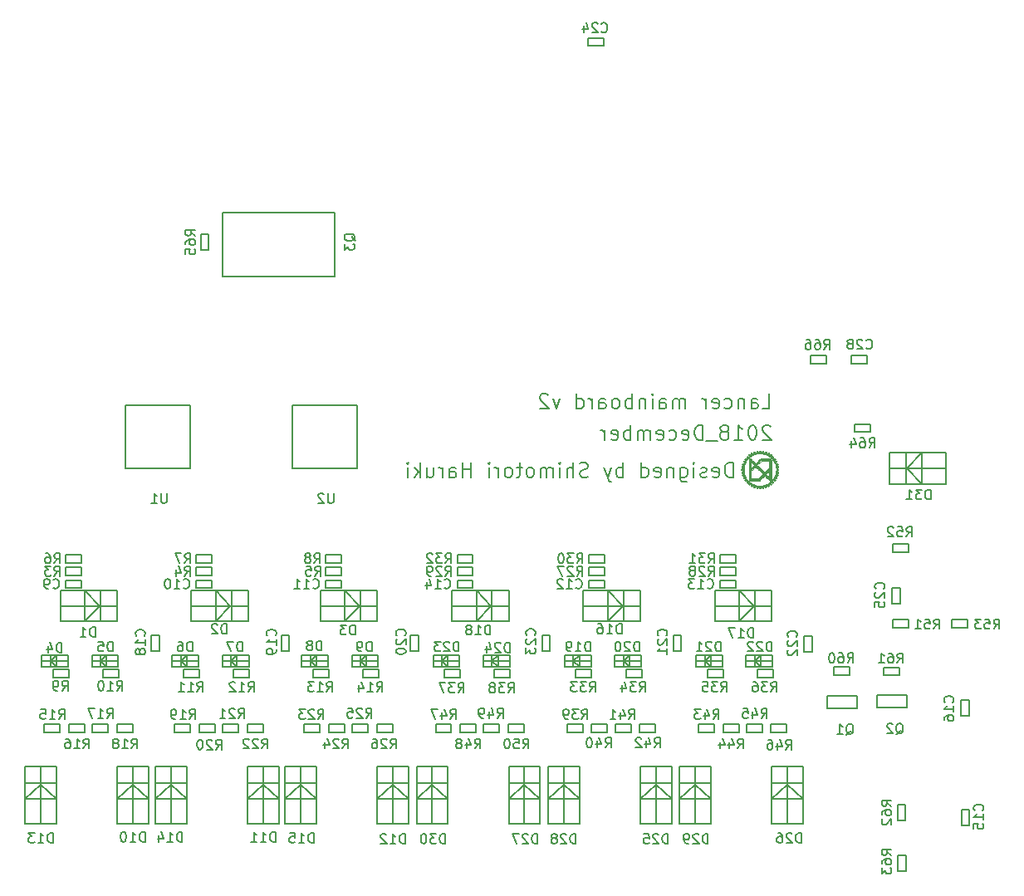
<source format=gbr>
G04 #@! TF.GenerationSoftware,KiCad,Pcbnew,(5.0.0)*
G04 #@! TF.CreationDate,2018-12-20T18:14:16+09:00*
G04 #@! TF.ProjectId,lancer_mainbord_v1,6C616E6365725F6D61696E626F72645F,rev?*
G04 #@! TF.SameCoordinates,Original*
G04 #@! TF.FileFunction,Legend,Bot*
G04 #@! TF.FilePolarity,Positive*
%FSLAX46Y46*%
G04 Gerber Fmt 4.6, Leading zero omitted, Abs format (unit mm)*
G04 Created by KiCad (PCBNEW (5.0.0)) date 12/20/18 18:14:16*
%MOMM*%
%LPD*%
G01*
G04 APERTURE LIST*
%ADD10C,0.200000*%
%ADD11C,0.150000*%
%ADD12C,0.010000*%
G04 APERTURE END LIST*
D10*
X183507142Y-91121428D02*
X183435714Y-91050000D01*
X183292857Y-90978571D01*
X182935714Y-90978571D01*
X182792857Y-91050000D01*
X182721428Y-91121428D01*
X182650000Y-91264285D01*
X182650000Y-91407142D01*
X182721428Y-91621428D01*
X183578571Y-92478571D01*
X182650000Y-92478571D01*
X181721428Y-90978571D02*
X181578571Y-90978571D01*
X181435714Y-91050000D01*
X181364285Y-91121428D01*
X181292857Y-91264285D01*
X181221428Y-91550000D01*
X181221428Y-91907142D01*
X181292857Y-92192857D01*
X181364285Y-92335714D01*
X181435714Y-92407142D01*
X181578571Y-92478571D01*
X181721428Y-92478571D01*
X181864285Y-92407142D01*
X181935714Y-92335714D01*
X182007142Y-92192857D01*
X182078571Y-91907142D01*
X182078571Y-91550000D01*
X182007142Y-91264285D01*
X181935714Y-91121428D01*
X181864285Y-91050000D01*
X181721428Y-90978571D01*
X179792857Y-92478571D02*
X180650000Y-92478571D01*
X180221428Y-92478571D02*
X180221428Y-90978571D01*
X180364285Y-91192857D01*
X180507142Y-91335714D01*
X180650000Y-91407142D01*
X178935714Y-91621428D02*
X179078571Y-91550000D01*
X179150000Y-91478571D01*
X179221428Y-91335714D01*
X179221428Y-91264285D01*
X179150000Y-91121428D01*
X179078571Y-91050000D01*
X178935714Y-90978571D01*
X178650000Y-90978571D01*
X178507142Y-91050000D01*
X178435714Y-91121428D01*
X178364285Y-91264285D01*
X178364285Y-91335714D01*
X178435714Y-91478571D01*
X178507142Y-91550000D01*
X178650000Y-91621428D01*
X178935714Y-91621428D01*
X179078571Y-91692857D01*
X179150000Y-91764285D01*
X179221428Y-91907142D01*
X179221428Y-92192857D01*
X179150000Y-92335714D01*
X179078571Y-92407142D01*
X178935714Y-92478571D01*
X178650000Y-92478571D01*
X178507142Y-92407142D01*
X178435714Y-92335714D01*
X178364285Y-92192857D01*
X178364285Y-91907142D01*
X178435714Y-91764285D01*
X178507142Y-91692857D01*
X178650000Y-91621428D01*
X178078571Y-92621428D02*
X176935714Y-92621428D01*
X176578571Y-92478571D02*
X176578571Y-90978571D01*
X176221428Y-90978571D01*
X176007142Y-91050000D01*
X175864285Y-91192857D01*
X175792857Y-91335714D01*
X175721428Y-91621428D01*
X175721428Y-91835714D01*
X175792857Y-92121428D01*
X175864285Y-92264285D01*
X176007142Y-92407142D01*
X176221428Y-92478571D01*
X176578571Y-92478571D01*
X174507142Y-92407142D02*
X174650000Y-92478571D01*
X174935714Y-92478571D01*
X175078571Y-92407142D01*
X175150000Y-92264285D01*
X175150000Y-91692857D01*
X175078571Y-91550000D01*
X174935714Y-91478571D01*
X174650000Y-91478571D01*
X174507142Y-91550000D01*
X174435714Y-91692857D01*
X174435714Y-91835714D01*
X175150000Y-91978571D01*
X173150000Y-92407142D02*
X173292857Y-92478571D01*
X173578571Y-92478571D01*
X173721428Y-92407142D01*
X173792857Y-92335714D01*
X173864285Y-92192857D01*
X173864285Y-91764285D01*
X173792857Y-91621428D01*
X173721428Y-91550000D01*
X173578571Y-91478571D01*
X173292857Y-91478571D01*
X173150000Y-91550000D01*
X171935714Y-92407142D02*
X172078571Y-92478571D01*
X172364285Y-92478571D01*
X172507142Y-92407142D01*
X172578571Y-92264285D01*
X172578571Y-91692857D01*
X172507142Y-91550000D01*
X172364285Y-91478571D01*
X172078571Y-91478571D01*
X171935714Y-91550000D01*
X171864285Y-91692857D01*
X171864285Y-91835714D01*
X172578571Y-91978571D01*
X171221428Y-92478571D02*
X171221428Y-91478571D01*
X171221428Y-91621428D02*
X171150000Y-91550000D01*
X171007142Y-91478571D01*
X170792857Y-91478571D01*
X170650000Y-91550000D01*
X170578571Y-91692857D01*
X170578571Y-92478571D01*
X170578571Y-91692857D02*
X170507142Y-91550000D01*
X170364285Y-91478571D01*
X170150000Y-91478571D01*
X170007142Y-91550000D01*
X169935714Y-91692857D01*
X169935714Y-92478571D01*
X169221428Y-92478571D02*
X169221428Y-90978571D01*
X169221428Y-91550000D02*
X169078571Y-91478571D01*
X168792857Y-91478571D01*
X168650000Y-91550000D01*
X168578571Y-91621428D01*
X168507142Y-91764285D01*
X168507142Y-92192857D01*
X168578571Y-92335714D01*
X168650000Y-92407142D01*
X168792857Y-92478571D01*
X169078571Y-92478571D01*
X169221428Y-92407142D01*
X167292857Y-92407142D02*
X167435714Y-92478571D01*
X167721428Y-92478571D01*
X167864285Y-92407142D01*
X167935714Y-92264285D01*
X167935714Y-91692857D01*
X167864285Y-91550000D01*
X167721428Y-91478571D01*
X167435714Y-91478571D01*
X167292857Y-91550000D01*
X167221428Y-91692857D01*
X167221428Y-91835714D01*
X167935714Y-91978571D01*
X166578571Y-92478571D02*
X166578571Y-91478571D01*
X166578571Y-91764285D02*
X166507142Y-91621428D01*
X166435714Y-91550000D01*
X166292857Y-91478571D01*
X166150000Y-91478571D01*
X179671428Y-96278571D02*
X179671428Y-94778571D01*
X179314285Y-94778571D01*
X179100000Y-94850000D01*
X178957142Y-94992857D01*
X178885714Y-95135714D01*
X178814285Y-95421428D01*
X178814285Y-95635714D01*
X178885714Y-95921428D01*
X178957142Y-96064285D01*
X179100000Y-96207142D01*
X179314285Y-96278571D01*
X179671428Y-96278571D01*
X177600000Y-96207142D02*
X177742857Y-96278571D01*
X178028571Y-96278571D01*
X178171428Y-96207142D01*
X178242857Y-96064285D01*
X178242857Y-95492857D01*
X178171428Y-95350000D01*
X178028571Y-95278571D01*
X177742857Y-95278571D01*
X177600000Y-95350000D01*
X177528571Y-95492857D01*
X177528571Y-95635714D01*
X178242857Y-95778571D01*
X176957142Y-96207142D02*
X176814285Y-96278571D01*
X176528571Y-96278571D01*
X176385714Y-96207142D01*
X176314285Y-96064285D01*
X176314285Y-95992857D01*
X176385714Y-95850000D01*
X176528571Y-95778571D01*
X176742857Y-95778571D01*
X176885714Y-95707142D01*
X176957142Y-95564285D01*
X176957142Y-95492857D01*
X176885714Y-95350000D01*
X176742857Y-95278571D01*
X176528571Y-95278571D01*
X176385714Y-95350000D01*
X175671428Y-96278571D02*
X175671428Y-95278571D01*
X175671428Y-94778571D02*
X175742857Y-94850000D01*
X175671428Y-94921428D01*
X175600000Y-94850000D01*
X175671428Y-94778571D01*
X175671428Y-94921428D01*
X174314285Y-95278571D02*
X174314285Y-96492857D01*
X174385714Y-96635714D01*
X174457142Y-96707142D01*
X174600000Y-96778571D01*
X174814285Y-96778571D01*
X174957142Y-96707142D01*
X174314285Y-96207142D02*
X174457142Y-96278571D01*
X174742857Y-96278571D01*
X174885714Y-96207142D01*
X174957142Y-96135714D01*
X175028571Y-95992857D01*
X175028571Y-95564285D01*
X174957142Y-95421428D01*
X174885714Y-95350000D01*
X174742857Y-95278571D01*
X174457142Y-95278571D01*
X174314285Y-95350000D01*
X173600000Y-95278571D02*
X173600000Y-96278571D01*
X173600000Y-95421428D02*
X173528571Y-95350000D01*
X173385714Y-95278571D01*
X173171428Y-95278571D01*
X173028571Y-95350000D01*
X172957142Y-95492857D01*
X172957142Y-96278571D01*
X171671428Y-96207142D02*
X171814285Y-96278571D01*
X172100000Y-96278571D01*
X172242857Y-96207142D01*
X172314285Y-96064285D01*
X172314285Y-95492857D01*
X172242857Y-95350000D01*
X172100000Y-95278571D01*
X171814285Y-95278571D01*
X171671428Y-95350000D01*
X171600000Y-95492857D01*
X171600000Y-95635714D01*
X172314285Y-95778571D01*
X170314285Y-96278571D02*
X170314285Y-94778571D01*
X170314285Y-96207142D02*
X170457142Y-96278571D01*
X170742857Y-96278571D01*
X170885714Y-96207142D01*
X170957142Y-96135714D01*
X171028571Y-95992857D01*
X171028571Y-95564285D01*
X170957142Y-95421428D01*
X170885714Y-95350000D01*
X170742857Y-95278571D01*
X170457142Y-95278571D01*
X170314285Y-95350000D01*
X168457142Y-96278571D02*
X168457142Y-94778571D01*
X168457142Y-95350000D02*
X168314285Y-95278571D01*
X168028571Y-95278571D01*
X167885714Y-95350000D01*
X167814285Y-95421428D01*
X167742857Y-95564285D01*
X167742857Y-95992857D01*
X167814285Y-96135714D01*
X167885714Y-96207142D01*
X168028571Y-96278571D01*
X168314285Y-96278571D01*
X168457142Y-96207142D01*
X167242857Y-95278571D02*
X166885714Y-96278571D01*
X166528571Y-95278571D02*
X166885714Y-96278571D01*
X167028571Y-96635714D01*
X167100000Y-96707142D01*
X167242857Y-96778571D01*
X164885714Y-96207142D02*
X164671428Y-96278571D01*
X164314285Y-96278571D01*
X164171428Y-96207142D01*
X164100000Y-96135714D01*
X164028571Y-95992857D01*
X164028571Y-95850000D01*
X164100000Y-95707142D01*
X164171428Y-95635714D01*
X164314285Y-95564285D01*
X164600000Y-95492857D01*
X164742857Y-95421428D01*
X164814285Y-95350000D01*
X164885714Y-95207142D01*
X164885714Y-95064285D01*
X164814285Y-94921428D01*
X164742857Y-94850000D01*
X164600000Y-94778571D01*
X164242857Y-94778571D01*
X164028571Y-94850000D01*
X163385714Y-96278571D02*
X163385714Y-94778571D01*
X162742857Y-96278571D02*
X162742857Y-95492857D01*
X162814285Y-95350000D01*
X162957142Y-95278571D01*
X163171428Y-95278571D01*
X163314285Y-95350000D01*
X163385714Y-95421428D01*
X162028571Y-96278571D02*
X162028571Y-95278571D01*
X162028571Y-94778571D02*
X162100000Y-94850000D01*
X162028571Y-94921428D01*
X161957142Y-94850000D01*
X162028571Y-94778571D01*
X162028571Y-94921428D01*
X161314285Y-96278571D02*
X161314285Y-95278571D01*
X161314285Y-95421428D02*
X161242857Y-95350000D01*
X161100000Y-95278571D01*
X160885714Y-95278571D01*
X160742857Y-95350000D01*
X160671428Y-95492857D01*
X160671428Y-96278571D01*
X160671428Y-95492857D02*
X160600000Y-95350000D01*
X160457142Y-95278571D01*
X160242857Y-95278571D01*
X160100000Y-95350000D01*
X160028571Y-95492857D01*
X160028571Y-96278571D01*
X159100000Y-96278571D02*
X159242857Y-96207142D01*
X159314285Y-96135714D01*
X159385714Y-95992857D01*
X159385714Y-95564285D01*
X159314285Y-95421428D01*
X159242857Y-95350000D01*
X159100000Y-95278571D01*
X158885714Y-95278571D01*
X158742857Y-95350000D01*
X158671428Y-95421428D01*
X158600000Y-95564285D01*
X158600000Y-95992857D01*
X158671428Y-96135714D01*
X158742857Y-96207142D01*
X158885714Y-96278571D01*
X159100000Y-96278571D01*
X158171428Y-95278571D02*
X157600000Y-95278571D01*
X157957142Y-94778571D02*
X157957142Y-96064285D01*
X157885714Y-96207142D01*
X157742857Y-96278571D01*
X157600000Y-96278571D01*
X156885714Y-96278571D02*
X157028571Y-96207142D01*
X157100000Y-96135714D01*
X157171428Y-95992857D01*
X157171428Y-95564285D01*
X157100000Y-95421428D01*
X157028571Y-95350000D01*
X156885714Y-95278571D01*
X156671428Y-95278571D01*
X156528571Y-95350000D01*
X156457142Y-95421428D01*
X156385714Y-95564285D01*
X156385714Y-95992857D01*
X156457142Y-96135714D01*
X156528571Y-96207142D01*
X156671428Y-96278571D01*
X156885714Y-96278571D01*
X155742857Y-96278571D02*
X155742857Y-95278571D01*
X155742857Y-95564285D02*
X155671428Y-95421428D01*
X155600000Y-95350000D01*
X155457142Y-95278571D01*
X155314285Y-95278571D01*
X154814285Y-96278571D02*
X154814285Y-95278571D01*
X154814285Y-94778571D02*
X154885714Y-94850000D01*
X154814285Y-94921428D01*
X154742857Y-94850000D01*
X154814285Y-94778571D01*
X154814285Y-94921428D01*
X152957142Y-96278571D02*
X152957142Y-94778571D01*
X152957142Y-95492857D02*
X152100000Y-95492857D01*
X152100000Y-96278571D02*
X152100000Y-94778571D01*
X150742857Y-96278571D02*
X150742857Y-95492857D01*
X150814285Y-95350000D01*
X150957142Y-95278571D01*
X151242857Y-95278571D01*
X151385714Y-95350000D01*
X150742857Y-96207142D02*
X150885714Y-96278571D01*
X151242857Y-96278571D01*
X151385714Y-96207142D01*
X151457142Y-96064285D01*
X151457142Y-95921428D01*
X151385714Y-95778571D01*
X151242857Y-95707142D01*
X150885714Y-95707142D01*
X150742857Y-95635714D01*
X150028571Y-96278571D02*
X150028571Y-95278571D01*
X150028571Y-95564285D02*
X149957142Y-95421428D01*
X149885714Y-95350000D01*
X149742857Y-95278571D01*
X149600000Y-95278571D01*
X148457142Y-95278571D02*
X148457142Y-96278571D01*
X149100000Y-95278571D02*
X149100000Y-96064285D01*
X149028571Y-96207142D01*
X148885714Y-96278571D01*
X148671428Y-96278571D01*
X148528571Y-96207142D01*
X148457142Y-96135714D01*
X147742857Y-96278571D02*
X147742857Y-94778571D01*
X147600000Y-95707142D02*
X147171428Y-96278571D01*
X147171428Y-95278571D02*
X147742857Y-95850000D01*
X146528571Y-96278571D02*
X146528571Y-95278571D01*
X146528571Y-94778571D02*
X146600000Y-94850000D01*
X146528571Y-94921428D01*
X146457142Y-94850000D01*
X146528571Y-94778571D01*
X146528571Y-94921428D01*
X182664285Y-89278571D02*
X183378571Y-89278571D01*
X183378571Y-87778571D01*
X181521428Y-89278571D02*
X181521428Y-88492857D01*
X181592857Y-88350000D01*
X181735714Y-88278571D01*
X182021428Y-88278571D01*
X182164285Y-88350000D01*
X181521428Y-89207142D02*
X181664285Y-89278571D01*
X182021428Y-89278571D01*
X182164285Y-89207142D01*
X182235714Y-89064285D01*
X182235714Y-88921428D01*
X182164285Y-88778571D01*
X182021428Y-88707142D01*
X181664285Y-88707142D01*
X181521428Y-88635714D01*
X180807142Y-88278571D02*
X180807142Y-89278571D01*
X180807142Y-88421428D02*
X180735714Y-88350000D01*
X180592857Y-88278571D01*
X180378571Y-88278571D01*
X180235714Y-88350000D01*
X180164285Y-88492857D01*
X180164285Y-89278571D01*
X178807142Y-89207142D02*
X178950000Y-89278571D01*
X179235714Y-89278571D01*
X179378571Y-89207142D01*
X179450000Y-89135714D01*
X179521428Y-88992857D01*
X179521428Y-88564285D01*
X179450000Y-88421428D01*
X179378571Y-88350000D01*
X179235714Y-88278571D01*
X178950000Y-88278571D01*
X178807142Y-88350000D01*
X177592857Y-89207142D02*
X177735714Y-89278571D01*
X178021428Y-89278571D01*
X178164285Y-89207142D01*
X178235714Y-89064285D01*
X178235714Y-88492857D01*
X178164285Y-88350000D01*
X178021428Y-88278571D01*
X177735714Y-88278571D01*
X177592857Y-88350000D01*
X177521428Y-88492857D01*
X177521428Y-88635714D01*
X178235714Y-88778571D01*
X176878571Y-89278571D02*
X176878571Y-88278571D01*
X176878571Y-88564285D02*
X176807142Y-88421428D01*
X176735714Y-88350000D01*
X176592857Y-88278571D01*
X176450000Y-88278571D01*
X174807142Y-89278571D02*
X174807142Y-88278571D01*
X174807142Y-88421428D02*
X174735714Y-88350000D01*
X174592857Y-88278571D01*
X174378571Y-88278571D01*
X174235714Y-88350000D01*
X174164285Y-88492857D01*
X174164285Y-89278571D01*
X174164285Y-88492857D02*
X174092857Y-88350000D01*
X173950000Y-88278571D01*
X173735714Y-88278571D01*
X173592857Y-88350000D01*
X173521428Y-88492857D01*
X173521428Y-89278571D01*
X172164285Y-89278571D02*
X172164285Y-88492857D01*
X172235714Y-88350000D01*
X172378571Y-88278571D01*
X172664285Y-88278571D01*
X172807142Y-88350000D01*
X172164285Y-89207142D02*
X172307142Y-89278571D01*
X172664285Y-89278571D01*
X172807142Y-89207142D01*
X172878571Y-89064285D01*
X172878571Y-88921428D01*
X172807142Y-88778571D01*
X172664285Y-88707142D01*
X172307142Y-88707142D01*
X172164285Y-88635714D01*
X171450000Y-89278571D02*
X171450000Y-88278571D01*
X171450000Y-87778571D02*
X171521428Y-87850000D01*
X171450000Y-87921428D01*
X171378571Y-87850000D01*
X171450000Y-87778571D01*
X171450000Y-87921428D01*
X170735714Y-88278571D02*
X170735714Y-89278571D01*
X170735714Y-88421428D02*
X170664285Y-88350000D01*
X170521428Y-88278571D01*
X170307142Y-88278571D01*
X170164285Y-88350000D01*
X170092857Y-88492857D01*
X170092857Y-89278571D01*
X169378571Y-89278571D02*
X169378571Y-87778571D01*
X169378571Y-88350000D02*
X169235714Y-88278571D01*
X168950000Y-88278571D01*
X168807142Y-88350000D01*
X168735714Y-88421428D01*
X168664285Y-88564285D01*
X168664285Y-88992857D01*
X168735714Y-89135714D01*
X168807142Y-89207142D01*
X168950000Y-89278571D01*
X169235714Y-89278571D01*
X169378571Y-89207142D01*
X167807142Y-89278571D02*
X167950000Y-89207142D01*
X168021428Y-89135714D01*
X168092857Y-88992857D01*
X168092857Y-88564285D01*
X168021428Y-88421428D01*
X167950000Y-88350000D01*
X167807142Y-88278571D01*
X167592857Y-88278571D01*
X167450000Y-88350000D01*
X167378571Y-88421428D01*
X167307142Y-88564285D01*
X167307142Y-88992857D01*
X167378571Y-89135714D01*
X167450000Y-89207142D01*
X167592857Y-89278571D01*
X167807142Y-89278571D01*
X166021428Y-89278571D02*
X166021428Y-88492857D01*
X166092857Y-88350000D01*
X166235714Y-88278571D01*
X166521428Y-88278571D01*
X166664285Y-88350000D01*
X166021428Y-89207142D02*
X166164285Y-89278571D01*
X166521428Y-89278571D01*
X166664285Y-89207142D01*
X166735714Y-89064285D01*
X166735714Y-88921428D01*
X166664285Y-88778571D01*
X166521428Y-88707142D01*
X166164285Y-88707142D01*
X166021428Y-88635714D01*
X165307142Y-89278571D02*
X165307142Y-88278571D01*
X165307142Y-88564285D02*
X165235714Y-88421428D01*
X165164285Y-88350000D01*
X165021428Y-88278571D01*
X164878571Y-88278571D01*
X163735714Y-89278571D02*
X163735714Y-87778571D01*
X163735714Y-89207142D02*
X163878571Y-89278571D01*
X164164285Y-89278571D01*
X164307142Y-89207142D01*
X164378571Y-89135714D01*
X164450000Y-88992857D01*
X164450000Y-88564285D01*
X164378571Y-88421428D01*
X164307142Y-88350000D01*
X164164285Y-88278571D01*
X163878571Y-88278571D01*
X163735714Y-88350000D01*
X162021428Y-88278571D02*
X161664285Y-89278571D01*
X161307142Y-88278571D01*
X160807142Y-87921428D02*
X160735714Y-87850000D01*
X160592857Y-87778571D01*
X160235714Y-87778571D01*
X160092857Y-87850000D01*
X160021428Y-87921428D01*
X159950000Y-88064285D01*
X159950000Y-88207142D01*
X160021428Y-88421428D01*
X160878571Y-89278571D01*
X159950000Y-89278571D01*
D11*
G04 #@! TO.C,Q1*
X189300000Y-119850000D02*
X189300000Y-118550000D01*
X192300000Y-119850000D02*
X192300000Y-118550000D01*
X189300000Y-118550000D02*
X192300000Y-118550000D01*
X189300000Y-119850000D02*
X192300000Y-119850000D01*
G04 #@! TO.C,Q2*
X194375000Y-119800000D02*
X194375000Y-118500000D01*
X197375000Y-119800000D02*
X197375000Y-118500000D01*
X194375000Y-118500000D02*
X197375000Y-118500000D01*
X194375000Y-119800000D02*
X197375000Y-119800000D01*
G04 #@! TO.C,C15*
X202950000Y-131750000D02*
X202950000Y-130150000D01*
X203750000Y-131750000D02*
X202950000Y-131750000D01*
X203750000Y-131750000D02*
X203750000Y-130150000D01*
X203750000Y-130150000D02*
X202950000Y-130150000D01*
G04 #@! TO.C,U1*
X124320000Y-95380000D02*
X117720000Y-95380000D01*
X124320000Y-88980000D02*
X117720000Y-88980000D01*
X117720000Y-88980000D02*
X117720000Y-89080000D01*
X117720000Y-89080000D02*
X117720000Y-88980000D01*
X117720000Y-95380000D02*
X117720000Y-88980000D01*
X124320000Y-88980000D02*
X124320000Y-95380000D01*
G04 #@! TO.C,U2*
X141320000Y-95380000D02*
X134720000Y-95380000D01*
X141320000Y-88980000D02*
X134720000Y-88980000D01*
X134720000Y-88980000D02*
X134720000Y-89080000D01*
X134720000Y-89080000D02*
X134720000Y-88980000D01*
X134720000Y-95380000D02*
X134720000Y-88980000D01*
X141320000Y-88980000D02*
X141320000Y-95380000D01*
G04 #@! TO.C,C9*
X113250000Y-107600000D02*
X111650000Y-107600000D01*
X113250000Y-106800000D02*
X113250000Y-107600000D01*
X113250000Y-106800000D02*
X111650000Y-106800000D01*
X111650000Y-106800000D02*
X111650000Y-107600000D01*
G04 #@! TO.C,C10*
X126550000Y-107600000D02*
X124950000Y-107600000D01*
X126550000Y-106800000D02*
X126550000Y-107600000D01*
X126550000Y-106800000D02*
X124950000Y-106800000D01*
X124950000Y-106800000D02*
X124950000Y-107600000D01*
G04 #@! TO.C,C11*
X139750000Y-107600000D02*
X138150000Y-107600000D01*
X139750000Y-106800000D02*
X139750000Y-107600000D01*
X139750000Y-106800000D02*
X138150000Y-106800000D01*
X138150000Y-106800000D02*
X138150000Y-107600000D01*
G04 #@! TO.C,C12*
X166550000Y-107600000D02*
X164950000Y-107600000D01*
X166550000Y-106800000D02*
X166550000Y-107600000D01*
X166550000Y-106800000D02*
X164950000Y-106800000D01*
X164950000Y-106800000D02*
X164950000Y-107600000D01*
G04 #@! TO.C,C13*
X179950000Y-107600000D02*
X178350000Y-107600000D01*
X179950000Y-106800000D02*
X179950000Y-107600000D01*
X179950000Y-106800000D02*
X178350000Y-106800000D01*
X178350000Y-106800000D02*
X178350000Y-107600000D01*
G04 #@! TO.C,C14*
X153150000Y-107600000D02*
X151550000Y-107600000D01*
X153150000Y-106800000D02*
X153150000Y-107600000D01*
X153150000Y-106800000D02*
X151550000Y-106800000D01*
X151550000Y-106800000D02*
X151550000Y-107600000D01*
G04 #@! TO.C,C16*
X202925000Y-120625000D02*
X202925000Y-119025000D01*
X203725000Y-120625000D02*
X202925000Y-120625000D01*
X203725000Y-120625000D02*
X203725000Y-119025000D01*
X203725000Y-119025000D02*
X202925000Y-119025000D01*
G04 #@! TO.C,D1*
X116900000Y-109400000D02*
X111100000Y-109400000D01*
X115200000Y-107800000D02*
X115200000Y-111000000D01*
X115200000Y-109400000D02*
X115200000Y-107800000D01*
X113600000Y-111000000D02*
X113600000Y-107800000D01*
X115100000Y-109400000D02*
X113600000Y-111000000D01*
X113600000Y-107800000D02*
X115100000Y-109400000D01*
X111100000Y-107800000D02*
X116900000Y-107800000D01*
X111100000Y-111000000D02*
X111100000Y-107800000D01*
X116900000Y-111000000D02*
X111100000Y-111000000D01*
X116900000Y-107800000D02*
X116900000Y-111000000D01*
G04 #@! TO.C,D2*
X130220000Y-109400000D02*
X124420000Y-109400000D01*
X128520000Y-107800000D02*
X128520000Y-111000000D01*
X128520000Y-109400000D02*
X128520000Y-107800000D01*
X126920000Y-111000000D02*
X126920000Y-107800000D01*
X128420000Y-109400000D02*
X126920000Y-111000000D01*
X126920000Y-107800000D02*
X128420000Y-109400000D01*
X124420000Y-107800000D02*
X130220000Y-107800000D01*
X124420000Y-111000000D02*
X124420000Y-107800000D01*
X130220000Y-111000000D02*
X124420000Y-111000000D01*
X130220000Y-107800000D02*
X130220000Y-111000000D01*
G04 #@! TO.C,D3*
X143400000Y-109400000D02*
X137600000Y-109400000D01*
X141700000Y-107800000D02*
X141700000Y-111000000D01*
X141700000Y-109400000D02*
X141700000Y-107800000D01*
X140100000Y-111000000D02*
X140100000Y-107800000D01*
X141600000Y-109400000D02*
X140100000Y-111000000D01*
X140100000Y-107800000D02*
X141600000Y-109400000D01*
X137600000Y-107800000D02*
X143400000Y-107800000D01*
X137600000Y-111000000D02*
X137600000Y-107800000D01*
X143400000Y-111000000D02*
X137600000Y-111000000D01*
X143400000Y-107800000D02*
X143400000Y-111000000D01*
G04 #@! TO.C,D4*
X109200000Y-115000000D02*
X111900000Y-115000000D01*
X110100000Y-115600000D02*
X110100000Y-114400000D01*
X110100000Y-115000000D02*
X110100000Y-115600000D01*
X110700000Y-114400000D02*
X110700000Y-115600000D01*
X110100000Y-115000000D02*
X110700000Y-114400000D01*
X110700000Y-115600000D02*
X110100000Y-115000000D01*
X111900000Y-115600000D02*
X109200000Y-115600000D01*
X111900000Y-114400000D02*
X111900000Y-115600000D01*
X109200000Y-114400000D02*
X111900000Y-114400000D01*
X109200000Y-115600000D02*
X109200000Y-114400000D01*
G04 #@! TO.C,D5*
X114300000Y-115000000D02*
X117000000Y-115000000D01*
X115200000Y-115600000D02*
X115200000Y-114400000D01*
X115200000Y-115000000D02*
X115200000Y-115600000D01*
X115800000Y-114400000D02*
X115800000Y-115600000D01*
X115200000Y-115000000D02*
X115800000Y-114400000D01*
X115800000Y-115600000D02*
X115200000Y-115000000D01*
X117000000Y-115600000D02*
X114300000Y-115600000D01*
X117000000Y-114400000D02*
X117000000Y-115600000D01*
X114300000Y-114400000D02*
X117000000Y-114400000D01*
X114300000Y-115600000D02*
X114300000Y-114400000D01*
G04 #@! TO.C,D6*
X122500000Y-115000000D02*
X125200000Y-115000000D01*
X123400000Y-115600000D02*
X123400000Y-114400000D01*
X123400000Y-115000000D02*
X123400000Y-115600000D01*
X124000000Y-114400000D02*
X124000000Y-115600000D01*
X123400000Y-115000000D02*
X124000000Y-114400000D01*
X124000000Y-115600000D02*
X123400000Y-115000000D01*
X125200000Y-115600000D02*
X122500000Y-115600000D01*
X125200000Y-114400000D02*
X125200000Y-115600000D01*
X122500000Y-114400000D02*
X125200000Y-114400000D01*
X122500000Y-115600000D02*
X122500000Y-114400000D01*
G04 #@! TO.C,D7*
X127600000Y-115000000D02*
X130300000Y-115000000D01*
X128500000Y-115600000D02*
X128500000Y-114400000D01*
X128500000Y-115000000D02*
X128500000Y-115600000D01*
X129100000Y-114400000D02*
X129100000Y-115600000D01*
X128500000Y-115000000D02*
X129100000Y-114400000D01*
X129100000Y-115600000D02*
X128500000Y-115000000D01*
X130300000Y-115600000D02*
X127600000Y-115600000D01*
X130300000Y-114400000D02*
X130300000Y-115600000D01*
X127600000Y-114400000D02*
X130300000Y-114400000D01*
X127600000Y-115600000D02*
X127600000Y-114400000D01*
G04 #@! TO.C,D8*
X135700000Y-115000000D02*
X138400000Y-115000000D01*
X136600000Y-115600000D02*
X136600000Y-114400000D01*
X136600000Y-115000000D02*
X136600000Y-115600000D01*
X137200000Y-114400000D02*
X137200000Y-115600000D01*
X136600000Y-115000000D02*
X137200000Y-114400000D01*
X137200000Y-115600000D02*
X136600000Y-115000000D01*
X138400000Y-115600000D02*
X135700000Y-115600000D01*
X138400000Y-114400000D02*
X138400000Y-115600000D01*
X135700000Y-114400000D02*
X138400000Y-114400000D01*
X135700000Y-115600000D02*
X135700000Y-114400000D01*
G04 #@! TO.C,D9*
X140800000Y-115000000D02*
X143500000Y-115000000D01*
X141700000Y-115600000D02*
X141700000Y-114400000D01*
X141700000Y-115000000D02*
X141700000Y-115600000D01*
X142300000Y-114400000D02*
X142300000Y-115600000D01*
X141700000Y-115000000D02*
X142300000Y-114400000D01*
X142300000Y-115600000D02*
X141700000Y-115000000D01*
X143500000Y-115600000D02*
X140800000Y-115600000D01*
X143500000Y-114400000D02*
X143500000Y-115600000D01*
X140800000Y-114400000D02*
X143500000Y-114400000D01*
X140800000Y-115600000D02*
X140800000Y-114400000D01*
G04 #@! TO.C,D10*
X118500000Y-125800000D02*
X118500000Y-131600000D01*
X116900000Y-127500000D02*
X120100000Y-127500000D01*
X118500000Y-127500000D02*
X116900000Y-127500000D01*
X120100000Y-129100000D02*
X116900000Y-129100000D01*
X118500000Y-127600000D02*
X120100000Y-129100000D01*
X116900000Y-129100000D02*
X118500000Y-127600000D01*
X116900000Y-131600000D02*
X116900000Y-125800000D01*
X120100000Y-131600000D02*
X116900000Y-131600000D01*
X120100000Y-125800000D02*
X120100000Y-131600000D01*
X116900000Y-125800000D02*
X120100000Y-125800000D01*
G04 #@! TO.C,D11*
X131800000Y-125800000D02*
X131800000Y-131600000D01*
X130200000Y-127500000D02*
X133400000Y-127500000D01*
X131800000Y-127500000D02*
X130200000Y-127500000D01*
X133400000Y-129100000D02*
X130200000Y-129100000D01*
X131800000Y-127600000D02*
X133400000Y-129100000D01*
X130200000Y-129100000D02*
X131800000Y-127600000D01*
X130200000Y-131600000D02*
X130200000Y-125800000D01*
X133400000Y-131600000D02*
X130200000Y-131600000D01*
X133400000Y-125800000D02*
X133400000Y-131600000D01*
X130200000Y-125800000D02*
X133400000Y-125800000D01*
G04 #@! TO.C,D12*
X145000000Y-125800000D02*
X145000000Y-131600000D01*
X143400000Y-127500000D02*
X146600000Y-127500000D01*
X145000000Y-127500000D02*
X143400000Y-127500000D01*
X146600000Y-129100000D02*
X143400000Y-129100000D01*
X145000000Y-127600000D02*
X146600000Y-129100000D01*
X143400000Y-129100000D02*
X145000000Y-127600000D01*
X143400000Y-131600000D02*
X143400000Y-125800000D01*
X146600000Y-131600000D02*
X143400000Y-131600000D01*
X146600000Y-125800000D02*
X146600000Y-131600000D01*
X143400000Y-125800000D02*
X146600000Y-125800000D01*
G04 #@! TO.C,D13*
X109100000Y-125800000D02*
X109100000Y-131600000D01*
X107500000Y-127500000D02*
X110700000Y-127500000D01*
X109100000Y-127500000D02*
X107500000Y-127500000D01*
X110700000Y-129100000D02*
X107500000Y-129100000D01*
X109100000Y-127600000D02*
X110700000Y-129100000D01*
X107500000Y-129100000D02*
X109100000Y-127600000D01*
X107500000Y-131600000D02*
X107500000Y-125800000D01*
X110700000Y-131600000D02*
X107500000Y-131600000D01*
X110700000Y-125800000D02*
X110700000Y-131600000D01*
X107500000Y-125800000D02*
X110700000Y-125800000D01*
G04 #@! TO.C,D14*
X122400000Y-125800000D02*
X122400000Y-131600000D01*
X120800000Y-127500000D02*
X124000000Y-127500000D01*
X122400000Y-127500000D02*
X120800000Y-127500000D01*
X124000000Y-129100000D02*
X120800000Y-129100000D01*
X122400000Y-127600000D02*
X124000000Y-129100000D01*
X120800000Y-129100000D02*
X122400000Y-127600000D01*
X120800000Y-131600000D02*
X120800000Y-125800000D01*
X124000000Y-131600000D02*
X120800000Y-131600000D01*
X124000000Y-125800000D02*
X124000000Y-131600000D01*
X120800000Y-125800000D02*
X124000000Y-125800000D01*
G04 #@! TO.C,D15*
X135600000Y-125800000D02*
X135600000Y-131600000D01*
X134000000Y-127500000D02*
X137200000Y-127500000D01*
X135600000Y-127500000D02*
X134000000Y-127500000D01*
X137200000Y-129100000D02*
X134000000Y-129100000D01*
X135600000Y-127600000D02*
X137200000Y-129100000D01*
X134000000Y-129100000D02*
X135600000Y-127600000D01*
X134000000Y-131600000D02*
X134000000Y-125800000D01*
X137200000Y-131600000D02*
X134000000Y-131600000D01*
X137200000Y-125800000D02*
X137200000Y-131600000D01*
X134000000Y-125800000D02*
X137200000Y-125800000D01*
G04 #@! TO.C,D16*
X170200000Y-109400000D02*
X164400000Y-109400000D01*
X168500000Y-107800000D02*
X168500000Y-111000000D01*
X168500000Y-109400000D02*
X168500000Y-107800000D01*
X166900000Y-111000000D02*
X166900000Y-107800000D01*
X168400000Y-109400000D02*
X166900000Y-111000000D01*
X166900000Y-107800000D02*
X168400000Y-109400000D01*
X164400000Y-107800000D02*
X170200000Y-107800000D01*
X164400000Y-111000000D02*
X164400000Y-107800000D01*
X170200000Y-111000000D02*
X164400000Y-111000000D01*
X170200000Y-107800000D02*
X170200000Y-111000000D01*
G04 #@! TO.C,D17*
X183600000Y-109400000D02*
X177800000Y-109400000D01*
X181900000Y-107800000D02*
X181900000Y-111000000D01*
X181900000Y-109400000D02*
X181900000Y-107800000D01*
X180300000Y-111000000D02*
X180300000Y-107800000D01*
X181800000Y-109400000D02*
X180300000Y-111000000D01*
X180300000Y-107800000D02*
X181800000Y-109400000D01*
X177800000Y-107800000D02*
X183600000Y-107800000D01*
X177800000Y-111000000D02*
X177800000Y-107800000D01*
X183600000Y-111000000D02*
X177800000Y-111000000D01*
X183600000Y-107800000D02*
X183600000Y-111000000D01*
G04 #@! TO.C,D18*
X156800000Y-109400000D02*
X151000000Y-109400000D01*
X155100000Y-107800000D02*
X155100000Y-111000000D01*
X155100000Y-109400000D02*
X155100000Y-107800000D01*
X153500000Y-111000000D02*
X153500000Y-107800000D01*
X155000000Y-109400000D02*
X153500000Y-111000000D01*
X153500000Y-107800000D02*
X155000000Y-109400000D01*
X151000000Y-107800000D02*
X156800000Y-107800000D01*
X151000000Y-111000000D02*
X151000000Y-107800000D01*
X156800000Y-111000000D02*
X151000000Y-111000000D01*
X156800000Y-107800000D02*
X156800000Y-111000000D01*
G04 #@! TO.C,D19*
X162500000Y-115000000D02*
X165200000Y-115000000D01*
X163400000Y-115600000D02*
X163400000Y-114400000D01*
X163400000Y-115000000D02*
X163400000Y-115600000D01*
X164000000Y-114400000D02*
X164000000Y-115600000D01*
X163400000Y-115000000D02*
X164000000Y-114400000D01*
X164000000Y-115600000D02*
X163400000Y-115000000D01*
X165200000Y-115600000D02*
X162500000Y-115600000D01*
X165200000Y-114400000D02*
X165200000Y-115600000D01*
X162500000Y-114400000D02*
X165200000Y-114400000D01*
X162500000Y-115600000D02*
X162500000Y-114400000D01*
G04 #@! TO.C,D20*
X167600000Y-115000000D02*
X170300000Y-115000000D01*
X168500000Y-115600000D02*
X168500000Y-114400000D01*
X168500000Y-115000000D02*
X168500000Y-115600000D01*
X169100000Y-114400000D02*
X169100000Y-115600000D01*
X168500000Y-115000000D02*
X169100000Y-114400000D01*
X169100000Y-115600000D02*
X168500000Y-115000000D01*
X170300000Y-115600000D02*
X167600000Y-115600000D01*
X170300000Y-114400000D02*
X170300000Y-115600000D01*
X167600000Y-114400000D02*
X170300000Y-114400000D01*
X167600000Y-115600000D02*
X167600000Y-114400000D01*
G04 #@! TO.C,D21*
X175900000Y-115000000D02*
X178600000Y-115000000D01*
X176800000Y-115600000D02*
X176800000Y-114400000D01*
X176800000Y-115000000D02*
X176800000Y-115600000D01*
X177400000Y-114400000D02*
X177400000Y-115600000D01*
X176800000Y-115000000D02*
X177400000Y-114400000D01*
X177400000Y-115600000D02*
X176800000Y-115000000D01*
X178600000Y-115600000D02*
X175900000Y-115600000D01*
X178600000Y-114400000D02*
X178600000Y-115600000D01*
X175900000Y-114400000D02*
X178600000Y-114400000D01*
X175900000Y-115600000D02*
X175900000Y-114400000D01*
G04 #@! TO.C,D22*
X181000000Y-115000000D02*
X183700000Y-115000000D01*
X181900000Y-115600000D02*
X181900000Y-114400000D01*
X181900000Y-115000000D02*
X181900000Y-115600000D01*
X182500000Y-114400000D02*
X182500000Y-115600000D01*
X181900000Y-115000000D02*
X182500000Y-114400000D01*
X182500000Y-115600000D02*
X181900000Y-115000000D01*
X183700000Y-115600000D02*
X181000000Y-115600000D01*
X183700000Y-114400000D02*
X183700000Y-115600000D01*
X181000000Y-114400000D02*
X183700000Y-114400000D01*
X181000000Y-115600000D02*
X181000000Y-114400000D01*
G04 #@! TO.C,D23*
X149100000Y-115000000D02*
X151800000Y-115000000D01*
X150000000Y-115600000D02*
X150000000Y-114400000D01*
X150000000Y-115000000D02*
X150000000Y-115600000D01*
X150600000Y-114400000D02*
X150600000Y-115600000D01*
X150000000Y-115000000D02*
X150600000Y-114400000D01*
X150600000Y-115600000D02*
X150000000Y-115000000D01*
X151800000Y-115600000D02*
X149100000Y-115600000D01*
X151800000Y-114400000D02*
X151800000Y-115600000D01*
X149100000Y-114400000D02*
X151800000Y-114400000D01*
X149100000Y-115600000D02*
X149100000Y-114400000D01*
G04 #@! TO.C,D24*
X154200000Y-115000000D02*
X156900000Y-115000000D01*
X155100000Y-115600000D02*
X155100000Y-114400000D01*
X155100000Y-115000000D02*
X155100000Y-115600000D01*
X155700000Y-114400000D02*
X155700000Y-115600000D01*
X155100000Y-115000000D02*
X155700000Y-114400000D01*
X155700000Y-115600000D02*
X155100000Y-115000000D01*
X156900000Y-115600000D02*
X154200000Y-115600000D01*
X156900000Y-114400000D02*
X156900000Y-115600000D01*
X154200000Y-114400000D02*
X156900000Y-114400000D01*
X154200000Y-115600000D02*
X154200000Y-114400000D01*
G04 #@! TO.C,D25*
X171800000Y-125800000D02*
X171800000Y-131600000D01*
X170200000Y-127500000D02*
X173400000Y-127500000D01*
X171800000Y-127500000D02*
X170200000Y-127500000D01*
X173400000Y-129100000D02*
X170200000Y-129100000D01*
X171800000Y-127600000D02*
X173400000Y-129100000D01*
X170200000Y-129100000D02*
X171800000Y-127600000D01*
X170200000Y-131600000D02*
X170200000Y-125800000D01*
X173400000Y-131600000D02*
X170200000Y-131600000D01*
X173400000Y-125800000D02*
X173400000Y-131600000D01*
X170200000Y-125800000D02*
X173400000Y-125800000D01*
G04 #@! TO.C,D26*
X185200000Y-125800000D02*
X185200000Y-131600000D01*
X183600000Y-127500000D02*
X186800000Y-127500000D01*
X185200000Y-127500000D02*
X183600000Y-127500000D01*
X186800000Y-129100000D02*
X183600000Y-129100000D01*
X185200000Y-127600000D02*
X186800000Y-129100000D01*
X183600000Y-129100000D02*
X185200000Y-127600000D01*
X183600000Y-131600000D02*
X183600000Y-125800000D01*
X186800000Y-131600000D02*
X183600000Y-131600000D01*
X186800000Y-125800000D02*
X186800000Y-131600000D01*
X183600000Y-125800000D02*
X186800000Y-125800000D01*
G04 #@! TO.C,D27*
X158400000Y-125800000D02*
X158400000Y-131600000D01*
X156800000Y-127500000D02*
X160000000Y-127500000D01*
X158400000Y-127500000D02*
X156800000Y-127500000D01*
X160000000Y-129100000D02*
X156800000Y-129100000D01*
X158400000Y-127600000D02*
X160000000Y-129100000D01*
X156800000Y-129100000D02*
X158400000Y-127600000D01*
X156800000Y-131600000D02*
X156800000Y-125800000D01*
X160000000Y-131600000D02*
X156800000Y-131600000D01*
X160000000Y-125800000D02*
X160000000Y-131600000D01*
X156800000Y-125800000D02*
X160000000Y-125800000D01*
G04 #@! TO.C,D28*
X162400000Y-125800000D02*
X162400000Y-131600000D01*
X160800000Y-127500000D02*
X164000000Y-127500000D01*
X162400000Y-127500000D02*
X160800000Y-127500000D01*
X164000000Y-129100000D02*
X160800000Y-129100000D01*
X162400000Y-127600000D02*
X164000000Y-129100000D01*
X160800000Y-129100000D02*
X162400000Y-127600000D01*
X160800000Y-131600000D02*
X160800000Y-125800000D01*
X164000000Y-131600000D02*
X160800000Y-131600000D01*
X164000000Y-125800000D02*
X164000000Y-131600000D01*
X160800000Y-125800000D02*
X164000000Y-125800000D01*
G04 #@! TO.C,D29*
X175800000Y-125800000D02*
X175800000Y-131600000D01*
X174200000Y-127500000D02*
X177400000Y-127500000D01*
X175800000Y-127500000D02*
X174200000Y-127500000D01*
X177400000Y-129100000D02*
X174200000Y-129100000D01*
X175800000Y-127600000D02*
X177400000Y-129100000D01*
X174200000Y-129100000D02*
X175800000Y-127600000D01*
X174200000Y-131600000D02*
X174200000Y-125800000D01*
X177400000Y-131600000D02*
X174200000Y-131600000D01*
X177400000Y-125800000D02*
X177400000Y-131600000D01*
X174200000Y-125800000D02*
X177400000Y-125800000D01*
G04 #@! TO.C,D30*
X149000000Y-125800000D02*
X149000000Y-131600000D01*
X147400000Y-127500000D02*
X150600000Y-127500000D01*
X149000000Y-127500000D02*
X147400000Y-127500000D01*
X150600000Y-129100000D02*
X147400000Y-129100000D01*
X149000000Y-127600000D02*
X150600000Y-129100000D01*
X147400000Y-129100000D02*
X149000000Y-127600000D01*
X147400000Y-131600000D02*
X147400000Y-125800000D01*
X150600000Y-131600000D02*
X147400000Y-131600000D01*
X150600000Y-125800000D02*
X150600000Y-131600000D01*
X147400000Y-125800000D02*
X150600000Y-125800000D01*
G04 #@! TO.C,D31*
X195600000Y-95400000D02*
X201400000Y-95400000D01*
X197300000Y-97000000D02*
X197300000Y-93800000D01*
X197300000Y-95400000D02*
X197300000Y-97000000D01*
X198900000Y-93800000D02*
X198900000Y-97000000D01*
X197400000Y-95400000D02*
X198900000Y-93800000D01*
X198900000Y-97000000D02*
X197400000Y-95400000D01*
X201400000Y-97000000D02*
X195600000Y-97000000D01*
X201400000Y-93800000D02*
X201400000Y-97000000D01*
X195600000Y-93800000D02*
X201400000Y-93800000D01*
X195600000Y-97000000D02*
X195600000Y-93800000D01*
G04 #@! TO.C,R3*
X113250000Y-105500000D02*
X111650000Y-105500000D01*
X113250000Y-105500000D02*
X113250000Y-106300000D01*
X113250000Y-106300000D02*
X111650000Y-106300000D01*
X111650000Y-105500000D02*
X111650000Y-106300000D01*
G04 #@! TO.C,R4*
X126550000Y-105500000D02*
X124950000Y-105500000D01*
X126550000Y-105500000D02*
X126550000Y-106300000D01*
X126550000Y-106300000D02*
X124950000Y-106300000D01*
X124950000Y-105500000D02*
X124950000Y-106300000D01*
G04 #@! TO.C,R5*
X139750000Y-105500000D02*
X138150000Y-105500000D01*
X139750000Y-105500000D02*
X139750000Y-106300000D01*
X139750000Y-106300000D02*
X138150000Y-106300000D01*
X138150000Y-105500000D02*
X138150000Y-106300000D01*
G04 #@! TO.C,R6*
X113250000Y-104200000D02*
X111650000Y-104200000D01*
X113250000Y-104200000D02*
X113250000Y-105000000D01*
X113250000Y-105000000D02*
X111650000Y-105000000D01*
X111650000Y-104200000D02*
X111650000Y-105000000D01*
G04 #@! TO.C,R7*
X126550000Y-104200000D02*
X124950000Y-104200000D01*
X126550000Y-104200000D02*
X126550000Y-105000000D01*
X126550000Y-105000000D02*
X124950000Y-105000000D01*
X124950000Y-104200000D02*
X124950000Y-105000000D01*
G04 #@! TO.C,R8*
X139750000Y-104200000D02*
X138150000Y-104200000D01*
X139750000Y-104200000D02*
X139750000Y-105000000D01*
X139750000Y-105000000D02*
X138150000Y-105000000D01*
X138150000Y-104200000D02*
X138150000Y-105000000D01*
G04 #@! TO.C,R9*
X110350000Y-116700000D02*
X111950000Y-116700000D01*
X110350000Y-116700000D02*
X110350000Y-115900000D01*
X110350000Y-115900000D02*
X111950000Y-115900000D01*
X111950000Y-116700000D02*
X111950000Y-115900000D01*
G04 #@! TO.C,R10*
X115450000Y-116700000D02*
X117050000Y-116700000D01*
X115450000Y-116700000D02*
X115450000Y-115900000D01*
X115450000Y-115900000D02*
X117050000Y-115900000D01*
X117050000Y-116700000D02*
X117050000Y-115900000D01*
G04 #@! TO.C,R11*
X123650000Y-116700000D02*
X125250000Y-116700000D01*
X123650000Y-116700000D02*
X123650000Y-115900000D01*
X123650000Y-115900000D02*
X125250000Y-115900000D01*
X125250000Y-116700000D02*
X125250000Y-115900000D01*
G04 #@! TO.C,R12*
X128750000Y-116700000D02*
X130350000Y-116700000D01*
X128750000Y-116700000D02*
X128750000Y-115900000D01*
X128750000Y-115900000D02*
X130350000Y-115900000D01*
X130350000Y-116700000D02*
X130350000Y-115900000D01*
G04 #@! TO.C,R13*
X136850000Y-116700000D02*
X138450000Y-116700000D01*
X136850000Y-116700000D02*
X136850000Y-115900000D01*
X136850000Y-115900000D02*
X138450000Y-115900000D01*
X138450000Y-116700000D02*
X138450000Y-115900000D01*
G04 #@! TO.C,R14*
X141950000Y-116700000D02*
X143550000Y-116700000D01*
X141950000Y-116700000D02*
X141950000Y-115900000D01*
X141950000Y-115900000D02*
X143550000Y-115900000D01*
X143550000Y-116700000D02*
X143550000Y-115900000D01*
G04 #@! TO.C,R15*
X111050000Y-121500000D02*
X109450000Y-121500000D01*
X111050000Y-121500000D02*
X111050000Y-122300000D01*
X111050000Y-122300000D02*
X109450000Y-122300000D01*
X109450000Y-121500000D02*
X109450000Y-122300000D01*
G04 #@! TO.C,R16*
X113550000Y-121500000D02*
X111950000Y-121500000D01*
X113550000Y-121500000D02*
X113550000Y-122300000D01*
X113550000Y-122300000D02*
X111950000Y-122300000D01*
X111950000Y-121500000D02*
X111950000Y-122300000D01*
G04 #@! TO.C,R17*
X115950000Y-121500000D02*
X114350000Y-121500000D01*
X115950000Y-121500000D02*
X115950000Y-122300000D01*
X115950000Y-122300000D02*
X114350000Y-122300000D01*
X114350000Y-121500000D02*
X114350000Y-122300000D01*
G04 #@! TO.C,R18*
X118450000Y-121500000D02*
X116850000Y-121500000D01*
X118450000Y-121500000D02*
X118450000Y-122300000D01*
X118450000Y-122300000D02*
X116850000Y-122300000D01*
X116850000Y-121500000D02*
X116850000Y-122300000D01*
G04 #@! TO.C,R19*
X124350000Y-121500000D02*
X122750000Y-121500000D01*
X124350000Y-121500000D02*
X124350000Y-122300000D01*
X124350000Y-122300000D02*
X122750000Y-122300000D01*
X122750000Y-121500000D02*
X122750000Y-122300000D01*
G04 #@! TO.C,R20*
X126850000Y-121500000D02*
X125250000Y-121500000D01*
X126850000Y-121500000D02*
X126850000Y-122300000D01*
X126850000Y-122300000D02*
X125250000Y-122300000D01*
X125250000Y-121500000D02*
X125250000Y-122300000D01*
G04 #@! TO.C,R21*
X129250000Y-121500000D02*
X127650000Y-121500000D01*
X129250000Y-121500000D02*
X129250000Y-122300000D01*
X129250000Y-122300000D02*
X127650000Y-122300000D01*
X127650000Y-121500000D02*
X127650000Y-122300000D01*
G04 #@! TO.C,R22*
X131750000Y-121500000D02*
X130150000Y-121500000D01*
X131750000Y-121500000D02*
X131750000Y-122300000D01*
X131750000Y-122300000D02*
X130150000Y-122300000D01*
X130150000Y-121500000D02*
X130150000Y-122300000D01*
G04 #@! TO.C,R23*
X137550000Y-121500000D02*
X135950000Y-121500000D01*
X137550000Y-121500000D02*
X137550000Y-122300000D01*
X137550000Y-122300000D02*
X135950000Y-122300000D01*
X135950000Y-121500000D02*
X135950000Y-122300000D01*
G04 #@! TO.C,R24*
X140050000Y-121500000D02*
X138450000Y-121500000D01*
X140050000Y-121500000D02*
X140050000Y-122300000D01*
X140050000Y-122300000D02*
X138450000Y-122300000D01*
X138450000Y-121500000D02*
X138450000Y-122300000D01*
G04 #@! TO.C,R25*
X142450000Y-121500000D02*
X140850000Y-121500000D01*
X142450000Y-121500000D02*
X142450000Y-122300000D01*
X142450000Y-122300000D02*
X140850000Y-122300000D01*
X140850000Y-121500000D02*
X140850000Y-122300000D01*
G04 #@! TO.C,R26*
X144950000Y-121500000D02*
X143350000Y-121500000D01*
X144950000Y-121500000D02*
X144950000Y-122300000D01*
X144950000Y-122300000D02*
X143350000Y-122300000D01*
X143350000Y-121500000D02*
X143350000Y-122300000D01*
G04 #@! TO.C,R27*
X166550000Y-105500000D02*
X164950000Y-105500000D01*
X166550000Y-105500000D02*
X166550000Y-106300000D01*
X166550000Y-106300000D02*
X164950000Y-106300000D01*
X164950000Y-105500000D02*
X164950000Y-106300000D01*
G04 #@! TO.C,R28*
X179950000Y-105500000D02*
X178350000Y-105500000D01*
X179950000Y-105500000D02*
X179950000Y-106300000D01*
X179950000Y-106300000D02*
X178350000Y-106300000D01*
X178350000Y-105500000D02*
X178350000Y-106300000D01*
G04 #@! TO.C,R29*
X153150000Y-105500000D02*
X151550000Y-105500000D01*
X153150000Y-105500000D02*
X153150000Y-106300000D01*
X153150000Y-106300000D02*
X151550000Y-106300000D01*
X151550000Y-105500000D02*
X151550000Y-106300000D01*
G04 #@! TO.C,R30*
X166550000Y-104200000D02*
X164950000Y-104200000D01*
X166550000Y-104200000D02*
X166550000Y-105000000D01*
X166550000Y-105000000D02*
X164950000Y-105000000D01*
X164950000Y-104200000D02*
X164950000Y-105000000D01*
G04 #@! TO.C,R31*
X179950000Y-104200000D02*
X178350000Y-104200000D01*
X179950000Y-104200000D02*
X179950000Y-105000000D01*
X179950000Y-105000000D02*
X178350000Y-105000000D01*
X178350000Y-104200000D02*
X178350000Y-105000000D01*
G04 #@! TO.C,R32*
X153150000Y-104200000D02*
X151550000Y-104200000D01*
X153150000Y-104200000D02*
X153150000Y-105000000D01*
X153150000Y-105000000D02*
X151550000Y-105000000D01*
X151550000Y-104200000D02*
X151550000Y-105000000D01*
G04 #@! TO.C,R33*
X163650000Y-116700000D02*
X165250000Y-116700000D01*
X163650000Y-116700000D02*
X163650000Y-115900000D01*
X163650000Y-115900000D02*
X165250000Y-115900000D01*
X165250000Y-116700000D02*
X165250000Y-115900000D01*
G04 #@! TO.C,R34*
X168750000Y-116700000D02*
X170350000Y-116700000D01*
X168750000Y-116700000D02*
X168750000Y-115900000D01*
X168750000Y-115900000D02*
X170350000Y-115900000D01*
X170350000Y-116700000D02*
X170350000Y-115900000D01*
G04 #@! TO.C,R35*
X177050000Y-116700000D02*
X178650000Y-116700000D01*
X177050000Y-116700000D02*
X177050000Y-115900000D01*
X177050000Y-115900000D02*
X178650000Y-115900000D01*
X178650000Y-116700000D02*
X178650000Y-115900000D01*
G04 #@! TO.C,R36*
X182150000Y-116700000D02*
X183750000Y-116700000D01*
X182150000Y-116700000D02*
X182150000Y-115900000D01*
X182150000Y-115900000D02*
X183750000Y-115900000D01*
X183750000Y-116700000D02*
X183750000Y-115900000D01*
G04 #@! TO.C,R37*
X150250000Y-116700000D02*
X151850000Y-116700000D01*
X150250000Y-116700000D02*
X150250000Y-115900000D01*
X150250000Y-115900000D02*
X151850000Y-115900000D01*
X151850000Y-116700000D02*
X151850000Y-115900000D01*
G04 #@! TO.C,R38*
X155350000Y-116700000D02*
X156950000Y-116700000D01*
X155350000Y-116700000D02*
X155350000Y-115900000D01*
X155350000Y-115900000D02*
X156950000Y-115900000D01*
X156950000Y-116700000D02*
X156950000Y-115900000D01*
G04 #@! TO.C,R39*
X164350000Y-121500000D02*
X162750000Y-121500000D01*
X164350000Y-121500000D02*
X164350000Y-122300000D01*
X164350000Y-122300000D02*
X162750000Y-122300000D01*
X162750000Y-121500000D02*
X162750000Y-122300000D01*
G04 #@! TO.C,R40*
X166850000Y-121500000D02*
X165250000Y-121500000D01*
X166850000Y-121500000D02*
X166850000Y-122300000D01*
X166850000Y-122300000D02*
X165250000Y-122300000D01*
X165250000Y-121500000D02*
X165250000Y-122300000D01*
G04 #@! TO.C,R41*
X169250000Y-121500000D02*
X167650000Y-121500000D01*
X169250000Y-121500000D02*
X169250000Y-122300000D01*
X169250000Y-122300000D02*
X167650000Y-122300000D01*
X167650000Y-121500000D02*
X167650000Y-122300000D01*
G04 #@! TO.C,R42*
X171750000Y-121500000D02*
X170150000Y-121500000D01*
X171750000Y-121500000D02*
X171750000Y-122300000D01*
X171750000Y-122300000D02*
X170150000Y-122300000D01*
X170150000Y-121500000D02*
X170150000Y-122300000D01*
G04 #@! TO.C,R43*
X177750000Y-121500000D02*
X176150000Y-121500000D01*
X177750000Y-121500000D02*
X177750000Y-122300000D01*
X177750000Y-122300000D02*
X176150000Y-122300000D01*
X176150000Y-121500000D02*
X176150000Y-122300000D01*
G04 #@! TO.C,R44*
X180250000Y-121500000D02*
X178650000Y-121500000D01*
X180250000Y-121500000D02*
X180250000Y-122300000D01*
X180250000Y-122300000D02*
X178650000Y-122300000D01*
X178650000Y-121500000D02*
X178650000Y-122300000D01*
G04 #@! TO.C,R45*
X182650000Y-121500000D02*
X181050000Y-121500000D01*
X182650000Y-121500000D02*
X182650000Y-122300000D01*
X182650000Y-122300000D02*
X181050000Y-122300000D01*
X181050000Y-121500000D02*
X181050000Y-122300000D01*
G04 #@! TO.C,R46*
X185150000Y-121500000D02*
X183550000Y-121500000D01*
X185150000Y-121500000D02*
X185150000Y-122300000D01*
X185150000Y-122300000D02*
X183550000Y-122300000D01*
X183550000Y-121500000D02*
X183550000Y-122300000D01*
G04 #@! TO.C,R47*
X150950000Y-121500000D02*
X149350000Y-121500000D01*
X150950000Y-121500000D02*
X150950000Y-122300000D01*
X150950000Y-122300000D02*
X149350000Y-122300000D01*
X149350000Y-121500000D02*
X149350000Y-122300000D01*
G04 #@! TO.C,R48*
X153450000Y-121500000D02*
X151850000Y-121500000D01*
X153450000Y-121500000D02*
X153450000Y-122300000D01*
X153450000Y-122300000D02*
X151850000Y-122300000D01*
X151850000Y-121500000D02*
X151850000Y-122300000D01*
G04 #@! TO.C,R49*
X155850000Y-121500000D02*
X154250000Y-121500000D01*
X155850000Y-121500000D02*
X155850000Y-122300000D01*
X155850000Y-122300000D02*
X154250000Y-122300000D01*
X154250000Y-121500000D02*
X154250000Y-122300000D01*
G04 #@! TO.C,R50*
X158350000Y-121500000D02*
X156750000Y-121500000D01*
X158350000Y-121500000D02*
X158350000Y-122300000D01*
X158350000Y-122300000D02*
X156750000Y-122300000D01*
X156750000Y-121500000D02*
X156750000Y-122300000D01*
G04 #@! TO.C,R51*
X197550000Y-110800000D02*
X195950000Y-110800000D01*
X197550000Y-110800000D02*
X197550000Y-111600000D01*
X197550000Y-111600000D02*
X195950000Y-111600000D01*
X195950000Y-110800000D02*
X195950000Y-111600000D01*
G04 #@! TO.C,R52*
X197550000Y-103100000D02*
X195950000Y-103100000D01*
X197550000Y-103100000D02*
X197550000Y-103900000D01*
X197550000Y-103900000D02*
X195950000Y-103900000D01*
X195950000Y-103100000D02*
X195950000Y-103900000D01*
G04 #@! TO.C,R53*
X201950000Y-111600000D02*
X203550000Y-111600000D01*
X201950000Y-111600000D02*
X201950000Y-110800000D01*
X201950000Y-110800000D02*
X203550000Y-110800000D01*
X203550000Y-111600000D02*
X203550000Y-110800000D01*
G04 #@! TO.C,R60*
X189950000Y-116450000D02*
X191550000Y-116450000D01*
X189950000Y-116450000D02*
X189950000Y-115650000D01*
X189950000Y-115650000D02*
X191550000Y-115650000D01*
X191550000Y-116450000D02*
X191550000Y-115650000D01*
G04 #@! TO.C,R61*
X195025000Y-116475000D02*
X196625000Y-116475000D01*
X195025000Y-116475000D02*
X195025000Y-115675000D01*
X195025000Y-115675000D02*
X196625000Y-115675000D01*
X196625000Y-116475000D02*
X196625000Y-115675000D01*
G04 #@! TO.C,R62*
X197250000Y-131300000D02*
X197250000Y-129700000D01*
X197250000Y-131300000D02*
X196450000Y-131300000D01*
X196450000Y-131300000D02*
X196450000Y-129700000D01*
X197250000Y-129700000D02*
X196450000Y-129700000D01*
G04 #@! TO.C,R63*
X197300000Y-136450000D02*
X197300000Y-134850000D01*
X197300000Y-136450000D02*
X196500000Y-136450000D01*
X196500000Y-136450000D02*
X196500000Y-134850000D01*
X197300000Y-134850000D02*
X196500000Y-134850000D01*
G04 #@! TO.C,R64*
X192050000Y-91700000D02*
X193650000Y-91700000D01*
X192050000Y-91700000D02*
X192050000Y-90900000D01*
X192050000Y-90900000D02*
X193650000Y-90900000D01*
X193650000Y-91700000D02*
X193650000Y-90900000D01*
G04 #@! TO.C,C18*
X121175000Y-112375000D02*
X121175000Y-113975000D01*
X120375000Y-112375000D02*
X121175000Y-112375000D01*
X120375000Y-112375000D02*
X120375000Y-113975000D01*
X120375000Y-113975000D02*
X121175000Y-113975000D01*
G04 #@! TO.C,C19*
X134425000Y-112375000D02*
X134425000Y-113975000D01*
X133625000Y-112375000D02*
X134425000Y-112375000D01*
X133625000Y-112375000D02*
X133625000Y-113975000D01*
X133625000Y-113975000D02*
X134425000Y-113975000D01*
G04 #@! TO.C,C20*
X147600000Y-112375000D02*
X147600000Y-113975000D01*
X146800000Y-112375000D02*
X147600000Y-112375000D01*
X146800000Y-112375000D02*
X146800000Y-113975000D01*
X146800000Y-113975000D02*
X147600000Y-113975000D01*
G04 #@! TO.C,C21*
X174400000Y-112375000D02*
X174400000Y-113975000D01*
X173600000Y-112375000D02*
X174400000Y-112375000D01*
X173600000Y-112375000D02*
X173600000Y-113975000D01*
X173600000Y-113975000D02*
X174400000Y-113975000D01*
G04 #@! TO.C,C22*
X187700000Y-112475000D02*
X187700000Y-114075000D01*
X186900000Y-112475000D02*
X187700000Y-112475000D01*
X186900000Y-112475000D02*
X186900000Y-114075000D01*
X186900000Y-114075000D02*
X187700000Y-114075000D01*
G04 #@! TO.C,C23*
X161000000Y-112375000D02*
X161000000Y-113975000D01*
X160200000Y-112375000D02*
X161000000Y-112375000D01*
X160200000Y-112375000D02*
X160200000Y-113975000D01*
X160200000Y-113975000D02*
X161000000Y-113975000D01*
G04 #@! TO.C,C24*
X164850000Y-51500000D02*
X166450000Y-51500000D01*
X164850000Y-52300000D02*
X164850000Y-51500000D01*
X164850000Y-52300000D02*
X166450000Y-52300000D01*
X166450000Y-52300000D02*
X166450000Y-51500000D01*
G04 #@! TO.C,C25*
X196700000Y-107550000D02*
X196700000Y-109150000D01*
X195900000Y-107550000D02*
X196700000Y-107550000D01*
X195900000Y-107550000D02*
X195900000Y-109150000D01*
X195900000Y-109150000D02*
X196700000Y-109150000D01*
G04 #@! TO.C,R65*
X126200000Y-73150000D02*
X126200000Y-71550000D01*
X126200000Y-73150000D02*
X125400000Y-73150000D01*
X125400000Y-73150000D02*
X125400000Y-71550000D01*
X126200000Y-71550000D02*
X125400000Y-71550000D01*
G04 #@! TO.C,R66*
X187550000Y-84700000D02*
X189150000Y-84700000D01*
X187550000Y-84700000D02*
X187550000Y-83900000D01*
X187550000Y-83900000D02*
X189150000Y-83900000D01*
X189150000Y-84700000D02*
X189150000Y-83900000D01*
G04 #@! TO.C,C28*
X191750000Y-83900000D02*
X193350000Y-83900000D01*
X191750000Y-84700000D02*
X191750000Y-83900000D01*
X191750000Y-84700000D02*
X193350000Y-84700000D01*
X193350000Y-84700000D02*
X193350000Y-83900000D01*
D12*
G04 #@! TO.C,G\002A\002A\002A*
G36*
X181916412Y-96650169D02*
X181995554Y-96649914D01*
X182069572Y-96649508D01*
X182137202Y-96648965D01*
X182197182Y-96648301D01*
X182248247Y-96647530D01*
X182289135Y-96646668D01*
X182318582Y-96645728D01*
X182335325Y-96644727D01*
X182338314Y-96644279D01*
X182348575Y-96638150D01*
X182367265Y-96622974D01*
X182394633Y-96598517D01*
X182430928Y-96564545D01*
X182476397Y-96520824D01*
X182531289Y-96467121D01*
X182595853Y-96403201D01*
X182617846Y-96381300D01*
X182875606Y-96124299D01*
X183125846Y-96375054D01*
X183176122Y-96425248D01*
X183223822Y-96472515D01*
X183267865Y-96515808D01*
X183307171Y-96554081D01*
X183340659Y-96586290D01*
X183367248Y-96611386D01*
X183385857Y-96628326D01*
X183395406Y-96636062D01*
X183395682Y-96636218D01*
X183423820Y-96644734D01*
X183457048Y-96645694D01*
X183488087Y-96639139D01*
X183495980Y-96635664D01*
X183513646Y-96622518D01*
X183531406Y-96603354D01*
X183535534Y-96597694D01*
X183553885Y-96570688D01*
X183553885Y-95507273D01*
X183553880Y-95362053D01*
X183553858Y-95230639D01*
X183553811Y-95112323D01*
X183553730Y-95006399D01*
X183553605Y-94912157D01*
X183553430Y-94828891D01*
X183553194Y-94755892D01*
X183552889Y-94692453D01*
X183552506Y-94637866D01*
X183552037Y-94591423D01*
X183551472Y-94552416D01*
X183550803Y-94520137D01*
X183550021Y-94493879D01*
X183549118Y-94472934D01*
X183548084Y-94456593D01*
X183546912Y-94444150D01*
X183545591Y-94434896D01*
X183544114Y-94428124D01*
X183542471Y-94423126D01*
X183540654Y-94419193D01*
X183540421Y-94418753D01*
X183523087Y-94397064D01*
X183498283Y-94378531D01*
X183495736Y-94377138D01*
X183464517Y-94360628D01*
X182978952Y-94360628D01*
X182870961Y-94360721D01*
X182777046Y-94361005D01*
X182696771Y-94361487D01*
X182629700Y-94362173D01*
X182575394Y-94363072D01*
X182533419Y-94364188D01*
X182503337Y-94365531D01*
X182484712Y-94367106D01*
X182477537Y-94368646D01*
X182469382Y-94375240D01*
X182452036Y-94391098D01*
X182426550Y-94415200D01*
X182393977Y-94446528D01*
X182355369Y-94484063D01*
X182311778Y-94526786D01*
X182264256Y-94573679D01*
X182213856Y-94623723D01*
X182205920Y-94631630D01*
X181950156Y-94886596D01*
X181694292Y-94631280D01*
X181643409Y-94580756D01*
X181595079Y-94533247D01*
X181550374Y-94489774D01*
X181510365Y-94451356D01*
X181476124Y-94419014D01*
X181448724Y-94393767D01*
X181429236Y-94376637D01*
X181418732Y-94368644D01*
X181417998Y-94368296D01*
X181384837Y-94361178D01*
X181351645Y-94366041D01*
X181328125Y-94375724D01*
X181300659Y-94395071D01*
X181282768Y-94421553D01*
X181280730Y-94425921D01*
X181278887Y-94430668D01*
X181277229Y-94436508D01*
X181275747Y-94444156D01*
X181274431Y-94454330D01*
X181273270Y-94467744D01*
X181272255Y-94485113D01*
X181271377Y-94507155D01*
X181270625Y-94534584D01*
X181269989Y-94568115D01*
X181269460Y-94608465D01*
X181269029Y-94656350D01*
X181268684Y-94712484D01*
X181268565Y-94741672D01*
X181492857Y-94741672D01*
X181643420Y-94892236D01*
X181793984Y-95042800D01*
X181793950Y-95042834D01*
X182106137Y-95042834D01*
X182563199Y-94585600D01*
X183328914Y-94585600D01*
X183328914Y-95351315D01*
X183100296Y-95579846D01*
X182871679Y-95808377D01*
X182488908Y-95425605D01*
X182106137Y-95042834D01*
X181793950Y-95042834D01*
X181492857Y-95343927D01*
X181492857Y-94741672D01*
X181268565Y-94741672D01*
X181268417Y-94777584D01*
X181268217Y-94852365D01*
X181268075Y-94937543D01*
X181267980Y-95033833D01*
X181267924Y-95141951D01*
X181267896Y-95262614D01*
X181267886Y-95396535D01*
X181267885Y-95506637D01*
X181267865Y-95653769D01*
X181267827Y-95787085D01*
X181267804Y-95907282D01*
X181267828Y-96015058D01*
X181267934Y-96111112D01*
X181268154Y-96196142D01*
X181268521Y-96270844D01*
X181269068Y-96335918D01*
X181269828Y-96392060D01*
X181270601Y-96428914D01*
X181492857Y-96428914D01*
X181492857Y-95656113D01*
X181719599Y-95429285D01*
X181766845Y-95382102D01*
X181810921Y-95338241D01*
X181850775Y-95298738D01*
X181885353Y-95264630D01*
X181913602Y-95236953D01*
X181934470Y-95216743D01*
X181946903Y-95205038D01*
X181950039Y-95202457D01*
X181955640Y-95207461D01*
X181970686Y-95221942D01*
X181994371Y-95245100D01*
X182025888Y-95276137D01*
X182064431Y-95314254D01*
X182109194Y-95358652D01*
X182159370Y-95408534D01*
X182214153Y-95463099D01*
X182272737Y-95521549D01*
X182334315Y-95583086D01*
X182334677Y-95583449D01*
X182715617Y-95964440D01*
X182711842Y-95968217D01*
X183031369Y-95968217D01*
X183178261Y-95821194D01*
X183215976Y-95783508D01*
X183250237Y-95749395D01*
X183279742Y-95720140D01*
X183303189Y-95697032D01*
X183319274Y-95681357D01*
X183326695Y-95674403D01*
X183327033Y-95674171D01*
X183327440Y-95681175D01*
X183327816Y-95701170D01*
X183328152Y-95732636D01*
X183328439Y-95774049D01*
X183328667Y-95823887D01*
X183328826Y-95880629D01*
X183328906Y-95942752D01*
X183328914Y-95969833D01*
X183328914Y-96265496D01*
X183180142Y-96116856D01*
X183031369Y-95968217D01*
X182711842Y-95968217D01*
X182251313Y-96428914D01*
X181492857Y-96428914D01*
X181270601Y-96428914D01*
X181270834Y-96439969D01*
X181272119Y-96480343D01*
X181273717Y-96513879D01*
X181275660Y-96541276D01*
X181277981Y-96563232D01*
X181280713Y-96580443D01*
X181283890Y-96593609D01*
X181287544Y-96603427D01*
X181291709Y-96610595D01*
X181296417Y-96615810D01*
X181301701Y-96619772D01*
X181307595Y-96623177D01*
X181314132Y-96626723D01*
X181321101Y-96630947D01*
X181350277Y-96650257D01*
X181833410Y-96650257D01*
X181916412Y-96650169D01*
X181916412Y-96650169D01*
G37*
X181916412Y-96650169D02*
X181995554Y-96649914D01*
X182069572Y-96649508D01*
X182137202Y-96648965D01*
X182197182Y-96648301D01*
X182248247Y-96647530D01*
X182289135Y-96646668D01*
X182318582Y-96645728D01*
X182335325Y-96644727D01*
X182338314Y-96644279D01*
X182348575Y-96638150D01*
X182367265Y-96622974D01*
X182394633Y-96598517D01*
X182430928Y-96564545D01*
X182476397Y-96520824D01*
X182531289Y-96467121D01*
X182595853Y-96403201D01*
X182617846Y-96381300D01*
X182875606Y-96124299D01*
X183125846Y-96375054D01*
X183176122Y-96425248D01*
X183223822Y-96472515D01*
X183267865Y-96515808D01*
X183307171Y-96554081D01*
X183340659Y-96586290D01*
X183367248Y-96611386D01*
X183385857Y-96628326D01*
X183395406Y-96636062D01*
X183395682Y-96636218D01*
X183423820Y-96644734D01*
X183457048Y-96645694D01*
X183488087Y-96639139D01*
X183495980Y-96635664D01*
X183513646Y-96622518D01*
X183531406Y-96603354D01*
X183535534Y-96597694D01*
X183553885Y-96570688D01*
X183553885Y-95507273D01*
X183553880Y-95362053D01*
X183553858Y-95230639D01*
X183553811Y-95112323D01*
X183553730Y-95006399D01*
X183553605Y-94912157D01*
X183553430Y-94828891D01*
X183553194Y-94755892D01*
X183552889Y-94692453D01*
X183552506Y-94637866D01*
X183552037Y-94591423D01*
X183551472Y-94552416D01*
X183550803Y-94520137D01*
X183550021Y-94493879D01*
X183549118Y-94472934D01*
X183548084Y-94456593D01*
X183546912Y-94444150D01*
X183545591Y-94434896D01*
X183544114Y-94428124D01*
X183542471Y-94423126D01*
X183540654Y-94419193D01*
X183540421Y-94418753D01*
X183523087Y-94397064D01*
X183498283Y-94378531D01*
X183495736Y-94377138D01*
X183464517Y-94360628D01*
X182978952Y-94360628D01*
X182870961Y-94360721D01*
X182777046Y-94361005D01*
X182696771Y-94361487D01*
X182629700Y-94362173D01*
X182575394Y-94363072D01*
X182533419Y-94364188D01*
X182503337Y-94365531D01*
X182484712Y-94367106D01*
X182477537Y-94368646D01*
X182469382Y-94375240D01*
X182452036Y-94391098D01*
X182426550Y-94415200D01*
X182393977Y-94446528D01*
X182355369Y-94484063D01*
X182311778Y-94526786D01*
X182264256Y-94573679D01*
X182213856Y-94623723D01*
X182205920Y-94631630D01*
X181950156Y-94886596D01*
X181694292Y-94631280D01*
X181643409Y-94580756D01*
X181595079Y-94533247D01*
X181550374Y-94489774D01*
X181510365Y-94451356D01*
X181476124Y-94419014D01*
X181448724Y-94393767D01*
X181429236Y-94376637D01*
X181418732Y-94368644D01*
X181417998Y-94368296D01*
X181384837Y-94361178D01*
X181351645Y-94366041D01*
X181328125Y-94375724D01*
X181300659Y-94395071D01*
X181282768Y-94421553D01*
X181280730Y-94425921D01*
X181278887Y-94430668D01*
X181277229Y-94436508D01*
X181275747Y-94444156D01*
X181274431Y-94454330D01*
X181273270Y-94467744D01*
X181272255Y-94485113D01*
X181271377Y-94507155D01*
X181270625Y-94534584D01*
X181269989Y-94568115D01*
X181269460Y-94608465D01*
X181269029Y-94656350D01*
X181268684Y-94712484D01*
X181268565Y-94741672D01*
X181492857Y-94741672D01*
X181643420Y-94892236D01*
X181793984Y-95042800D01*
X181793950Y-95042834D01*
X182106137Y-95042834D01*
X182563199Y-94585600D01*
X183328914Y-94585600D01*
X183328914Y-95351315D01*
X183100296Y-95579846D01*
X182871679Y-95808377D01*
X182488908Y-95425605D01*
X182106137Y-95042834D01*
X181793950Y-95042834D01*
X181492857Y-95343927D01*
X181492857Y-94741672D01*
X181268565Y-94741672D01*
X181268417Y-94777584D01*
X181268217Y-94852365D01*
X181268075Y-94937543D01*
X181267980Y-95033833D01*
X181267924Y-95141951D01*
X181267896Y-95262614D01*
X181267886Y-95396535D01*
X181267885Y-95506637D01*
X181267865Y-95653769D01*
X181267827Y-95787085D01*
X181267804Y-95907282D01*
X181267828Y-96015058D01*
X181267934Y-96111112D01*
X181268154Y-96196142D01*
X181268521Y-96270844D01*
X181269068Y-96335918D01*
X181269828Y-96392060D01*
X181270601Y-96428914D01*
X181492857Y-96428914D01*
X181492857Y-95656113D01*
X181719599Y-95429285D01*
X181766845Y-95382102D01*
X181810921Y-95338241D01*
X181850775Y-95298738D01*
X181885353Y-95264630D01*
X181913602Y-95236953D01*
X181934470Y-95216743D01*
X181946903Y-95205038D01*
X181950039Y-95202457D01*
X181955640Y-95207461D01*
X181970686Y-95221942D01*
X181994371Y-95245100D01*
X182025888Y-95276137D01*
X182064431Y-95314254D01*
X182109194Y-95358652D01*
X182159370Y-95408534D01*
X182214153Y-95463099D01*
X182272737Y-95521549D01*
X182334315Y-95583086D01*
X182334677Y-95583449D01*
X182715617Y-95964440D01*
X182711842Y-95968217D01*
X183031369Y-95968217D01*
X183178261Y-95821194D01*
X183215976Y-95783508D01*
X183250237Y-95749395D01*
X183279742Y-95720140D01*
X183303189Y-95697032D01*
X183319274Y-95681357D01*
X183326695Y-95674403D01*
X183327033Y-95674171D01*
X183327440Y-95681175D01*
X183327816Y-95701170D01*
X183328152Y-95732636D01*
X183328439Y-95774049D01*
X183328667Y-95823887D01*
X183328826Y-95880629D01*
X183328906Y-95942752D01*
X183328914Y-95969833D01*
X183328914Y-96265496D01*
X183180142Y-96116856D01*
X183031369Y-95968217D01*
X182711842Y-95968217D01*
X182251313Y-96428914D01*
X181492857Y-96428914D01*
X181270601Y-96428914D01*
X181270834Y-96439969D01*
X181272119Y-96480343D01*
X181273717Y-96513879D01*
X181275660Y-96541276D01*
X181277981Y-96563232D01*
X181280713Y-96580443D01*
X181283890Y-96593609D01*
X181287544Y-96603427D01*
X181291709Y-96610595D01*
X181296417Y-96615810D01*
X181301701Y-96619772D01*
X181307595Y-96623177D01*
X181314132Y-96626723D01*
X181321101Y-96630947D01*
X181350277Y-96650257D01*
X181833410Y-96650257D01*
X181916412Y-96650169D01*
G36*
X182513839Y-97238085D02*
X182566575Y-97233601D01*
X182604685Y-97310229D01*
X182621608Y-97344039D01*
X182634589Y-97366733D01*
X182646519Y-97379999D01*
X182660290Y-97385525D01*
X182678796Y-97384999D01*
X182704927Y-97380110D01*
X182719231Y-97377086D01*
X182759063Y-97368714D01*
X182771943Y-97285765D01*
X182777225Y-97252870D01*
X182781922Y-97225687D01*
X182785501Y-97207160D01*
X182787368Y-97200269D01*
X182795409Y-97196710D01*
X182811431Y-97191555D01*
X182812528Y-97191238D01*
X182822312Y-97188914D01*
X182830502Y-97189585D01*
X182839132Y-97195026D01*
X182850237Y-97207010D01*
X182865853Y-97227311D01*
X182886735Y-97255941D01*
X182938328Y-97327129D01*
X182990293Y-97311346D01*
X183042257Y-97295562D01*
X183045885Y-97206223D01*
X183049514Y-97116884D01*
X183071285Y-97107585D01*
X183080782Y-97104013D01*
X183089103Y-97103531D01*
X183098568Y-97107576D01*
X183111500Y-97117587D01*
X183130221Y-97135000D01*
X183155508Y-97159734D01*
X183217960Y-97221181D01*
X183269911Y-97195019D01*
X183296016Y-97181308D01*
X183311224Y-97171361D01*
X183317919Y-97163085D01*
X183318485Y-97154386D01*
X183318133Y-97152671D01*
X183315398Y-97138573D01*
X183311176Y-97114273D01*
X183306175Y-97083917D01*
X183303570Y-97067543D01*
X183298682Y-97035676D01*
X183296262Y-97014991D01*
X183296520Y-97002333D01*
X183299667Y-96994545D01*
X183305914Y-96988473D01*
X183309011Y-96986061D01*
X183323685Y-96976751D01*
X183333407Y-96973361D01*
X183342182Y-96977354D01*
X183359945Y-96988330D01*
X183384059Y-97004577D01*
X183410135Y-97023110D01*
X183478740Y-97073021D01*
X183520987Y-97041417D01*
X183542076Y-97025533D01*
X183558259Y-97013142D01*
X183566329Y-97006703D01*
X183566569Y-97006478D01*
X183565715Y-96998704D01*
X183560912Y-96980032D01*
X183552951Y-96953281D01*
X183542890Y-96922070D01*
X183515875Y-96840997D01*
X183551769Y-96805103D01*
X183631460Y-96845069D01*
X183711150Y-96885036D01*
X183752012Y-96844173D01*
X183792875Y-96803311D01*
X183751650Y-96724879D01*
X183710426Y-96646446D01*
X183746287Y-96610585D01*
X183828596Y-96636363D01*
X183860848Y-96646130D01*
X183887732Y-96653641D01*
X183906431Y-96658151D01*
X183914121Y-96658926D01*
X183923464Y-96647877D01*
X183936634Y-96630353D01*
X183950978Y-96610161D01*
X183963840Y-96591104D01*
X183972566Y-96576989D01*
X183974800Y-96571955D01*
X183970735Y-96563690D01*
X183959726Y-96546493D01*
X183943547Y-96523035D01*
X183927628Y-96500950D01*
X183908492Y-96474052D01*
X183893118Y-96450866D01*
X183883290Y-96434186D01*
X183880618Y-96427355D01*
X183884881Y-96415062D01*
X183893318Y-96401745D01*
X183897723Y-96396113D01*
X183902357Y-96392118D01*
X183909170Y-96389868D01*
X183920112Y-96389468D01*
X183937132Y-96391025D01*
X183962183Y-96394642D01*
X183997212Y-96400428D01*
X184044172Y-96408488D01*
X184056442Y-96410601D01*
X184066929Y-96411314D01*
X184075295Y-96407553D01*
X184083907Y-96396838D01*
X184095126Y-96376690D01*
X184102419Y-96362370D01*
X184128438Y-96310703D01*
X184066575Y-96248251D01*
X184004711Y-96185800D01*
X184014710Y-96162441D01*
X184024708Y-96139082D01*
X184112933Y-96137041D01*
X184201159Y-96135000D01*
X184233981Y-96031402D01*
X184166162Y-95982862D01*
X184139069Y-95963224D01*
X184116637Y-95946499D01*
X184101338Y-95934562D01*
X184095694Y-95929432D01*
X184095583Y-95919685D01*
X184098954Y-95902817D01*
X184099179Y-95901979D01*
X184102202Y-95892350D01*
X184106815Y-95885496D01*
X184115596Y-95880389D01*
X184131124Y-95875997D01*
X184155980Y-95871292D01*
X184190127Y-95865668D01*
X184227195Y-95859647D01*
X184252577Y-95854273D01*
X184268808Y-95847304D01*
X184278427Y-95836494D01*
X184283969Y-95819600D01*
X184287970Y-95794379D01*
X184290310Y-95777047D01*
X184295238Y-95741216D01*
X184218476Y-95700042D01*
X184186056Y-95682465D01*
X184164344Y-95669804D01*
X184151196Y-95660224D01*
X184144472Y-95651892D01*
X184142027Y-95642973D01*
X184141714Y-95634351D01*
X184141714Y-95609836D01*
X184225438Y-95582280D01*
X184309161Y-95554725D01*
X184307080Y-95497108D01*
X184305000Y-95439492D01*
X184225171Y-95412937D01*
X184145342Y-95386383D01*
X184143107Y-95360012D01*
X184140871Y-95333641D01*
X184215678Y-95296244D01*
X184245419Y-95281294D01*
X184270003Y-95268782D01*
X184286752Y-95260081D01*
X184292946Y-95256615D01*
X184293155Y-95248892D01*
X184291328Y-95231250D01*
X184288133Y-95208030D01*
X184284240Y-95183571D01*
X184280319Y-95162214D01*
X184277038Y-95148300D01*
X184275797Y-95145436D01*
X184267780Y-95143018D01*
X184248428Y-95138873D01*
X184220734Y-95133603D01*
X184190999Y-95128370D01*
X184158465Y-95122692D01*
X184131686Y-95117731D01*
X184113605Y-95114053D01*
X184107191Y-95112296D01*
X184103872Y-95104512D01*
X184098832Y-95088640D01*
X184098495Y-95087472D01*
X184096172Y-95077693D01*
X184096841Y-95069506D01*
X184102275Y-95060879D01*
X184114248Y-95049779D01*
X184134533Y-95034173D01*
X184163293Y-95013196D01*
X184234576Y-94961533D01*
X184216518Y-94907824D01*
X184198459Y-94854114D01*
X184024899Y-94854114D01*
X184014805Y-94830528D01*
X184004711Y-94806943D01*
X184066575Y-94744491D01*
X184128438Y-94682040D01*
X184102903Y-94631335D01*
X184077369Y-94580630D01*
X183991822Y-94594237D01*
X183906276Y-94607844D01*
X183893527Y-94591279D01*
X183884128Y-94576519D01*
X183880618Y-94566592D01*
X183884611Y-94557811D01*
X183895582Y-94540050D01*
X183911818Y-94515953D01*
X183930133Y-94490187D01*
X183979808Y-94421904D01*
X183957245Y-94392512D01*
X183941540Y-94371601D01*
X183927839Y-94352607D01*
X183923504Y-94346287D01*
X183912327Y-94329453D01*
X183830291Y-94356789D01*
X183748254Y-94384124D01*
X183712360Y-94348230D01*
X183752326Y-94268540D01*
X183792292Y-94188849D01*
X183710941Y-94107498D01*
X183632759Y-94148792D01*
X183554577Y-94190085D01*
X183535652Y-94171342D01*
X183516728Y-94152598D01*
X183543193Y-94070734D01*
X183553022Y-94038427D01*
X183560142Y-94011221D01*
X183563876Y-93992004D01*
X183563586Y-93983695D01*
X183549882Y-93972984D01*
X183530927Y-93959307D01*
X183510495Y-93945235D01*
X183492360Y-93933339D01*
X183480295Y-93926191D01*
X183477736Y-93925200D01*
X183470090Y-93929251D01*
X183453421Y-93940227D01*
X183430332Y-93956362D01*
X183408207Y-93972371D01*
X183381308Y-93991507D01*
X183358123Y-94006881D01*
X183341443Y-94016710D01*
X183334612Y-94019381D01*
X183322324Y-94015093D01*
X183309170Y-94006681D01*
X183301812Y-94000426D01*
X183297610Y-93993566D01*
X183296355Y-93982943D01*
X183297839Y-93965399D01*
X183301856Y-93937775D01*
X183303813Y-93925200D01*
X183308896Y-93893355D01*
X183313553Y-93865466D01*
X183317083Y-93845680D01*
X183318217Y-93840071D01*
X183318415Y-93831070D01*
X183312880Y-93822841D01*
X183299225Y-93813291D01*
X183275064Y-93800331D01*
X183269911Y-93797723D01*
X183217960Y-93771561D01*
X183154670Y-93834557D01*
X183091381Y-93897554D01*
X183068633Y-93885790D01*
X183045885Y-93874027D01*
X183045885Y-93701540D01*
X182992425Y-93683566D01*
X182938965Y-93665591D01*
X182890272Y-93733623D01*
X182870603Y-93760761D01*
X182853846Y-93783240D01*
X182841872Y-93798594D01*
X182836689Y-93804305D01*
X182826960Y-93804404D01*
X182810027Y-93801035D01*
X182808863Y-93800724D01*
X182800719Y-93798611D01*
X182794567Y-93796030D01*
X182789782Y-93790999D01*
X182785739Y-93781537D01*
X182781812Y-93765662D01*
X182777375Y-93741391D01*
X182771805Y-93706744D01*
X182764569Y-93660341D01*
X182758901Y-93624083D01*
X182705469Y-93614514D01*
X182678988Y-93610636D01*
X182658185Y-93609192D01*
X182647028Y-93610429D01*
X182646435Y-93610858D01*
X182640925Y-93619355D01*
X182630306Y-93637827D01*
X182616200Y-93663394D01*
X182603020Y-93687916D01*
X182565206Y-93759060D01*
X182538909Y-93756858D01*
X182512611Y-93754657D01*
X182462255Y-93591371D01*
X182403913Y-93591392D01*
X182345571Y-93591412D01*
X182320068Y-93673035D01*
X182294565Y-93754657D01*
X182268307Y-93756858D01*
X182242050Y-93759060D01*
X182204236Y-93687916D01*
X182188472Y-93658652D01*
X182174846Y-93634092D01*
X182164984Y-93617119D01*
X182160821Y-93610858D01*
X182151443Y-93609201D01*
X182131827Y-93610260D01*
X182105941Y-93613791D01*
X182101787Y-93614514D01*
X182048355Y-93624083D01*
X182042687Y-93660341D01*
X182035380Y-93707198D01*
X182029826Y-93741717D01*
X182025399Y-93765883D01*
X182021474Y-93781675D01*
X182017425Y-93791076D01*
X182012629Y-93796069D01*
X182006458Y-93798633D01*
X181998393Y-93800724D01*
X181981227Y-93804284D01*
X181970843Y-93804431D01*
X181970567Y-93804305D01*
X181964635Y-93797672D01*
X181952202Y-93781647D01*
X181935139Y-93758697D01*
X181916984Y-93733623D01*
X181868291Y-93665591D01*
X181814831Y-93683566D01*
X181761371Y-93701540D01*
X181761371Y-93874027D01*
X181738623Y-93885790D01*
X181715876Y-93897554D01*
X181652586Y-93834557D01*
X181589297Y-93771561D01*
X181537346Y-93797723D01*
X181511225Y-93811447D01*
X181496003Y-93821415D01*
X181489294Y-93829718D01*
X181488713Y-93838447D01*
X181489040Y-93840071D01*
X181491730Y-93854171D01*
X181495904Y-93878473D01*
X181500859Y-93908832D01*
X181503443Y-93925200D01*
X181508294Y-93957078D01*
X181510685Y-93977776D01*
X181510408Y-93990452D01*
X181507256Y-93998265D01*
X181501021Y-94004373D01*
X181498086Y-94006681D01*
X181483012Y-94016051D01*
X181472644Y-94019381D01*
X181463291Y-94015361D01*
X181445169Y-94004349D01*
X181421068Y-93988128D01*
X181399050Y-93972371D01*
X181372614Y-93953300D01*
X181350443Y-93937925D01*
X181335139Y-93928013D01*
X181329520Y-93925200D01*
X181321834Y-93929064D01*
X181306218Y-93938942D01*
X181286446Y-93952263D01*
X181266292Y-93966456D01*
X181249529Y-93978949D01*
X181243670Y-93983695D01*
X181243408Y-93992217D01*
X181247197Y-94011574D01*
X181254362Y-94038877D01*
X181264063Y-94070734D01*
X181290528Y-94152598D01*
X181271604Y-94171342D01*
X181252679Y-94190085D01*
X181174497Y-94148792D01*
X181096315Y-94107498D01*
X181014964Y-94188849D01*
X181054930Y-94268540D01*
X181094896Y-94348230D01*
X181059002Y-94384124D01*
X180976966Y-94356789D01*
X180894929Y-94329453D01*
X180883752Y-94346287D01*
X180872578Y-94362200D01*
X180857208Y-94383035D01*
X180850011Y-94392512D01*
X180827448Y-94421904D01*
X180877124Y-94490187D01*
X180896717Y-94517801D01*
X180912639Y-94541538D01*
X180923175Y-94558754D01*
X180926638Y-94566592D01*
X180922417Y-94577878D01*
X180913729Y-94591279D01*
X180900981Y-94607844D01*
X180729887Y-94580630D01*
X180704353Y-94631335D01*
X180678818Y-94682040D01*
X180740681Y-94744491D01*
X180802545Y-94806943D01*
X180792451Y-94830528D01*
X180782357Y-94854114D01*
X180608797Y-94854114D01*
X180590739Y-94907824D01*
X180572680Y-94961533D01*
X180643964Y-95013196D01*
X180673841Y-95035002D01*
X180693713Y-95050362D01*
X180705353Y-95061306D01*
X180710534Y-95069869D01*
X180711030Y-95078084D01*
X180708761Y-95087472D01*
X180703681Y-95103664D01*
X180700188Y-95112152D01*
X180700065Y-95112296D01*
X180692462Y-95114315D01*
X180673482Y-95118131D01*
X180646067Y-95123179D01*
X180616258Y-95128370D01*
X180583595Y-95134139D01*
X180556570Y-95139328D01*
X180538172Y-95143333D01*
X180531459Y-95145436D01*
X180528783Y-95153700D01*
X180525115Y-95171688D01*
X180521124Y-95195058D01*
X180517479Y-95219470D01*
X180514849Y-95240585D01*
X180513905Y-95254060D01*
X180514310Y-95256615D01*
X180521397Y-95260553D01*
X180538803Y-95269577D01*
X180563850Y-95282312D01*
X180591578Y-95296244D01*
X180666385Y-95333641D01*
X180664150Y-95360012D01*
X180661914Y-95386383D01*
X180582085Y-95412937D01*
X180502257Y-95439492D01*
X180500176Y-95497108D01*
X180500072Y-95500000D01*
X180764077Y-95500000D01*
X180764958Y-95420760D01*
X180767564Y-95352458D01*
X180772355Y-95291569D01*
X180779793Y-95234573D01*
X180790337Y-95177946D01*
X180804450Y-95118165D01*
X180822591Y-95051709D01*
X180822842Y-95050835D01*
X180871593Y-94906221D01*
X180932767Y-94768153D01*
X181005643Y-94637271D01*
X181089504Y-94514217D01*
X181183630Y-94399630D01*
X181287302Y-94294151D01*
X181399802Y-94198420D01*
X181520410Y-94113079D01*
X181648409Y-94038768D01*
X181783078Y-93976127D01*
X181923700Y-93925796D01*
X182069555Y-93888417D01*
X182142371Y-93875078D01*
X182186331Y-93868208D01*
X182222776Y-93863039D01*
X182254960Y-93859375D01*
X182286136Y-93857020D01*
X182319559Y-93855780D01*
X182358482Y-93855457D01*
X182406160Y-93855857D01*
X182450800Y-93856532D01*
X182510988Y-93857983D01*
X182560950Y-93860380D01*
X182604961Y-93864085D01*
X182647297Y-93869461D01*
X182692234Y-93876873D01*
X182693914Y-93877175D01*
X182845530Y-93911565D01*
X182990952Y-93958612D01*
X183129616Y-94017685D01*
X183260961Y-94088154D01*
X183384425Y-94169391D01*
X183499446Y-94260765D01*
X183605461Y-94361647D01*
X183701908Y-94471406D01*
X183788226Y-94589414D01*
X183863853Y-94715039D01*
X183928226Y-94847653D01*
X183980783Y-94986625D01*
X184020962Y-95131326D01*
X184048201Y-95281126D01*
X184060555Y-95408466D01*
X184062605Y-95563222D01*
X184050504Y-95715723D01*
X184024537Y-95865225D01*
X183984988Y-96010984D01*
X183932142Y-96152257D01*
X183866284Y-96288300D01*
X183787697Y-96418370D01*
X183696668Y-96541723D01*
X183593479Y-96657615D01*
X183575617Y-96675657D01*
X183460126Y-96780614D01*
X183337158Y-96873233D01*
X183207268Y-96953263D01*
X183071010Y-97020456D01*
X182928940Y-97074561D01*
X182781611Y-97115331D01*
X182629578Y-97142515D01*
X182511735Y-97153904D01*
X182359027Y-97156344D01*
X182208884Y-97144904D01*
X182062043Y-97120101D01*
X181919241Y-97082456D01*
X181781215Y-97032485D01*
X181648702Y-96970707D01*
X181522440Y-96897641D01*
X181403165Y-96813805D01*
X181291615Y-96719718D01*
X181188527Y-96615897D01*
X181094638Y-96502862D01*
X181010685Y-96381131D01*
X180937406Y-96251221D01*
X180875537Y-96113653D01*
X180825815Y-95968943D01*
X180825564Y-95968085D01*
X180805947Y-95897246D01*
X180790731Y-95832608D01*
X180779444Y-95770586D01*
X180771615Y-95707596D01*
X180766775Y-95640053D01*
X180764451Y-95564372D01*
X180764077Y-95500000D01*
X180500072Y-95500000D01*
X180498095Y-95554725D01*
X180581819Y-95582280D01*
X180665542Y-95609836D01*
X180665542Y-95634351D01*
X180664959Y-95645018D01*
X180661781Y-95653657D01*
X180653865Y-95662102D01*
X180639069Y-95672186D01*
X180615250Y-95685743D01*
X180588780Y-95700042D01*
X180512018Y-95741216D01*
X180516946Y-95777047D01*
X180521155Y-95807540D01*
X180525572Y-95828526D01*
X180532734Y-95842250D01*
X180545178Y-95850956D01*
X180565439Y-95856887D01*
X180596056Y-95862288D01*
X180617129Y-95865668D01*
X180653096Y-95871605D01*
X180677313Y-95876262D01*
X180692359Y-95880668D01*
X180700814Y-95885852D01*
X180705256Y-95892844D01*
X180708077Y-95901979D01*
X180711588Y-95919013D01*
X180711656Y-95929236D01*
X180711562Y-95929432D01*
X180704927Y-95935367D01*
X180688906Y-95947798D01*
X180665968Y-95964853D01*
X180641094Y-95982862D01*
X180573275Y-96031402D01*
X180589686Y-96083201D01*
X180606098Y-96135000D01*
X180782548Y-96139082D01*
X180792546Y-96162441D01*
X180802545Y-96185800D01*
X180740681Y-96248251D01*
X180678818Y-96310703D01*
X180704837Y-96362370D01*
X180718237Y-96388140D01*
X180727851Y-96403242D01*
X180736044Y-96410155D01*
X180745179Y-96411360D01*
X180750814Y-96410601D01*
X180800694Y-96402021D01*
X180838210Y-96395739D01*
X180865312Y-96391648D01*
X180883951Y-96389642D01*
X180896077Y-96389616D01*
X180903640Y-96391463D01*
X180908590Y-96395078D01*
X180912878Y-96400355D01*
X180913938Y-96401745D01*
X180923284Y-96416895D01*
X180926638Y-96427355D01*
X180922616Y-96436683D01*
X180911591Y-96454810D01*
X180895333Y-96478971D01*
X180878919Y-96501916D01*
X180858859Y-96530629D01*
X180844078Y-96554578D01*
X180835974Y-96571350D01*
X180835056Y-96577621D01*
X180841333Y-96588854D01*
X180852938Y-96606049D01*
X180867125Y-96625536D01*
X180881148Y-96643644D01*
X180892262Y-96656701D01*
X180897506Y-96661101D01*
X180905573Y-96659028D01*
X180924567Y-96653428D01*
X180951581Y-96645174D01*
X180981228Y-96635922D01*
X181061057Y-96610785D01*
X181078944Y-96628615D01*
X181096830Y-96646446D01*
X181055606Y-96724879D01*
X181014382Y-96803311D01*
X181055244Y-96844173D01*
X181096106Y-96885036D01*
X181175797Y-96845069D01*
X181255487Y-96805103D01*
X181291381Y-96840997D01*
X181264367Y-96922070D01*
X181254086Y-96953989D01*
X181246190Y-96980581D01*
X181241472Y-96999027D01*
X181240687Y-97006478D01*
X181247750Y-97012172D01*
X181263253Y-97024069D01*
X181283989Y-97039710D01*
X181286269Y-97041417D01*
X181328516Y-97073021D01*
X181397122Y-97023110D01*
X181424800Y-97003467D01*
X181448603Y-96987492D01*
X181465893Y-96976894D01*
X181473849Y-96973361D01*
X181485173Y-96977585D01*
X181498245Y-96986061D01*
X181505677Y-96992294D01*
X181509932Y-96999089D01*
X181511221Y-97009601D01*
X181509755Y-97026987D01*
X181505745Y-97054402D01*
X181503686Y-97067543D01*
X181498562Y-97099385D01*
X181493856Y-97127273D01*
X181490279Y-97147059D01*
X181489124Y-97152671D01*
X181488864Y-97161658D01*
X181494320Y-97169858D01*
X181507873Y-97179363D01*
X181531907Y-97192267D01*
X181537346Y-97195019D01*
X181589297Y-97221181D01*
X181651748Y-97159734D01*
X181678127Y-97133949D01*
X181696509Y-97116933D01*
X181709216Y-97107250D01*
X181718570Y-97103461D01*
X181726894Y-97104128D01*
X181735971Y-97107585D01*
X181757742Y-97116884D01*
X181765000Y-97295562D01*
X181816964Y-97311346D01*
X181868928Y-97327129D01*
X181920521Y-97255941D01*
X181942311Y-97226086D01*
X181957657Y-97206237D01*
X181968592Y-97194618D01*
X181977152Y-97189455D01*
X181985373Y-97188973D01*
X181994728Y-97191238D01*
X182011040Y-97196421D01*
X182019739Y-97200139D01*
X182019888Y-97200269D01*
X182021940Y-97208023D01*
X182025605Y-97227189D01*
X182030355Y-97254822D01*
X182035313Y-97285765D01*
X182048193Y-97368714D01*
X182088025Y-97377086D01*
X182118326Y-97383333D01*
X182139756Y-97385942D01*
X182155209Y-97383226D01*
X182167577Y-97373495D01*
X182179751Y-97355063D01*
X182194625Y-97326240D01*
X182202572Y-97310229D01*
X182240681Y-97233601D01*
X182267377Y-97235843D01*
X182294072Y-97238085D01*
X182344308Y-97401371D01*
X182462921Y-97401371D01*
X182513839Y-97238085D01*
X182513839Y-97238085D01*
G37*
X182513839Y-97238085D02*
X182566575Y-97233601D01*
X182604685Y-97310229D01*
X182621608Y-97344039D01*
X182634589Y-97366733D01*
X182646519Y-97379999D01*
X182660290Y-97385525D01*
X182678796Y-97384999D01*
X182704927Y-97380110D01*
X182719231Y-97377086D01*
X182759063Y-97368714D01*
X182771943Y-97285765D01*
X182777225Y-97252870D01*
X182781922Y-97225687D01*
X182785501Y-97207160D01*
X182787368Y-97200269D01*
X182795409Y-97196710D01*
X182811431Y-97191555D01*
X182812528Y-97191238D01*
X182822312Y-97188914D01*
X182830502Y-97189585D01*
X182839132Y-97195026D01*
X182850237Y-97207010D01*
X182865853Y-97227311D01*
X182886735Y-97255941D01*
X182938328Y-97327129D01*
X182990293Y-97311346D01*
X183042257Y-97295562D01*
X183045885Y-97206223D01*
X183049514Y-97116884D01*
X183071285Y-97107585D01*
X183080782Y-97104013D01*
X183089103Y-97103531D01*
X183098568Y-97107576D01*
X183111500Y-97117587D01*
X183130221Y-97135000D01*
X183155508Y-97159734D01*
X183217960Y-97221181D01*
X183269911Y-97195019D01*
X183296016Y-97181308D01*
X183311224Y-97171361D01*
X183317919Y-97163085D01*
X183318485Y-97154386D01*
X183318133Y-97152671D01*
X183315398Y-97138573D01*
X183311176Y-97114273D01*
X183306175Y-97083917D01*
X183303570Y-97067543D01*
X183298682Y-97035676D01*
X183296262Y-97014991D01*
X183296520Y-97002333D01*
X183299667Y-96994545D01*
X183305914Y-96988473D01*
X183309011Y-96986061D01*
X183323685Y-96976751D01*
X183333407Y-96973361D01*
X183342182Y-96977354D01*
X183359945Y-96988330D01*
X183384059Y-97004577D01*
X183410135Y-97023110D01*
X183478740Y-97073021D01*
X183520987Y-97041417D01*
X183542076Y-97025533D01*
X183558259Y-97013142D01*
X183566329Y-97006703D01*
X183566569Y-97006478D01*
X183565715Y-96998704D01*
X183560912Y-96980032D01*
X183552951Y-96953281D01*
X183542890Y-96922070D01*
X183515875Y-96840997D01*
X183551769Y-96805103D01*
X183631460Y-96845069D01*
X183711150Y-96885036D01*
X183752012Y-96844173D01*
X183792875Y-96803311D01*
X183751650Y-96724879D01*
X183710426Y-96646446D01*
X183746287Y-96610585D01*
X183828596Y-96636363D01*
X183860848Y-96646130D01*
X183887732Y-96653641D01*
X183906431Y-96658151D01*
X183914121Y-96658926D01*
X183923464Y-96647877D01*
X183936634Y-96630353D01*
X183950978Y-96610161D01*
X183963840Y-96591104D01*
X183972566Y-96576989D01*
X183974800Y-96571955D01*
X183970735Y-96563690D01*
X183959726Y-96546493D01*
X183943547Y-96523035D01*
X183927628Y-96500950D01*
X183908492Y-96474052D01*
X183893118Y-96450866D01*
X183883290Y-96434186D01*
X183880618Y-96427355D01*
X183884881Y-96415062D01*
X183893318Y-96401745D01*
X183897723Y-96396113D01*
X183902357Y-96392118D01*
X183909170Y-96389868D01*
X183920112Y-96389468D01*
X183937132Y-96391025D01*
X183962183Y-96394642D01*
X183997212Y-96400428D01*
X184044172Y-96408488D01*
X184056442Y-96410601D01*
X184066929Y-96411314D01*
X184075295Y-96407553D01*
X184083907Y-96396838D01*
X184095126Y-96376690D01*
X184102419Y-96362370D01*
X184128438Y-96310703D01*
X184066575Y-96248251D01*
X184004711Y-96185800D01*
X184014710Y-96162441D01*
X184024708Y-96139082D01*
X184112933Y-96137041D01*
X184201159Y-96135000D01*
X184233981Y-96031402D01*
X184166162Y-95982862D01*
X184139069Y-95963224D01*
X184116637Y-95946499D01*
X184101338Y-95934562D01*
X184095694Y-95929432D01*
X184095583Y-95919685D01*
X184098954Y-95902817D01*
X184099179Y-95901979D01*
X184102202Y-95892350D01*
X184106815Y-95885496D01*
X184115596Y-95880389D01*
X184131124Y-95875997D01*
X184155980Y-95871292D01*
X184190127Y-95865668D01*
X184227195Y-95859647D01*
X184252577Y-95854273D01*
X184268808Y-95847304D01*
X184278427Y-95836494D01*
X184283969Y-95819600D01*
X184287970Y-95794379D01*
X184290310Y-95777047D01*
X184295238Y-95741216D01*
X184218476Y-95700042D01*
X184186056Y-95682465D01*
X184164344Y-95669804D01*
X184151196Y-95660224D01*
X184144472Y-95651892D01*
X184142027Y-95642973D01*
X184141714Y-95634351D01*
X184141714Y-95609836D01*
X184225438Y-95582280D01*
X184309161Y-95554725D01*
X184307080Y-95497108D01*
X184305000Y-95439492D01*
X184225171Y-95412937D01*
X184145342Y-95386383D01*
X184143107Y-95360012D01*
X184140871Y-95333641D01*
X184215678Y-95296244D01*
X184245419Y-95281294D01*
X184270003Y-95268782D01*
X184286752Y-95260081D01*
X184292946Y-95256615D01*
X184293155Y-95248892D01*
X184291328Y-95231250D01*
X184288133Y-95208030D01*
X184284240Y-95183571D01*
X184280319Y-95162214D01*
X184277038Y-95148300D01*
X184275797Y-95145436D01*
X184267780Y-95143018D01*
X184248428Y-95138873D01*
X184220734Y-95133603D01*
X184190999Y-95128370D01*
X184158465Y-95122692D01*
X184131686Y-95117731D01*
X184113605Y-95114053D01*
X184107191Y-95112296D01*
X184103872Y-95104512D01*
X184098832Y-95088640D01*
X184098495Y-95087472D01*
X184096172Y-95077693D01*
X184096841Y-95069506D01*
X184102275Y-95060879D01*
X184114248Y-95049779D01*
X184134533Y-95034173D01*
X184163293Y-95013196D01*
X184234576Y-94961533D01*
X184216518Y-94907824D01*
X184198459Y-94854114D01*
X184024899Y-94854114D01*
X184014805Y-94830528D01*
X184004711Y-94806943D01*
X184066575Y-94744491D01*
X184128438Y-94682040D01*
X184102903Y-94631335D01*
X184077369Y-94580630D01*
X183991822Y-94594237D01*
X183906276Y-94607844D01*
X183893527Y-94591279D01*
X183884128Y-94576519D01*
X183880618Y-94566592D01*
X183884611Y-94557811D01*
X183895582Y-94540050D01*
X183911818Y-94515953D01*
X183930133Y-94490187D01*
X183979808Y-94421904D01*
X183957245Y-94392512D01*
X183941540Y-94371601D01*
X183927839Y-94352607D01*
X183923504Y-94346287D01*
X183912327Y-94329453D01*
X183830291Y-94356789D01*
X183748254Y-94384124D01*
X183712360Y-94348230D01*
X183752326Y-94268540D01*
X183792292Y-94188849D01*
X183710941Y-94107498D01*
X183632759Y-94148792D01*
X183554577Y-94190085D01*
X183535652Y-94171342D01*
X183516728Y-94152598D01*
X183543193Y-94070734D01*
X183553022Y-94038427D01*
X183560142Y-94011221D01*
X183563876Y-93992004D01*
X183563586Y-93983695D01*
X183549882Y-93972984D01*
X183530927Y-93959307D01*
X183510495Y-93945235D01*
X183492360Y-93933339D01*
X183480295Y-93926191D01*
X183477736Y-93925200D01*
X183470090Y-93929251D01*
X183453421Y-93940227D01*
X183430332Y-93956362D01*
X183408207Y-93972371D01*
X183381308Y-93991507D01*
X183358123Y-94006881D01*
X183341443Y-94016710D01*
X183334612Y-94019381D01*
X183322324Y-94015093D01*
X183309170Y-94006681D01*
X183301812Y-94000426D01*
X183297610Y-93993566D01*
X183296355Y-93982943D01*
X183297839Y-93965399D01*
X183301856Y-93937775D01*
X183303813Y-93925200D01*
X183308896Y-93893355D01*
X183313553Y-93865466D01*
X183317083Y-93845680D01*
X183318217Y-93840071D01*
X183318415Y-93831070D01*
X183312880Y-93822841D01*
X183299225Y-93813291D01*
X183275064Y-93800331D01*
X183269911Y-93797723D01*
X183217960Y-93771561D01*
X183154670Y-93834557D01*
X183091381Y-93897554D01*
X183068633Y-93885790D01*
X183045885Y-93874027D01*
X183045885Y-93701540D01*
X182992425Y-93683566D01*
X182938965Y-93665591D01*
X182890272Y-93733623D01*
X182870603Y-93760761D01*
X182853846Y-93783240D01*
X182841872Y-93798594D01*
X182836689Y-93804305D01*
X182826960Y-93804404D01*
X182810027Y-93801035D01*
X182808863Y-93800724D01*
X182800719Y-93798611D01*
X182794567Y-93796030D01*
X182789782Y-93790999D01*
X182785739Y-93781537D01*
X182781812Y-93765662D01*
X182777375Y-93741391D01*
X182771805Y-93706744D01*
X182764569Y-93660341D01*
X182758901Y-93624083D01*
X182705469Y-93614514D01*
X182678988Y-93610636D01*
X182658185Y-93609192D01*
X182647028Y-93610429D01*
X182646435Y-93610858D01*
X182640925Y-93619355D01*
X182630306Y-93637827D01*
X182616200Y-93663394D01*
X182603020Y-93687916D01*
X182565206Y-93759060D01*
X182538909Y-93756858D01*
X182512611Y-93754657D01*
X182462255Y-93591371D01*
X182403913Y-93591392D01*
X182345571Y-93591412D01*
X182320068Y-93673035D01*
X182294565Y-93754657D01*
X182268307Y-93756858D01*
X182242050Y-93759060D01*
X182204236Y-93687916D01*
X182188472Y-93658652D01*
X182174846Y-93634092D01*
X182164984Y-93617119D01*
X182160821Y-93610858D01*
X182151443Y-93609201D01*
X182131827Y-93610260D01*
X182105941Y-93613791D01*
X182101787Y-93614514D01*
X182048355Y-93624083D01*
X182042687Y-93660341D01*
X182035380Y-93707198D01*
X182029826Y-93741717D01*
X182025399Y-93765883D01*
X182021474Y-93781675D01*
X182017425Y-93791076D01*
X182012629Y-93796069D01*
X182006458Y-93798633D01*
X181998393Y-93800724D01*
X181981227Y-93804284D01*
X181970843Y-93804431D01*
X181970567Y-93804305D01*
X181964635Y-93797672D01*
X181952202Y-93781647D01*
X181935139Y-93758697D01*
X181916984Y-93733623D01*
X181868291Y-93665591D01*
X181814831Y-93683566D01*
X181761371Y-93701540D01*
X181761371Y-93874027D01*
X181738623Y-93885790D01*
X181715876Y-93897554D01*
X181652586Y-93834557D01*
X181589297Y-93771561D01*
X181537346Y-93797723D01*
X181511225Y-93811447D01*
X181496003Y-93821415D01*
X181489294Y-93829718D01*
X181488713Y-93838447D01*
X181489040Y-93840071D01*
X181491730Y-93854171D01*
X181495904Y-93878473D01*
X181500859Y-93908832D01*
X181503443Y-93925200D01*
X181508294Y-93957078D01*
X181510685Y-93977776D01*
X181510408Y-93990452D01*
X181507256Y-93998265D01*
X181501021Y-94004373D01*
X181498086Y-94006681D01*
X181483012Y-94016051D01*
X181472644Y-94019381D01*
X181463291Y-94015361D01*
X181445169Y-94004349D01*
X181421068Y-93988128D01*
X181399050Y-93972371D01*
X181372614Y-93953300D01*
X181350443Y-93937925D01*
X181335139Y-93928013D01*
X181329520Y-93925200D01*
X181321834Y-93929064D01*
X181306218Y-93938942D01*
X181286446Y-93952263D01*
X181266292Y-93966456D01*
X181249529Y-93978949D01*
X181243670Y-93983695D01*
X181243408Y-93992217D01*
X181247197Y-94011574D01*
X181254362Y-94038877D01*
X181264063Y-94070734D01*
X181290528Y-94152598D01*
X181271604Y-94171342D01*
X181252679Y-94190085D01*
X181174497Y-94148792D01*
X181096315Y-94107498D01*
X181014964Y-94188849D01*
X181054930Y-94268540D01*
X181094896Y-94348230D01*
X181059002Y-94384124D01*
X180976966Y-94356789D01*
X180894929Y-94329453D01*
X180883752Y-94346287D01*
X180872578Y-94362200D01*
X180857208Y-94383035D01*
X180850011Y-94392512D01*
X180827448Y-94421904D01*
X180877124Y-94490187D01*
X180896717Y-94517801D01*
X180912639Y-94541538D01*
X180923175Y-94558754D01*
X180926638Y-94566592D01*
X180922417Y-94577878D01*
X180913729Y-94591279D01*
X180900981Y-94607844D01*
X180729887Y-94580630D01*
X180704353Y-94631335D01*
X180678818Y-94682040D01*
X180740681Y-94744491D01*
X180802545Y-94806943D01*
X180792451Y-94830528D01*
X180782357Y-94854114D01*
X180608797Y-94854114D01*
X180590739Y-94907824D01*
X180572680Y-94961533D01*
X180643964Y-95013196D01*
X180673841Y-95035002D01*
X180693713Y-95050362D01*
X180705353Y-95061306D01*
X180710534Y-95069869D01*
X180711030Y-95078084D01*
X180708761Y-95087472D01*
X180703681Y-95103664D01*
X180700188Y-95112152D01*
X180700065Y-95112296D01*
X180692462Y-95114315D01*
X180673482Y-95118131D01*
X180646067Y-95123179D01*
X180616258Y-95128370D01*
X180583595Y-95134139D01*
X180556570Y-95139328D01*
X180538172Y-95143333D01*
X180531459Y-95145436D01*
X180528783Y-95153700D01*
X180525115Y-95171688D01*
X180521124Y-95195058D01*
X180517479Y-95219470D01*
X180514849Y-95240585D01*
X180513905Y-95254060D01*
X180514310Y-95256615D01*
X180521397Y-95260553D01*
X180538803Y-95269577D01*
X180563850Y-95282312D01*
X180591578Y-95296244D01*
X180666385Y-95333641D01*
X180664150Y-95360012D01*
X180661914Y-95386383D01*
X180582085Y-95412937D01*
X180502257Y-95439492D01*
X180500176Y-95497108D01*
X180500072Y-95500000D01*
X180764077Y-95500000D01*
X180764958Y-95420760D01*
X180767564Y-95352458D01*
X180772355Y-95291569D01*
X180779793Y-95234573D01*
X180790337Y-95177946D01*
X180804450Y-95118165D01*
X180822591Y-95051709D01*
X180822842Y-95050835D01*
X180871593Y-94906221D01*
X180932767Y-94768153D01*
X181005643Y-94637271D01*
X181089504Y-94514217D01*
X181183630Y-94399630D01*
X181287302Y-94294151D01*
X181399802Y-94198420D01*
X181520410Y-94113079D01*
X181648409Y-94038768D01*
X181783078Y-93976127D01*
X181923700Y-93925796D01*
X182069555Y-93888417D01*
X182142371Y-93875078D01*
X182186331Y-93868208D01*
X182222776Y-93863039D01*
X182254960Y-93859375D01*
X182286136Y-93857020D01*
X182319559Y-93855780D01*
X182358482Y-93855457D01*
X182406160Y-93855857D01*
X182450800Y-93856532D01*
X182510988Y-93857983D01*
X182560950Y-93860380D01*
X182604961Y-93864085D01*
X182647297Y-93869461D01*
X182692234Y-93876873D01*
X182693914Y-93877175D01*
X182845530Y-93911565D01*
X182990952Y-93958612D01*
X183129616Y-94017685D01*
X183260961Y-94088154D01*
X183384425Y-94169391D01*
X183499446Y-94260765D01*
X183605461Y-94361647D01*
X183701908Y-94471406D01*
X183788226Y-94589414D01*
X183863853Y-94715039D01*
X183928226Y-94847653D01*
X183980783Y-94986625D01*
X184020962Y-95131326D01*
X184048201Y-95281126D01*
X184060555Y-95408466D01*
X184062605Y-95563222D01*
X184050504Y-95715723D01*
X184024537Y-95865225D01*
X183984988Y-96010984D01*
X183932142Y-96152257D01*
X183866284Y-96288300D01*
X183787697Y-96418370D01*
X183696668Y-96541723D01*
X183593479Y-96657615D01*
X183575617Y-96675657D01*
X183460126Y-96780614D01*
X183337158Y-96873233D01*
X183207268Y-96953263D01*
X183071010Y-97020456D01*
X182928940Y-97074561D01*
X182781611Y-97115331D01*
X182629578Y-97142515D01*
X182511735Y-97153904D01*
X182359027Y-97156344D01*
X182208884Y-97144904D01*
X182062043Y-97120101D01*
X181919241Y-97082456D01*
X181781215Y-97032485D01*
X181648702Y-96970707D01*
X181522440Y-96897641D01*
X181403165Y-96813805D01*
X181291615Y-96719718D01*
X181188527Y-96615897D01*
X181094638Y-96502862D01*
X181010685Y-96381131D01*
X180937406Y-96251221D01*
X180875537Y-96113653D01*
X180825815Y-95968943D01*
X180825564Y-95968085D01*
X180805947Y-95897246D01*
X180790731Y-95832608D01*
X180779444Y-95770586D01*
X180771615Y-95707596D01*
X180766775Y-95640053D01*
X180764451Y-95564372D01*
X180764077Y-95500000D01*
X180500072Y-95500000D01*
X180498095Y-95554725D01*
X180581819Y-95582280D01*
X180665542Y-95609836D01*
X180665542Y-95634351D01*
X180664959Y-95645018D01*
X180661781Y-95653657D01*
X180653865Y-95662102D01*
X180639069Y-95672186D01*
X180615250Y-95685743D01*
X180588780Y-95700042D01*
X180512018Y-95741216D01*
X180516946Y-95777047D01*
X180521155Y-95807540D01*
X180525572Y-95828526D01*
X180532734Y-95842250D01*
X180545178Y-95850956D01*
X180565439Y-95856887D01*
X180596056Y-95862288D01*
X180617129Y-95865668D01*
X180653096Y-95871605D01*
X180677313Y-95876262D01*
X180692359Y-95880668D01*
X180700814Y-95885852D01*
X180705256Y-95892844D01*
X180708077Y-95901979D01*
X180711588Y-95919013D01*
X180711656Y-95929236D01*
X180711562Y-95929432D01*
X180704927Y-95935367D01*
X180688906Y-95947798D01*
X180665968Y-95964853D01*
X180641094Y-95982862D01*
X180573275Y-96031402D01*
X180589686Y-96083201D01*
X180606098Y-96135000D01*
X180782548Y-96139082D01*
X180792546Y-96162441D01*
X180802545Y-96185800D01*
X180740681Y-96248251D01*
X180678818Y-96310703D01*
X180704837Y-96362370D01*
X180718237Y-96388140D01*
X180727851Y-96403242D01*
X180736044Y-96410155D01*
X180745179Y-96411360D01*
X180750814Y-96410601D01*
X180800694Y-96402021D01*
X180838210Y-96395739D01*
X180865312Y-96391648D01*
X180883951Y-96389642D01*
X180896077Y-96389616D01*
X180903640Y-96391463D01*
X180908590Y-96395078D01*
X180912878Y-96400355D01*
X180913938Y-96401745D01*
X180923284Y-96416895D01*
X180926638Y-96427355D01*
X180922616Y-96436683D01*
X180911591Y-96454810D01*
X180895333Y-96478971D01*
X180878919Y-96501916D01*
X180858859Y-96530629D01*
X180844078Y-96554578D01*
X180835974Y-96571350D01*
X180835056Y-96577621D01*
X180841333Y-96588854D01*
X180852938Y-96606049D01*
X180867125Y-96625536D01*
X180881148Y-96643644D01*
X180892262Y-96656701D01*
X180897506Y-96661101D01*
X180905573Y-96659028D01*
X180924567Y-96653428D01*
X180951581Y-96645174D01*
X180981228Y-96635922D01*
X181061057Y-96610785D01*
X181078944Y-96628615D01*
X181096830Y-96646446D01*
X181055606Y-96724879D01*
X181014382Y-96803311D01*
X181055244Y-96844173D01*
X181096106Y-96885036D01*
X181175797Y-96845069D01*
X181255487Y-96805103D01*
X181291381Y-96840997D01*
X181264367Y-96922070D01*
X181254086Y-96953989D01*
X181246190Y-96980581D01*
X181241472Y-96999027D01*
X181240687Y-97006478D01*
X181247750Y-97012172D01*
X181263253Y-97024069D01*
X181283989Y-97039710D01*
X181286269Y-97041417D01*
X181328516Y-97073021D01*
X181397122Y-97023110D01*
X181424800Y-97003467D01*
X181448603Y-96987492D01*
X181465893Y-96976894D01*
X181473849Y-96973361D01*
X181485173Y-96977585D01*
X181498245Y-96986061D01*
X181505677Y-96992294D01*
X181509932Y-96999089D01*
X181511221Y-97009601D01*
X181509755Y-97026987D01*
X181505745Y-97054402D01*
X181503686Y-97067543D01*
X181498562Y-97099385D01*
X181493856Y-97127273D01*
X181490279Y-97147059D01*
X181489124Y-97152671D01*
X181488864Y-97161658D01*
X181494320Y-97169858D01*
X181507873Y-97179363D01*
X181531907Y-97192267D01*
X181537346Y-97195019D01*
X181589297Y-97221181D01*
X181651748Y-97159734D01*
X181678127Y-97133949D01*
X181696509Y-97116933D01*
X181709216Y-97107250D01*
X181718570Y-97103461D01*
X181726894Y-97104128D01*
X181735971Y-97107585D01*
X181757742Y-97116884D01*
X181765000Y-97295562D01*
X181816964Y-97311346D01*
X181868928Y-97327129D01*
X181920521Y-97255941D01*
X181942311Y-97226086D01*
X181957657Y-97206237D01*
X181968592Y-97194618D01*
X181977152Y-97189455D01*
X181985373Y-97188973D01*
X181994728Y-97191238D01*
X182011040Y-97196421D01*
X182019739Y-97200139D01*
X182019888Y-97200269D01*
X182021940Y-97208023D01*
X182025605Y-97227189D01*
X182030355Y-97254822D01*
X182035313Y-97285765D01*
X182048193Y-97368714D01*
X182088025Y-97377086D01*
X182118326Y-97383333D01*
X182139756Y-97385942D01*
X182155209Y-97383226D01*
X182167577Y-97373495D01*
X182179751Y-97355063D01*
X182194625Y-97326240D01*
X182202572Y-97310229D01*
X182240681Y-97233601D01*
X182267377Y-97235843D01*
X182294072Y-97238085D01*
X182344308Y-97401371D01*
X182462921Y-97401371D01*
X182513839Y-97238085D01*
D11*
G04 #@! TO.C,Q3*
X139100000Y-75800000D02*
X127600000Y-75800000D01*
X139100000Y-69300000D02*
X139100000Y-75800000D01*
X127600000Y-69300000D02*
X139100000Y-69300000D01*
X127600000Y-75800000D02*
X127600000Y-69300000D01*
G04 #@! TO.C,Q1*
X191195238Y-122547619D02*
X191290476Y-122500000D01*
X191385714Y-122404761D01*
X191528571Y-122261904D01*
X191623809Y-122214285D01*
X191719047Y-122214285D01*
X191671428Y-122452380D02*
X191766666Y-122404761D01*
X191861904Y-122309523D01*
X191909523Y-122119047D01*
X191909523Y-121785714D01*
X191861904Y-121595238D01*
X191766666Y-121500000D01*
X191671428Y-121452380D01*
X191480952Y-121452380D01*
X191385714Y-121500000D01*
X191290476Y-121595238D01*
X191242857Y-121785714D01*
X191242857Y-122119047D01*
X191290476Y-122309523D01*
X191385714Y-122404761D01*
X191480952Y-122452380D01*
X191671428Y-122452380D01*
X190290476Y-122452380D02*
X190861904Y-122452380D01*
X190576190Y-122452380D02*
X190576190Y-121452380D01*
X190671428Y-121595238D01*
X190766666Y-121690476D01*
X190861904Y-121738095D01*
G04 #@! TO.C,Q2*
X196270238Y-122497619D02*
X196365476Y-122450000D01*
X196460714Y-122354761D01*
X196603571Y-122211904D01*
X196698809Y-122164285D01*
X196794047Y-122164285D01*
X196746428Y-122402380D02*
X196841666Y-122354761D01*
X196936904Y-122259523D01*
X196984523Y-122069047D01*
X196984523Y-121735714D01*
X196936904Y-121545238D01*
X196841666Y-121450000D01*
X196746428Y-121402380D01*
X196555952Y-121402380D01*
X196460714Y-121450000D01*
X196365476Y-121545238D01*
X196317857Y-121735714D01*
X196317857Y-122069047D01*
X196365476Y-122259523D01*
X196460714Y-122354761D01*
X196555952Y-122402380D01*
X196746428Y-122402380D01*
X195936904Y-121497619D02*
X195889285Y-121450000D01*
X195794047Y-121402380D01*
X195555952Y-121402380D01*
X195460714Y-121450000D01*
X195413095Y-121497619D01*
X195365476Y-121592857D01*
X195365476Y-121688095D01*
X195413095Y-121830952D01*
X195984523Y-122402380D01*
X195365476Y-122402380D01*
G04 #@! TO.C,C15*
X205107142Y-130257142D02*
X205154761Y-130209523D01*
X205202380Y-130066666D01*
X205202380Y-129971428D01*
X205154761Y-129828571D01*
X205059523Y-129733333D01*
X204964285Y-129685714D01*
X204773809Y-129638095D01*
X204630952Y-129638095D01*
X204440476Y-129685714D01*
X204345238Y-129733333D01*
X204250000Y-129828571D01*
X204202380Y-129971428D01*
X204202380Y-130066666D01*
X204250000Y-130209523D01*
X204297619Y-130257142D01*
X205202380Y-131209523D02*
X205202380Y-130638095D01*
X205202380Y-130923809D02*
X204202380Y-130923809D01*
X204345238Y-130828571D01*
X204440476Y-130733333D01*
X204488095Y-130638095D01*
X204202380Y-132114285D02*
X204202380Y-131638095D01*
X204678571Y-131590476D01*
X204630952Y-131638095D01*
X204583333Y-131733333D01*
X204583333Y-131971428D01*
X204630952Y-132066666D01*
X204678571Y-132114285D01*
X204773809Y-132161904D01*
X205011904Y-132161904D01*
X205107142Y-132114285D01*
X205154761Y-132066666D01*
X205202380Y-131971428D01*
X205202380Y-131733333D01*
X205154761Y-131638095D01*
X205107142Y-131590476D01*
G04 #@! TO.C,U1*
X121931904Y-97932380D02*
X121931904Y-98741904D01*
X121884285Y-98837142D01*
X121836666Y-98884761D01*
X121741428Y-98932380D01*
X121550952Y-98932380D01*
X121455714Y-98884761D01*
X121408095Y-98837142D01*
X121360476Y-98741904D01*
X121360476Y-97932380D01*
X120360476Y-98932380D02*
X120931904Y-98932380D01*
X120646190Y-98932380D02*
X120646190Y-97932380D01*
X120741428Y-98075238D01*
X120836666Y-98170476D01*
X120931904Y-98218095D01*
G04 #@! TO.C,U2*
X138931904Y-97932380D02*
X138931904Y-98741904D01*
X138884285Y-98837142D01*
X138836666Y-98884761D01*
X138741428Y-98932380D01*
X138550952Y-98932380D01*
X138455714Y-98884761D01*
X138408095Y-98837142D01*
X138360476Y-98741904D01*
X138360476Y-97932380D01*
X137931904Y-98027619D02*
X137884285Y-97980000D01*
X137789047Y-97932380D01*
X137550952Y-97932380D01*
X137455714Y-97980000D01*
X137408095Y-98027619D01*
X137360476Y-98122857D01*
X137360476Y-98218095D01*
X137408095Y-98360952D01*
X137979523Y-98932380D01*
X137360476Y-98932380D01*
G04 #@! TO.C,C9*
X110366666Y-107557142D02*
X110414285Y-107604761D01*
X110557142Y-107652380D01*
X110652380Y-107652380D01*
X110795238Y-107604761D01*
X110890476Y-107509523D01*
X110938095Y-107414285D01*
X110985714Y-107223809D01*
X110985714Y-107080952D01*
X110938095Y-106890476D01*
X110890476Y-106795238D01*
X110795238Y-106700000D01*
X110652380Y-106652380D01*
X110557142Y-106652380D01*
X110414285Y-106700000D01*
X110366666Y-106747619D01*
X109890476Y-107652380D02*
X109700000Y-107652380D01*
X109604761Y-107604761D01*
X109557142Y-107557142D01*
X109461904Y-107414285D01*
X109414285Y-107223809D01*
X109414285Y-106842857D01*
X109461904Y-106747619D01*
X109509523Y-106700000D01*
X109604761Y-106652380D01*
X109795238Y-106652380D01*
X109890476Y-106700000D01*
X109938095Y-106747619D01*
X109985714Y-106842857D01*
X109985714Y-107080952D01*
X109938095Y-107176190D01*
X109890476Y-107223809D01*
X109795238Y-107271428D01*
X109604761Y-107271428D01*
X109509523Y-107223809D01*
X109461904Y-107176190D01*
X109414285Y-107080952D01*
G04 #@! TO.C,C10*
X123642857Y-107557142D02*
X123690476Y-107604761D01*
X123833333Y-107652380D01*
X123928571Y-107652380D01*
X124071428Y-107604761D01*
X124166666Y-107509523D01*
X124214285Y-107414285D01*
X124261904Y-107223809D01*
X124261904Y-107080952D01*
X124214285Y-106890476D01*
X124166666Y-106795238D01*
X124071428Y-106700000D01*
X123928571Y-106652380D01*
X123833333Y-106652380D01*
X123690476Y-106700000D01*
X123642857Y-106747619D01*
X122690476Y-107652380D02*
X123261904Y-107652380D01*
X122976190Y-107652380D02*
X122976190Y-106652380D01*
X123071428Y-106795238D01*
X123166666Y-106890476D01*
X123261904Y-106938095D01*
X122071428Y-106652380D02*
X121976190Y-106652380D01*
X121880952Y-106700000D01*
X121833333Y-106747619D01*
X121785714Y-106842857D01*
X121738095Y-107033333D01*
X121738095Y-107271428D01*
X121785714Y-107461904D01*
X121833333Y-107557142D01*
X121880952Y-107604761D01*
X121976190Y-107652380D01*
X122071428Y-107652380D01*
X122166666Y-107604761D01*
X122214285Y-107557142D01*
X122261904Y-107461904D01*
X122309523Y-107271428D01*
X122309523Y-107033333D01*
X122261904Y-106842857D01*
X122214285Y-106747619D01*
X122166666Y-106700000D01*
X122071428Y-106652380D01*
G04 #@! TO.C,C11*
X136842857Y-107557142D02*
X136890476Y-107604761D01*
X137033333Y-107652380D01*
X137128571Y-107652380D01*
X137271428Y-107604761D01*
X137366666Y-107509523D01*
X137414285Y-107414285D01*
X137461904Y-107223809D01*
X137461904Y-107080952D01*
X137414285Y-106890476D01*
X137366666Y-106795238D01*
X137271428Y-106700000D01*
X137128571Y-106652380D01*
X137033333Y-106652380D01*
X136890476Y-106700000D01*
X136842857Y-106747619D01*
X135890476Y-107652380D02*
X136461904Y-107652380D01*
X136176190Y-107652380D02*
X136176190Y-106652380D01*
X136271428Y-106795238D01*
X136366666Y-106890476D01*
X136461904Y-106938095D01*
X134938095Y-107652380D02*
X135509523Y-107652380D01*
X135223809Y-107652380D02*
X135223809Y-106652380D01*
X135319047Y-106795238D01*
X135414285Y-106890476D01*
X135509523Y-106938095D01*
G04 #@! TO.C,C12*
X163642857Y-107557142D02*
X163690476Y-107604761D01*
X163833333Y-107652380D01*
X163928571Y-107652380D01*
X164071428Y-107604761D01*
X164166666Y-107509523D01*
X164214285Y-107414285D01*
X164261904Y-107223809D01*
X164261904Y-107080952D01*
X164214285Y-106890476D01*
X164166666Y-106795238D01*
X164071428Y-106700000D01*
X163928571Y-106652380D01*
X163833333Y-106652380D01*
X163690476Y-106700000D01*
X163642857Y-106747619D01*
X162690476Y-107652380D02*
X163261904Y-107652380D01*
X162976190Y-107652380D02*
X162976190Y-106652380D01*
X163071428Y-106795238D01*
X163166666Y-106890476D01*
X163261904Y-106938095D01*
X162309523Y-106747619D02*
X162261904Y-106700000D01*
X162166666Y-106652380D01*
X161928571Y-106652380D01*
X161833333Y-106700000D01*
X161785714Y-106747619D01*
X161738095Y-106842857D01*
X161738095Y-106938095D01*
X161785714Y-107080952D01*
X162357142Y-107652380D01*
X161738095Y-107652380D01*
G04 #@! TO.C,C13*
X177042857Y-107557142D02*
X177090476Y-107604761D01*
X177233333Y-107652380D01*
X177328571Y-107652380D01*
X177471428Y-107604761D01*
X177566666Y-107509523D01*
X177614285Y-107414285D01*
X177661904Y-107223809D01*
X177661904Y-107080952D01*
X177614285Y-106890476D01*
X177566666Y-106795238D01*
X177471428Y-106700000D01*
X177328571Y-106652380D01*
X177233333Y-106652380D01*
X177090476Y-106700000D01*
X177042857Y-106747619D01*
X176090476Y-107652380D02*
X176661904Y-107652380D01*
X176376190Y-107652380D02*
X176376190Y-106652380D01*
X176471428Y-106795238D01*
X176566666Y-106890476D01*
X176661904Y-106938095D01*
X175757142Y-106652380D02*
X175138095Y-106652380D01*
X175471428Y-107033333D01*
X175328571Y-107033333D01*
X175233333Y-107080952D01*
X175185714Y-107128571D01*
X175138095Y-107223809D01*
X175138095Y-107461904D01*
X175185714Y-107557142D01*
X175233333Y-107604761D01*
X175328571Y-107652380D01*
X175614285Y-107652380D01*
X175709523Y-107604761D01*
X175757142Y-107557142D01*
G04 #@! TO.C,C14*
X150242857Y-107557142D02*
X150290476Y-107604761D01*
X150433333Y-107652380D01*
X150528571Y-107652380D01*
X150671428Y-107604761D01*
X150766666Y-107509523D01*
X150814285Y-107414285D01*
X150861904Y-107223809D01*
X150861904Y-107080952D01*
X150814285Y-106890476D01*
X150766666Y-106795238D01*
X150671428Y-106700000D01*
X150528571Y-106652380D01*
X150433333Y-106652380D01*
X150290476Y-106700000D01*
X150242857Y-106747619D01*
X149290476Y-107652380D02*
X149861904Y-107652380D01*
X149576190Y-107652380D02*
X149576190Y-106652380D01*
X149671428Y-106795238D01*
X149766666Y-106890476D01*
X149861904Y-106938095D01*
X148433333Y-106985714D02*
X148433333Y-107652380D01*
X148671428Y-106604761D02*
X148909523Y-107319047D01*
X148290476Y-107319047D01*
G04 #@! TO.C,C16*
X202082142Y-119232142D02*
X202129761Y-119184523D01*
X202177380Y-119041666D01*
X202177380Y-118946428D01*
X202129761Y-118803571D01*
X202034523Y-118708333D01*
X201939285Y-118660714D01*
X201748809Y-118613095D01*
X201605952Y-118613095D01*
X201415476Y-118660714D01*
X201320238Y-118708333D01*
X201225000Y-118803571D01*
X201177380Y-118946428D01*
X201177380Y-119041666D01*
X201225000Y-119184523D01*
X201272619Y-119232142D01*
X202177380Y-120184523D02*
X202177380Y-119613095D01*
X202177380Y-119898809D02*
X201177380Y-119898809D01*
X201320238Y-119803571D01*
X201415476Y-119708333D01*
X201463095Y-119613095D01*
X201177380Y-121041666D02*
X201177380Y-120851190D01*
X201225000Y-120755952D01*
X201272619Y-120708333D01*
X201415476Y-120613095D01*
X201605952Y-120565476D01*
X201986904Y-120565476D01*
X202082142Y-120613095D01*
X202129761Y-120660714D01*
X202177380Y-120755952D01*
X202177380Y-120946428D01*
X202129761Y-121041666D01*
X202082142Y-121089285D01*
X201986904Y-121136904D01*
X201748809Y-121136904D01*
X201653571Y-121089285D01*
X201605952Y-121041666D01*
X201558333Y-120946428D01*
X201558333Y-120755952D01*
X201605952Y-120660714D01*
X201653571Y-120613095D01*
X201748809Y-120565476D01*
G04 #@! TO.C,D1*
X114638095Y-112552380D02*
X114638095Y-111552380D01*
X114400000Y-111552380D01*
X114257142Y-111600000D01*
X114161904Y-111695238D01*
X114114285Y-111790476D01*
X114066666Y-111980952D01*
X114066666Y-112123809D01*
X114114285Y-112314285D01*
X114161904Y-112409523D01*
X114257142Y-112504761D01*
X114400000Y-112552380D01*
X114638095Y-112552380D01*
X113114285Y-112552380D02*
X113685714Y-112552380D01*
X113400000Y-112552380D02*
X113400000Y-111552380D01*
X113495238Y-111695238D01*
X113590476Y-111790476D01*
X113685714Y-111838095D01*
G04 #@! TO.C,D2*
X128038095Y-112252380D02*
X128038095Y-111252380D01*
X127800000Y-111252380D01*
X127657142Y-111300000D01*
X127561904Y-111395238D01*
X127514285Y-111490476D01*
X127466666Y-111680952D01*
X127466666Y-111823809D01*
X127514285Y-112014285D01*
X127561904Y-112109523D01*
X127657142Y-112204761D01*
X127800000Y-112252380D01*
X128038095Y-112252380D01*
X127085714Y-111347619D02*
X127038095Y-111300000D01*
X126942857Y-111252380D01*
X126704761Y-111252380D01*
X126609523Y-111300000D01*
X126561904Y-111347619D01*
X126514285Y-111442857D01*
X126514285Y-111538095D01*
X126561904Y-111680952D01*
X127133333Y-112252380D01*
X126514285Y-112252380D01*
G04 #@! TO.C,D3*
X141138095Y-112352380D02*
X141138095Y-111352380D01*
X140900000Y-111352380D01*
X140757142Y-111400000D01*
X140661904Y-111495238D01*
X140614285Y-111590476D01*
X140566666Y-111780952D01*
X140566666Y-111923809D01*
X140614285Y-112114285D01*
X140661904Y-112209523D01*
X140757142Y-112304761D01*
X140900000Y-112352380D01*
X141138095Y-112352380D01*
X140233333Y-111352380D02*
X139614285Y-111352380D01*
X139947619Y-111733333D01*
X139804761Y-111733333D01*
X139709523Y-111780952D01*
X139661904Y-111828571D01*
X139614285Y-111923809D01*
X139614285Y-112161904D01*
X139661904Y-112257142D01*
X139709523Y-112304761D01*
X139804761Y-112352380D01*
X140090476Y-112352380D01*
X140185714Y-112304761D01*
X140233333Y-112257142D01*
G04 #@! TO.C,D4*
X111238095Y-114152380D02*
X111238095Y-113152380D01*
X111000000Y-113152380D01*
X110857142Y-113200000D01*
X110761904Y-113295238D01*
X110714285Y-113390476D01*
X110666666Y-113580952D01*
X110666666Y-113723809D01*
X110714285Y-113914285D01*
X110761904Y-114009523D01*
X110857142Y-114104761D01*
X111000000Y-114152380D01*
X111238095Y-114152380D01*
X109809523Y-113485714D02*
X109809523Y-114152380D01*
X110047619Y-113104761D02*
X110285714Y-113819047D01*
X109666666Y-113819047D01*
G04 #@! TO.C,D5*
X116438095Y-114052380D02*
X116438095Y-113052380D01*
X116200000Y-113052380D01*
X116057142Y-113100000D01*
X115961904Y-113195238D01*
X115914285Y-113290476D01*
X115866666Y-113480952D01*
X115866666Y-113623809D01*
X115914285Y-113814285D01*
X115961904Y-113909523D01*
X116057142Y-114004761D01*
X116200000Y-114052380D01*
X116438095Y-114052380D01*
X114961904Y-113052380D02*
X115438095Y-113052380D01*
X115485714Y-113528571D01*
X115438095Y-113480952D01*
X115342857Y-113433333D01*
X115104761Y-113433333D01*
X115009523Y-113480952D01*
X114961904Y-113528571D01*
X114914285Y-113623809D01*
X114914285Y-113861904D01*
X114961904Y-113957142D01*
X115009523Y-114004761D01*
X115104761Y-114052380D01*
X115342857Y-114052380D01*
X115438095Y-114004761D01*
X115485714Y-113957142D01*
G04 #@! TO.C,D6*
X124538095Y-114052380D02*
X124538095Y-113052380D01*
X124300000Y-113052380D01*
X124157142Y-113100000D01*
X124061904Y-113195238D01*
X124014285Y-113290476D01*
X123966666Y-113480952D01*
X123966666Y-113623809D01*
X124014285Y-113814285D01*
X124061904Y-113909523D01*
X124157142Y-114004761D01*
X124300000Y-114052380D01*
X124538095Y-114052380D01*
X123109523Y-113052380D02*
X123300000Y-113052380D01*
X123395238Y-113100000D01*
X123442857Y-113147619D01*
X123538095Y-113290476D01*
X123585714Y-113480952D01*
X123585714Y-113861904D01*
X123538095Y-113957142D01*
X123490476Y-114004761D01*
X123395238Y-114052380D01*
X123204761Y-114052380D01*
X123109523Y-114004761D01*
X123061904Y-113957142D01*
X123014285Y-113861904D01*
X123014285Y-113623809D01*
X123061904Y-113528571D01*
X123109523Y-113480952D01*
X123204761Y-113433333D01*
X123395238Y-113433333D01*
X123490476Y-113480952D01*
X123538095Y-113528571D01*
X123585714Y-113623809D01*
G04 #@! TO.C,D7*
X129638095Y-114052380D02*
X129638095Y-113052380D01*
X129400000Y-113052380D01*
X129257142Y-113100000D01*
X129161904Y-113195238D01*
X129114285Y-113290476D01*
X129066666Y-113480952D01*
X129066666Y-113623809D01*
X129114285Y-113814285D01*
X129161904Y-113909523D01*
X129257142Y-114004761D01*
X129400000Y-114052380D01*
X129638095Y-114052380D01*
X128733333Y-113052380D02*
X128066666Y-113052380D01*
X128495238Y-114052380D01*
G04 #@! TO.C,D8*
X137738095Y-113952380D02*
X137738095Y-112952380D01*
X137500000Y-112952380D01*
X137357142Y-113000000D01*
X137261904Y-113095238D01*
X137214285Y-113190476D01*
X137166666Y-113380952D01*
X137166666Y-113523809D01*
X137214285Y-113714285D01*
X137261904Y-113809523D01*
X137357142Y-113904761D01*
X137500000Y-113952380D01*
X137738095Y-113952380D01*
X136595238Y-113380952D02*
X136690476Y-113333333D01*
X136738095Y-113285714D01*
X136785714Y-113190476D01*
X136785714Y-113142857D01*
X136738095Y-113047619D01*
X136690476Y-113000000D01*
X136595238Y-112952380D01*
X136404761Y-112952380D01*
X136309523Y-113000000D01*
X136261904Y-113047619D01*
X136214285Y-113142857D01*
X136214285Y-113190476D01*
X136261904Y-113285714D01*
X136309523Y-113333333D01*
X136404761Y-113380952D01*
X136595238Y-113380952D01*
X136690476Y-113428571D01*
X136738095Y-113476190D01*
X136785714Y-113571428D01*
X136785714Y-113761904D01*
X136738095Y-113857142D01*
X136690476Y-113904761D01*
X136595238Y-113952380D01*
X136404761Y-113952380D01*
X136309523Y-113904761D01*
X136261904Y-113857142D01*
X136214285Y-113761904D01*
X136214285Y-113571428D01*
X136261904Y-113476190D01*
X136309523Y-113428571D01*
X136404761Y-113380952D01*
G04 #@! TO.C,D9*
X142838095Y-114052380D02*
X142838095Y-113052380D01*
X142600000Y-113052380D01*
X142457142Y-113100000D01*
X142361904Y-113195238D01*
X142314285Y-113290476D01*
X142266666Y-113480952D01*
X142266666Y-113623809D01*
X142314285Y-113814285D01*
X142361904Y-113909523D01*
X142457142Y-114004761D01*
X142600000Y-114052380D01*
X142838095Y-114052380D01*
X141790476Y-114052380D02*
X141600000Y-114052380D01*
X141504761Y-114004761D01*
X141457142Y-113957142D01*
X141361904Y-113814285D01*
X141314285Y-113623809D01*
X141314285Y-113242857D01*
X141361904Y-113147619D01*
X141409523Y-113100000D01*
X141504761Y-113052380D01*
X141695238Y-113052380D01*
X141790476Y-113100000D01*
X141838095Y-113147619D01*
X141885714Y-113242857D01*
X141885714Y-113480952D01*
X141838095Y-113576190D01*
X141790476Y-113623809D01*
X141695238Y-113671428D01*
X141504761Y-113671428D01*
X141409523Y-113623809D01*
X141361904Y-113576190D01*
X141314285Y-113480952D01*
G04 #@! TO.C,D10*
X119714285Y-133452380D02*
X119714285Y-132452380D01*
X119476190Y-132452380D01*
X119333333Y-132500000D01*
X119238095Y-132595238D01*
X119190476Y-132690476D01*
X119142857Y-132880952D01*
X119142857Y-133023809D01*
X119190476Y-133214285D01*
X119238095Y-133309523D01*
X119333333Y-133404761D01*
X119476190Y-133452380D01*
X119714285Y-133452380D01*
X118190476Y-133452380D02*
X118761904Y-133452380D01*
X118476190Y-133452380D02*
X118476190Y-132452380D01*
X118571428Y-132595238D01*
X118666666Y-132690476D01*
X118761904Y-132738095D01*
X117571428Y-132452380D02*
X117476190Y-132452380D01*
X117380952Y-132500000D01*
X117333333Y-132547619D01*
X117285714Y-132642857D01*
X117238095Y-132833333D01*
X117238095Y-133071428D01*
X117285714Y-133261904D01*
X117333333Y-133357142D01*
X117380952Y-133404761D01*
X117476190Y-133452380D01*
X117571428Y-133452380D01*
X117666666Y-133404761D01*
X117714285Y-133357142D01*
X117761904Y-133261904D01*
X117809523Y-133071428D01*
X117809523Y-132833333D01*
X117761904Y-132642857D01*
X117714285Y-132547619D01*
X117666666Y-132500000D01*
X117571428Y-132452380D01*
G04 #@! TO.C,D11*
X133014285Y-133452380D02*
X133014285Y-132452380D01*
X132776190Y-132452380D01*
X132633333Y-132500000D01*
X132538095Y-132595238D01*
X132490476Y-132690476D01*
X132442857Y-132880952D01*
X132442857Y-133023809D01*
X132490476Y-133214285D01*
X132538095Y-133309523D01*
X132633333Y-133404761D01*
X132776190Y-133452380D01*
X133014285Y-133452380D01*
X131490476Y-133452380D02*
X132061904Y-133452380D01*
X131776190Y-133452380D02*
X131776190Y-132452380D01*
X131871428Y-132595238D01*
X131966666Y-132690476D01*
X132061904Y-132738095D01*
X130538095Y-133452380D02*
X131109523Y-133452380D01*
X130823809Y-133452380D02*
X130823809Y-132452380D01*
X130919047Y-132595238D01*
X131014285Y-132690476D01*
X131109523Y-132738095D01*
G04 #@! TO.C,D12*
X146214285Y-133652380D02*
X146214285Y-132652380D01*
X145976190Y-132652380D01*
X145833333Y-132700000D01*
X145738095Y-132795238D01*
X145690476Y-132890476D01*
X145642857Y-133080952D01*
X145642857Y-133223809D01*
X145690476Y-133414285D01*
X145738095Y-133509523D01*
X145833333Y-133604761D01*
X145976190Y-133652380D01*
X146214285Y-133652380D01*
X144690476Y-133652380D02*
X145261904Y-133652380D01*
X144976190Y-133652380D02*
X144976190Y-132652380D01*
X145071428Y-132795238D01*
X145166666Y-132890476D01*
X145261904Y-132938095D01*
X144309523Y-132747619D02*
X144261904Y-132700000D01*
X144166666Y-132652380D01*
X143928571Y-132652380D01*
X143833333Y-132700000D01*
X143785714Y-132747619D01*
X143738095Y-132842857D01*
X143738095Y-132938095D01*
X143785714Y-133080952D01*
X144357142Y-133652380D01*
X143738095Y-133652380D01*
G04 #@! TO.C,D13*
X110314285Y-133552380D02*
X110314285Y-132552380D01*
X110076190Y-132552380D01*
X109933333Y-132600000D01*
X109838095Y-132695238D01*
X109790476Y-132790476D01*
X109742857Y-132980952D01*
X109742857Y-133123809D01*
X109790476Y-133314285D01*
X109838095Y-133409523D01*
X109933333Y-133504761D01*
X110076190Y-133552380D01*
X110314285Y-133552380D01*
X108790476Y-133552380D02*
X109361904Y-133552380D01*
X109076190Y-133552380D02*
X109076190Y-132552380D01*
X109171428Y-132695238D01*
X109266666Y-132790476D01*
X109361904Y-132838095D01*
X108457142Y-132552380D02*
X107838095Y-132552380D01*
X108171428Y-132933333D01*
X108028571Y-132933333D01*
X107933333Y-132980952D01*
X107885714Y-133028571D01*
X107838095Y-133123809D01*
X107838095Y-133361904D01*
X107885714Y-133457142D01*
X107933333Y-133504761D01*
X108028571Y-133552380D01*
X108314285Y-133552380D01*
X108409523Y-133504761D01*
X108457142Y-133457142D01*
G04 #@! TO.C,D14*
X123514285Y-133452380D02*
X123514285Y-132452380D01*
X123276190Y-132452380D01*
X123133333Y-132500000D01*
X123038095Y-132595238D01*
X122990476Y-132690476D01*
X122942857Y-132880952D01*
X122942857Y-133023809D01*
X122990476Y-133214285D01*
X123038095Y-133309523D01*
X123133333Y-133404761D01*
X123276190Y-133452380D01*
X123514285Y-133452380D01*
X121990476Y-133452380D02*
X122561904Y-133452380D01*
X122276190Y-133452380D02*
X122276190Y-132452380D01*
X122371428Y-132595238D01*
X122466666Y-132690476D01*
X122561904Y-132738095D01*
X121133333Y-132785714D02*
X121133333Y-133452380D01*
X121371428Y-132404761D02*
X121609523Y-133119047D01*
X120990476Y-133119047D01*
G04 #@! TO.C,D15*
X136914285Y-133552380D02*
X136914285Y-132552380D01*
X136676190Y-132552380D01*
X136533333Y-132600000D01*
X136438095Y-132695238D01*
X136390476Y-132790476D01*
X136342857Y-132980952D01*
X136342857Y-133123809D01*
X136390476Y-133314285D01*
X136438095Y-133409523D01*
X136533333Y-133504761D01*
X136676190Y-133552380D01*
X136914285Y-133552380D01*
X135390476Y-133552380D02*
X135961904Y-133552380D01*
X135676190Y-133552380D02*
X135676190Y-132552380D01*
X135771428Y-132695238D01*
X135866666Y-132790476D01*
X135961904Y-132838095D01*
X134485714Y-132552380D02*
X134961904Y-132552380D01*
X135009523Y-133028571D01*
X134961904Y-132980952D01*
X134866666Y-132933333D01*
X134628571Y-132933333D01*
X134533333Y-132980952D01*
X134485714Y-133028571D01*
X134438095Y-133123809D01*
X134438095Y-133361904D01*
X134485714Y-133457142D01*
X134533333Y-133504761D01*
X134628571Y-133552380D01*
X134866666Y-133552380D01*
X134961904Y-133504761D01*
X135009523Y-133457142D01*
G04 #@! TO.C,D16*
X168314285Y-112252380D02*
X168314285Y-111252380D01*
X168076190Y-111252380D01*
X167933333Y-111300000D01*
X167838095Y-111395238D01*
X167790476Y-111490476D01*
X167742857Y-111680952D01*
X167742857Y-111823809D01*
X167790476Y-112014285D01*
X167838095Y-112109523D01*
X167933333Y-112204761D01*
X168076190Y-112252380D01*
X168314285Y-112252380D01*
X166790476Y-112252380D02*
X167361904Y-112252380D01*
X167076190Y-112252380D02*
X167076190Y-111252380D01*
X167171428Y-111395238D01*
X167266666Y-111490476D01*
X167361904Y-111538095D01*
X165933333Y-111252380D02*
X166123809Y-111252380D01*
X166219047Y-111300000D01*
X166266666Y-111347619D01*
X166361904Y-111490476D01*
X166409523Y-111680952D01*
X166409523Y-112061904D01*
X166361904Y-112157142D01*
X166314285Y-112204761D01*
X166219047Y-112252380D01*
X166028571Y-112252380D01*
X165933333Y-112204761D01*
X165885714Y-112157142D01*
X165838095Y-112061904D01*
X165838095Y-111823809D01*
X165885714Y-111728571D01*
X165933333Y-111680952D01*
X166028571Y-111633333D01*
X166219047Y-111633333D01*
X166314285Y-111680952D01*
X166361904Y-111728571D01*
X166409523Y-111823809D01*
G04 #@! TO.C,D17*
X181714285Y-112652380D02*
X181714285Y-111652380D01*
X181476190Y-111652380D01*
X181333333Y-111700000D01*
X181238095Y-111795238D01*
X181190476Y-111890476D01*
X181142857Y-112080952D01*
X181142857Y-112223809D01*
X181190476Y-112414285D01*
X181238095Y-112509523D01*
X181333333Y-112604761D01*
X181476190Y-112652380D01*
X181714285Y-112652380D01*
X180190476Y-112652380D02*
X180761904Y-112652380D01*
X180476190Y-112652380D02*
X180476190Y-111652380D01*
X180571428Y-111795238D01*
X180666666Y-111890476D01*
X180761904Y-111938095D01*
X179857142Y-111652380D02*
X179190476Y-111652380D01*
X179619047Y-112652380D01*
G04 #@! TO.C,D18*
X154914285Y-112352380D02*
X154914285Y-111352380D01*
X154676190Y-111352380D01*
X154533333Y-111400000D01*
X154438095Y-111495238D01*
X154390476Y-111590476D01*
X154342857Y-111780952D01*
X154342857Y-111923809D01*
X154390476Y-112114285D01*
X154438095Y-112209523D01*
X154533333Y-112304761D01*
X154676190Y-112352380D01*
X154914285Y-112352380D01*
X153390476Y-112352380D02*
X153961904Y-112352380D01*
X153676190Y-112352380D02*
X153676190Y-111352380D01*
X153771428Y-111495238D01*
X153866666Y-111590476D01*
X153961904Y-111638095D01*
X152819047Y-111780952D02*
X152914285Y-111733333D01*
X152961904Y-111685714D01*
X153009523Y-111590476D01*
X153009523Y-111542857D01*
X152961904Y-111447619D01*
X152914285Y-111400000D01*
X152819047Y-111352380D01*
X152628571Y-111352380D01*
X152533333Y-111400000D01*
X152485714Y-111447619D01*
X152438095Y-111542857D01*
X152438095Y-111590476D01*
X152485714Y-111685714D01*
X152533333Y-111733333D01*
X152628571Y-111780952D01*
X152819047Y-111780952D01*
X152914285Y-111828571D01*
X152961904Y-111876190D01*
X153009523Y-111971428D01*
X153009523Y-112161904D01*
X152961904Y-112257142D01*
X152914285Y-112304761D01*
X152819047Y-112352380D01*
X152628571Y-112352380D01*
X152533333Y-112304761D01*
X152485714Y-112257142D01*
X152438095Y-112161904D01*
X152438095Y-111971428D01*
X152485714Y-111876190D01*
X152533333Y-111828571D01*
X152628571Y-111780952D01*
G04 #@! TO.C,D19*
X165114285Y-114052380D02*
X165114285Y-113052380D01*
X164876190Y-113052380D01*
X164733333Y-113100000D01*
X164638095Y-113195238D01*
X164590476Y-113290476D01*
X164542857Y-113480952D01*
X164542857Y-113623809D01*
X164590476Y-113814285D01*
X164638095Y-113909523D01*
X164733333Y-114004761D01*
X164876190Y-114052380D01*
X165114285Y-114052380D01*
X163590476Y-114052380D02*
X164161904Y-114052380D01*
X163876190Y-114052380D02*
X163876190Y-113052380D01*
X163971428Y-113195238D01*
X164066666Y-113290476D01*
X164161904Y-113338095D01*
X163114285Y-114052380D02*
X162923809Y-114052380D01*
X162828571Y-114004761D01*
X162780952Y-113957142D01*
X162685714Y-113814285D01*
X162638095Y-113623809D01*
X162638095Y-113242857D01*
X162685714Y-113147619D01*
X162733333Y-113100000D01*
X162828571Y-113052380D01*
X163019047Y-113052380D01*
X163114285Y-113100000D01*
X163161904Y-113147619D01*
X163209523Y-113242857D01*
X163209523Y-113480952D01*
X163161904Y-113576190D01*
X163114285Y-113623809D01*
X163019047Y-113671428D01*
X162828571Y-113671428D01*
X162733333Y-113623809D01*
X162685714Y-113576190D01*
X162638095Y-113480952D01*
G04 #@! TO.C,D20*
X170114285Y-114052380D02*
X170114285Y-113052380D01*
X169876190Y-113052380D01*
X169733333Y-113100000D01*
X169638095Y-113195238D01*
X169590476Y-113290476D01*
X169542857Y-113480952D01*
X169542857Y-113623809D01*
X169590476Y-113814285D01*
X169638095Y-113909523D01*
X169733333Y-114004761D01*
X169876190Y-114052380D01*
X170114285Y-114052380D01*
X169161904Y-113147619D02*
X169114285Y-113100000D01*
X169019047Y-113052380D01*
X168780952Y-113052380D01*
X168685714Y-113100000D01*
X168638095Y-113147619D01*
X168590476Y-113242857D01*
X168590476Y-113338095D01*
X168638095Y-113480952D01*
X169209523Y-114052380D01*
X168590476Y-114052380D01*
X167971428Y-113052380D02*
X167876190Y-113052380D01*
X167780952Y-113100000D01*
X167733333Y-113147619D01*
X167685714Y-113242857D01*
X167638095Y-113433333D01*
X167638095Y-113671428D01*
X167685714Y-113861904D01*
X167733333Y-113957142D01*
X167780952Y-114004761D01*
X167876190Y-114052380D01*
X167971428Y-114052380D01*
X168066666Y-114004761D01*
X168114285Y-113957142D01*
X168161904Y-113861904D01*
X168209523Y-113671428D01*
X168209523Y-113433333D01*
X168161904Y-113242857D01*
X168114285Y-113147619D01*
X168066666Y-113100000D01*
X167971428Y-113052380D01*
G04 #@! TO.C,D21*
X178414285Y-114052380D02*
X178414285Y-113052380D01*
X178176190Y-113052380D01*
X178033333Y-113100000D01*
X177938095Y-113195238D01*
X177890476Y-113290476D01*
X177842857Y-113480952D01*
X177842857Y-113623809D01*
X177890476Y-113814285D01*
X177938095Y-113909523D01*
X178033333Y-114004761D01*
X178176190Y-114052380D01*
X178414285Y-114052380D01*
X177461904Y-113147619D02*
X177414285Y-113100000D01*
X177319047Y-113052380D01*
X177080952Y-113052380D01*
X176985714Y-113100000D01*
X176938095Y-113147619D01*
X176890476Y-113242857D01*
X176890476Y-113338095D01*
X176938095Y-113480952D01*
X177509523Y-114052380D01*
X176890476Y-114052380D01*
X175938095Y-114052380D02*
X176509523Y-114052380D01*
X176223809Y-114052380D02*
X176223809Y-113052380D01*
X176319047Y-113195238D01*
X176414285Y-113290476D01*
X176509523Y-113338095D01*
G04 #@! TO.C,D22*
X183614285Y-114052380D02*
X183614285Y-113052380D01*
X183376190Y-113052380D01*
X183233333Y-113100000D01*
X183138095Y-113195238D01*
X183090476Y-113290476D01*
X183042857Y-113480952D01*
X183042857Y-113623809D01*
X183090476Y-113814285D01*
X183138095Y-113909523D01*
X183233333Y-114004761D01*
X183376190Y-114052380D01*
X183614285Y-114052380D01*
X182661904Y-113147619D02*
X182614285Y-113100000D01*
X182519047Y-113052380D01*
X182280952Y-113052380D01*
X182185714Y-113100000D01*
X182138095Y-113147619D01*
X182090476Y-113242857D01*
X182090476Y-113338095D01*
X182138095Y-113480952D01*
X182709523Y-114052380D01*
X182090476Y-114052380D01*
X181709523Y-113147619D02*
X181661904Y-113100000D01*
X181566666Y-113052380D01*
X181328571Y-113052380D01*
X181233333Y-113100000D01*
X181185714Y-113147619D01*
X181138095Y-113242857D01*
X181138095Y-113338095D01*
X181185714Y-113480952D01*
X181757142Y-114052380D01*
X181138095Y-114052380D01*
G04 #@! TO.C,D23*
X151714285Y-114052380D02*
X151714285Y-113052380D01*
X151476190Y-113052380D01*
X151333333Y-113100000D01*
X151238095Y-113195238D01*
X151190476Y-113290476D01*
X151142857Y-113480952D01*
X151142857Y-113623809D01*
X151190476Y-113814285D01*
X151238095Y-113909523D01*
X151333333Y-114004761D01*
X151476190Y-114052380D01*
X151714285Y-114052380D01*
X150761904Y-113147619D02*
X150714285Y-113100000D01*
X150619047Y-113052380D01*
X150380952Y-113052380D01*
X150285714Y-113100000D01*
X150238095Y-113147619D01*
X150190476Y-113242857D01*
X150190476Y-113338095D01*
X150238095Y-113480952D01*
X150809523Y-114052380D01*
X150190476Y-114052380D01*
X149857142Y-113052380D02*
X149238095Y-113052380D01*
X149571428Y-113433333D01*
X149428571Y-113433333D01*
X149333333Y-113480952D01*
X149285714Y-113528571D01*
X149238095Y-113623809D01*
X149238095Y-113861904D01*
X149285714Y-113957142D01*
X149333333Y-114004761D01*
X149428571Y-114052380D01*
X149714285Y-114052380D01*
X149809523Y-114004761D01*
X149857142Y-113957142D01*
G04 #@! TO.C,D24*
X156914285Y-114152380D02*
X156914285Y-113152380D01*
X156676190Y-113152380D01*
X156533333Y-113200000D01*
X156438095Y-113295238D01*
X156390476Y-113390476D01*
X156342857Y-113580952D01*
X156342857Y-113723809D01*
X156390476Y-113914285D01*
X156438095Y-114009523D01*
X156533333Y-114104761D01*
X156676190Y-114152380D01*
X156914285Y-114152380D01*
X155961904Y-113247619D02*
X155914285Y-113200000D01*
X155819047Y-113152380D01*
X155580952Y-113152380D01*
X155485714Y-113200000D01*
X155438095Y-113247619D01*
X155390476Y-113342857D01*
X155390476Y-113438095D01*
X155438095Y-113580952D01*
X156009523Y-114152380D01*
X155390476Y-114152380D01*
X154533333Y-113485714D02*
X154533333Y-114152380D01*
X154771428Y-113104761D02*
X155009523Y-113819047D01*
X154390476Y-113819047D01*
G04 #@! TO.C,D25*
X173014285Y-133652380D02*
X173014285Y-132652380D01*
X172776190Y-132652380D01*
X172633333Y-132700000D01*
X172538095Y-132795238D01*
X172490476Y-132890476D01*
X172442857Y-133080952D01*
X172442857Y-133223809D01*
X172490476Y-133414285D01*
X172538095Y-133509523D01*
X172633333Y-133604761D01*
X172776190Y-133652380D01*
X173014285Y-133652380D01*
X172061904Y-132747619D02*
X172014285Y-132700000D01*
X171919047Y-132652380D01*
X171680952Y-132652380D01*
X171585714Y-132700000D01*
X171538095Y-132747619D01*
X171490476Y-132842857D01*
X171490476Y-132938095D01*
X171538095Y-133080952D01*
X172109523Y-133652380D01*
X171490476Y-133652380D01*
X170585714Y-132652380D02*
X171061904Y-132652380D01*
X171109523Y-133128571D01*
X171061904Y-133080952D01*
X170966666Y-133033333D01*
X170728571Y-133033333D01*
X170633333Y-133080952D01*
X170585714Y-133128571D01*
X170538095Y-133223809D01*
X170538095Y-133461904D01*
X170585714Y-133557142D01*
X170633333Y-133604761D01*
X170728571Y-133652380D01*
X170966666Y-133652380D01*
X171061904Y-133604761D01*
X171109523Y-133557142D01*
G04 #@! TO.C,D26*
X186614285Y-133552380D02*
X186614285Y-132552380D01*
X186376190Y-132552380D01*
X186233333Y-132600000D01*
X186138095Y-132695238D01*
X186090476Y-132790476D01*
X186042857Y-132980952D01*
X186042857Y-133123809D01*
X186090476Y-133314285D01*
X186138095Y-133409523D01*
X186233333Y-133504761D01*
X186376190Y-133552380D01*
X186614285Y-133552380D01*
X185661904Y-132647619D02*
X185614285Y-132600000D01*
X185519047Y-132552380D01*
X185280952Y-132552380D01*
X185185714Y-132600000D01*
X185138095Y-132647619D01*
X185090476Y-132742857D01*
X185090476Y-132838095D01*
X185138095Y-132980952D01*
X185709523Y-133552380D01*
X185090476Y-133552380D01*
X184233333Y-132552380D02*
X184423809Y-132552380D01*
X184519047Y-132600000D01*
X184566666Y-132647619D01*
X184661904Y-132790476D01*
X184709523Y-132980952D01*
X184709523Y-133361904D01*
X184661904Y-133457142D01*
X184614285Y-133504761D01*
X184519047Y-133552380D01*
X184328571Y-133552380D01*
X184233333Y-133504761D01*
X184185714Y-133457142D01*
X184138095Y-133361904D01*
X184138095Y-133123809D01*
X184185714Y-133028571D01*
X184233333Y-132980952D01*
X184328571Y-132933333D01*
X184519047Y-132933333D01*
X184614285Y-132980952D01*
X184661904Y-133028571D01*
X184709523Y-133123809D01*
G04 #@! TO.C,D27*
X159714285Y-133652380D02*
X159714285Y-132652380D01*
X159476190Y-132652380D01*
X159333333Y-132700000D01*
X159238095Y-132795238D01*
X159190476Y-132890476D01*
X159142857Y-133080952D01*
X159142857Y-133223809D01*
X159190476Y-133414285D01*
X159238095Y-133509523D01*
X159333333Y-133604761D01*
X159476190Y-133652380D01*
X159714285Y-133652380D01*
X158761904Y-132747619D02*
X158714285Y-132700000D01*
X158619047Y-132652380D01*
X158380952Y-132652380D01*
X158285714Y-132700000D01*
X158238095Y-132747619D01*
X158190476Y-132842857D01*
X158190476Y-132938095D01*
X158238095Y-133080952D01*
X158809523Y-133652380D01*
X158190476Y-133652380D01*
X157857142Y-132652380D02*
X157190476Y-132652380D01*
X157619047Y-133652380D01*
G04 #@! TO.C,D28*
X163614285Y-133652380D02*
X163614285Y-132652380D01*
X163376190Y-132652380D01*
X163233333Y-132700000D01*
X163138095Y-132795238D01*
X163090476Y-132890476D01*
X163042857Y-133080952D01*
X163042857Y-133223809D01*
X163090476Y-133414285D01*
X163138095Y-133509523D01*
X163233333Y-133604761D01*
X163376190Y-133652380D01*
X163614285Y-133652380D01*
X162661904Y-132747619D02*
X162614285Y-132700000D01*
X162519047Y-132652380D01*
X162280952Y-132652380D01*
X162185714Y-132700000D01*
X162138095Y-132747619D01*
X162090476Y-132842857D01*
X162090476Y-132938095D01*
X162138095Y-133080952D01*
X162709523Y-133652380D01*
X162090476Y-133652380D01*
X161519047Y-133080952D02*
X161614285Y-133033333D01*
X161661904Y-132985714D01*
X161709523Y-132890476D01*
X161709523Y-132842857D01*
X161661904Y-132747619D01*
X161614285Y-132700000D01*
X161519047Y-132652380D01*
X161328571Y-132652380D01*
X161233333Y-132700000D01*
X161185714Y-132747619D01*
X161138095Y-132842857D01*
X161138095Y-132890476D01*
X161185714Y-132985714D01*
X161233333Y-133033333D01*
X161328571Y-133080952D01*
X161519047Y-133080952D01*
X161614285Y-133128571D01*
X161661904Y-133176190D01*
X161709523Y-133271428D01*
X161709523Y-133461904D01*
X161661904Y-133557142D01*
X161614285Y-133604761D01*
X161519047Y-133652380D01*
X161328571Y-133652380D01*
X161233333Y-133604761D01*
X161185714Y-133557142D01*
X161138095Y-133461904D01*
X161138095Y-133271428D01*
X161185714Y-133176190D01*
X161233333Y-133128571D01*
X161328571Y-133080952D01*
G04 #@! TO.C,D29*
X177114285Y-133652380D02*
X177114285Y-132652380D01*
X176876190Y-132652380D01*
X176733333Y-132700000D01*
X176638095Y-132795238D01*
X176590476Y-132890476D01*
X176542857Y-133080952D01*
X176542857Y-133223809D01*
X176590476Y-133414285D01*
X176638095Y-133509523D01*
X176733333Y-133604761D01*
X176876190Y-133652380D01*
X177114285Y-133652380D01*
X176161904Y-132747619D02*
X176114285Y-132700000D01*
X176019047Y-132652380D01*
X175780952Y-132652380D01*
X175685714Y-132700000D01*
X175638095Y-132747619D01*
X175590476Y-132842857D01*
X175590476Y-132938095D01*
X175638095Y-133080952D01*
X176209523Y-133652380D01*
X175590476Y-133652380D01*
X175114285Y-133652380D02*
X174923809Y-133652380D01*
X174828571Y-133604761D01*
X174780952Y-133557142D01*
X174685714Y-133414285D01*
X174638095Y-133223809D01*
X174638095Y-132842857D01*
X174685714Y-132747619D01*
X174733333Y-132700000D01*
X174828571Y-132652380D01*
X175019047Y-132652380D01*
X175114285Y-132700000D01*
X175161904Y-132747619D01*
X175209523Y-132842857D01*
X175209523Y-133080952D01*
X175161904Y-133176190D01*
X175114285Y-133223809D01*
X175019047Y-133271428D01*
X174828571Y-133271428D01*
X174733333Y-133223809D01*
X174685714Y-133176190D01*
X174638095Y-133080952D01*
G04 #@! TO.C,D30*
X150314285Y-133652380D02*
X150314285Y-132652380D01*
X150076190Y-132652380D01*
X149933333Y-132700000D01*
X149838095Y-132795238D01*
X149790476Y-132890476D01*
X149742857Y-133080952D01*
X149742857Y-133223809D01*
X149790476Y-133414285D01*
X149838095Y-133509523D01*
X149933333Y-133604761D01*
X150076190Y-133652380D01*
X150314285Y-133652380D01*
X149409523Y-132652380D02*
X148790476Y-132652380D01*
X149123809Y-133033333D01*
X148980952Y-133033333D01*
X148885714Y-133080952D01*
X148838095Y-133128571D01*
X148790476Y-133223809D01*
X148790476Y-133461904D01*
X148838095Y-133557142D01*
X148885714Y-133604761D01*
X148980952Y-133652380D01*
X149266666Y-133652380D01*
X149361904Y-133604761D01*
X149409523Y-133557142D01*
X148171428Y-132652380D02*
X148076190Y-132652380D01*
X147980952Y-132700000D01*
X147933333Y-132747619D01*
X147885714Y-132842857D01*
X147838095Y-133033333D01*
X147838095Y-133271428D01*
X147885714Y-133461904D01*
X147933333Y-133557142D01*
X147980952Y-133604761D01*
X148076190Y-133652380D01*
X148171428Y-133652380D01*
X148266666Y-133604761D01*
X148314285Y-133557142D01*
X148361904Y-133461904D01*
X148409523Y-133271428D01*
X148409523Y-133033333D01*
X148361904Y-132842857D01*
X148314285Y-132747619D01*
X148266666Y-132700000D01*
X148171428Y-132652380D01*
G04 #@! TO.C,D31*
X199814285Y-98552380D02*
X199814285Y-97552380D01*
X199576190Y-97552380D01*
X199433333Y-97600000D01*
X199338095Y-97695238D01*
X199290476Y-97790476D01*
X199242857Y-97980952D01*
X199242857Y-98123809D01*
X199290476Y-98314285D01*
X199338095Y-98409523D01*
X199433333Y-98504761D01*
X199576190Y-98552380D01*
X199814285Y-98552380D01*
X198909523Y-97552380D02*
X198290476Y-97552380D01*
X198623809Y-97933333D01*
X198480952Y-97933333D01*
X198385714Y-97980952D01*
X198338095Y-98028571D01*
X198290476Y-98123809D01*
X198290476Y-98361904D01*
X198338095Y-98457142D01*
X198385714Y-98504761D01*
X198480952Y-98552380D01*
X198766666Y-98552380D01*
X198861904Y-98504761D01*
X198909523Y-98457142D01*
X197338095Y-98552380D02*
X197909523Y-98552380D01*
X197623809Y-98552380D02*
X197623809Y-97552380D01*
X197719047Y-97695238D01*
X197814285Y-97790476D01*
X197909523Y-97838095D01*
G04 #@! TO.C,R3*
X110466666Y-106352380D02*
X110800000Y-105876190D01*
X111038095Y-106352380D02*
X111038095Y-105352380D01*
X110657142Y-105352380D01*
X110561904Y-105400000D01*
X110514285Y-105447619D01*
X110466666Y-105542857D01*
X110466666Y-105685714D01*
X110514285Y-105780952D01*
X110561904Y-105828571D01*
X110657142Y-105876190D01*
X111038095Y-105876190D01*
X110133333Y-105352380D02*
X109514285Y-105352380D01*
X109847619Y-105733333D01*
X109704761Y-105733333D01*
X109609523Y-105780952D01*
X109561904Y-105828571D01*
X109514285Y-105923809D01*
X109514285Y-106161904D01*
X109561904Y-106257142D01*
X109609523Y-106304761D01*
X109704761Y-106352380D01*
X109990476Y-106352380D01*
X110085714Y-106304761D01*
X110133333Y-106257142D01*
G04 #@! TO.C,R4*
X123766666Y-106352380D02*
X124100000Y-105876190D01*
X124338095Y-106352380D02*
X124338095Y-105352380D01*
X123957142Y-105352380D01*
X123861904Y-105400000D01*
X123814285Y-105447619D01*
X123766666Y-105542857D01*
X123766666Y-105685714D01*
X123814285Y-105780952D01*
X123861904Y-105828571D01*
X123957142Y-105876190D01*
X124338095Y-105876190D01*
X122909523Y-105685714D02*
X122909523Y-106352380D01*
X123147619Y-105304761D02*
X123385714Y-106019047D01*
X122766666Y-106019047D01*
G04 #@! TO.C,R5*
X137066666Y-106352380D02*
X137400000Y-105876190D01*
X137638095Y-106352380D02*
X137638095Y-105352380D01*
X137257142Y-105352380D01*
X137161904Y-105400000D01*
X137114285Y-105447619D01*
X137066666Y-105542857D01*
X137066666Y-105685714D01*
X137114285Y-105780952D01*
X137161904Y-105828571D01*
X137257142Y-105876190D01*
X137638095Y-105876190D01*
X136161904Y-105352380D02*
X136638095Y-105352380D01*
X136685714Y-105828571D01*
X136638095Y-105780952D01*
X136542857Y-105733333D01*
X136304761Y-105733333D01*
X136209523Y-105780952D01*
X136161904Y-105828571D01*
X136114285Y-105923809D01*
X136114285Y-106161904D01*
X136161904Y-106257142D01*
X136209523Y-106304761D01*
X136304761Y-106352380D01*
X136542857Y-106352380D01*
X136638095Y-106304761D01*
X136685714Y-106257142D01*
G04 #@! TO.C,R6*
X110466666Y-105052380D02*
X110800000Y-104576190D01*
X111038095Y-105052380D02*
X111038095Y-104052380D01*
X110657142Y-104052380D01*
X110561904Y-104100000D01*
X110514285Y-104147619D01*
X110466666Y-104242857D01*
X110466666Y-104385714D01*
X110514285Y-104480952D01*
X110561904Y-104528571D01*
X110657142Y-104576190D01*
X111038095Y-104576190D01*
X109609523Y-104052380D02*
X109800000Y-104052380D01*
X109895238Y-104100000D01*
X109942857Y-104147619D01*
X110038095Y-104290476D01*
X110085714Y-104480952D01*
X110085714Y-104861904D01*
X110038095Y-104957142D01*
X109990476Y-105004761D01*
X109895238Y-105052380D01*
X109704761Y-105052380D01*
X109609523Y-105004761D01*
X109561904Y-104957142D01*
X109514285Y-104861904D01*
X109514285Y-104623809D01*
X109561904Y-104528571D01*
X109609523Y-104480952D01*
X109704761Y-104433333D01*
X109895238Y-104433333D01*
X109990476Y-104480952D01*
X110038095Y-104528571D01*
X110085714Y-104623809D01*
G04 #@! TO.C,R7*
X123766666Y-105052380D02*
X124100000Y-104576190D01*
X124338095Y-105052380D02*
X124338095Y-104052380D01*
X123957142Y-104052380D01*
X123861904Y-104100000D01*
X123814285Y-104147619D01*
X123766666Y-104242857D01*
X123766666Y-104385714D01*
X123814285Y-104480952D01*
X123861904Y-104528571D01*
X123957142Y-104576190D01*
X124338095Y-104576190D01*
X123433333Y-104052380D02*
X122766666Y-104052380D01*
X123195238Y-105052380D01*
G04 #@! TO.C,R8*
X136966666Y-105052380D02*
X137300000Y-104576190D01*
X137538095Y-105052380D02*
X137538095Y-104052380D01*
X137157142Y-104052380D01*
X137061904Y-104100000D01*
X137014285Y-104147619D01*
X136966666Y-104242857D01*
X136966666Y-104385714D01*
X137014285Y-104480952D01*
X137061904Y-104528571D01*
X137157142Y-104576190D01*
X137538095Y-104576190D01*
X136395238Y-104480952D02*
X136490476Y-104433333D01*
X136538095Y-104385714D01*
X136585714Y-104290476D01*
X136585714Y-104242857D01*
X136538095Y-104147619D01*
X136490476Y-104100000D01*
X136395238Y-104052380D01*
X136204761Y-104052380D01*
X136109523Y-104100000D01*
X136061904Y-104147619D01*
X136014285Y-104242857D01*
X136014285Y-104290476D01*
X136061904Y-104385714D01*
X136109523Y-104433333D01*
X136204761Y-104480952D01*
X136395238Y-104480952D01*
X136490476Y-104528571D01*
X136538095Y-104576190D01*
X136585714Y-104671428D01*
X136585714Y-104861904D01*
X136538095Y-104957142D01*
X136490476Y-105004761D01*
X136395238Y-105052380D01*
X136204761Y-105052380D01*
X136109523Y-105004761D01*
X136061904Y-104957142D01*
X136014285Y-104861904D01*
X136014285Y-104671428D01*
X136061904Y-104576190D01*
X136109523Y-104528571D01*
X136204761Y-104480952D01*
G04 #@! TO.C,R9*
X111266666Y-118052380D02*
X111600000Y-117576190D01*
X111838095Y-118052380D02*
X111838095Y-117052380D01*
X111457142Y-117052380D01*
X111361904Y-117100000D01*
X111314285Y-117147619D01*
X111266666Y-117242857D01*
X111266666Y-117385714D01*
X111314285Y-117480952D01*
X111361904Y-117528571D01*
X111457142Y-117576190D01*
X111838095Y-117576190D01*
X110790476Y-118052380D02*
X110600000Y-118052380D01*
X110504761Y-118004761D01*
X110457142Y-117957142D01*
X110361904Y-117814285D01*
X110314285Y-117623809D01*
X110314285Y-117242857D01*
X110361904Y-117147619D01*
X110409523Y-117100000D01*
X110504761Y-117052380D01*
X110695238Y-117052380D01*
X110790476Y-117100000D01*
X110838095Y-117147619D01*
X110885714Y-117242857D01*
X110885714Y-117480952D01*
X110838095Y-117576190D01*
X110790476Y-117623809D01*
X110695238Y-117671428D01*
X110504761Y-117671428D01*
X110409523Y-117623809D01*
X110361904Y-117576190D01*
X110314285Y-117480952D01*
G04 #@! TO.C,R10*
X116842857Y-118052380D02*
X117176190Y-117576190D01*
X117414285Y-118052380D02*
X117414285Y-117052380D01*
X117033333Y-117052380D01*
X116938095Y-117100000D01*
X116890476Y-117147619D01*
X116842857Y-117242857D01*
X116842857Y-117385714D01*
X116890476Y-117480952D01*
X116938095Y-117528571D01*
X117033333Y-117576190D01*
X117414285Y-117576190D01*
X115890476Y-118052380D02*
X116461904Y-118052380D01*
X116176190Y-118052380D02*
X116176190Y-117052380D01*
X116271428Y-117195238D01*
X116366666Y-117290476D01*
X116461904Y-117338095D01*
X115271428Y-117052380D02*
X115176190Y-117052380D01*
X115080952Y-117100000D01*
X115033333Y-117147619D01*
X114985714Y-117242857D01*
X114938095Y-117433333D01*
X114938095Y-117671428D01*
X114985714Y-117861904D01*
X115033333Y-117957142D01*
X115080952Y-118004761D01*
X115176190Y-118052380D01*
X115271428Y-118052380D01*
X115366666Y-118004761D01*
X115414285Y-117957142D01*
X115461904Y-117861904D01*
X115509523Y-117671428D01*
X115509523Y-117433333D01*
X115461904Y-117242857D01*
X115414285Y-117147619D01*
X115366666Y-117100000D01*
X115271428Y-117052380D01*
G04 #@! TO.C,R11*
X125042857Y-118152380D02*
X125376190Y-117676190D01*
X125614285Y-118152380D02*
X125614285Y-117152380D01*
X125233333Y-117152380D01*
X125138095Y-117200000D01*
X125090476Y-117247619D01*
X125042857Y-117342857D01*
X125042857Y-117485714D01*
X125090476Y-117580952D01*
X125138095Y-117628571D01*
X125233333Y-117676190D01*
X125614285Y-117676190D01*
X124090476Y-118152380D02*
X124661904Y-118152380D01*
X124376190Y-118152380D02*
X124376190Y-117152380D01*
X124471428Y-117295238D01*
X124566666Y-117390476D01*
X124661904Y-117438095D01*
X123138095Y-118152380D02*
X123709523Y-118152380D01*
X123423809Y-118152380D02*
X123423809Y-117152380D01*
X123519047Y-117295238D01*
X123614285Y-117390476D01*
X123709523Y-117438095D01*
G04 #@! TO.C,R12*
X130242857Y-118152380D02*
X130576190Y-117676190D01*
X130814285Y-118152380D02*
X130814285Y-117152380D01*
X130433333Y-117152380D01*
X130338095Y-117200000D01*
X130290476Y-117247619D01*
X130242857Y-117342857D01*
X130242857Y-117485714D01*
X130290476Y-117580952D01*
X130338095Y-117628571D01*
X130433333Y-117676190D01*
X130814285Y-117676190D01*
X129290476Y-118152380D02*
X129861904Y-118152380D01*
X129576190Y-118152380D02*
X129576190Y-117152380D01*
X129671428Y-117295238D01*
X129766666Y-117390476D01*
X129861904Y-117438095D01*
X128909523Y-117247619D02*
X128861904Y-117200000D01*
X128766666Y-117152380D01*
X128528571Y-117152380D01*
X128433333Y-117200000D01*
X128385714Y-117247619D01*
X128338095Y-117342857D01*
X128338095Y-117438095D01*
X128385714Y-117580952D01*
X128957142Y-118152380D01*
X128338095Y-118152380D01*
G04 #@! TO.C,R13*
X138242857Y-118152380D02*
X138576190Y-117676190D01*
X138814285Y-118152380D02*
X138814285Y-117152380D01*
X138433333Y-117152380D01*
X138338095Y-117200000D01*
X138290476Y-117247619D01*
X138242857Y-117342857D01*
X138242857Y-117485714D01*
X138290476Y-117580952D01*
X138338095Y-117628571D01*
X138433333Y-117676190D01*
X138814285Y-117676190D01*
X137290476Y-118152380D02*
X137861904Y-118152380D01*
X137576190Y-118152380D02*
X137576190Y-117152380D01*
X137671428Y-117295238D01*
X137766666Y-117390476D01*
X137861904Y-117438095D01*
X136957142Y-117152380D02*
X136338095Y-117152380D01*
X136671428Y-117533333D01*
X136528571Y-117533333D01*
X136433333Y-117580952D01*
X136385714Y-117628571D01*
X136338095Y-117723809D01*
X136338095Y-117961904D01*
X136385714Y-118057142D01*
X136433333Y-118104761D01*
X136528571Y-118152380D01*
X136814285Y-118152380D01*
X136909523Y-118104761D01*
X136957142Y-118057142D01*
G04 #@! TO.C,R14*
X143342857Y-118152380D02*
X143676190Y-117676190D01*
X143914285Y-118152380D02*
X143914285Y-117152380D01*
X143533333Y-117152380D01*
X143438095Y-117200000D01*
X143390476Y-117247619D01*
X143342857Y-117342857D01*
X143342857Y-117485714D01*
X143390476Y-117580952D01*
X143438095Y-117628571D01*
X143533333Y-117676190D01*
X143914285Y-117676190D01*
X142390476Y-118152380D02*
X142961904Y-118152380D01*
X142676190Y-118152380D02*
X142676190Y-117152380D01*
X142771428Y-117295238D01*
X142866666Y-117390476D01*
X142961904Y-117438095D01*
X141533333Y-117485714D02*
X141533333Y-118152380D01*
X141771428Y-117104761D02*
X142009523Y-117819047D01*
X141390476Y-117819047D01*
G04 #@! TO.C,R15*
X110942857Y-120952380D02*
X111276190Y-120476190D01*
X111514285Y-120952380D02*
X111514285Y-119952380D01*
X111133333Y-119952380D01*
X111038095Y-120000000D01*
X110990476Y-120047619D01*
X110942857Y-120142857D01*
X110942857Y-120285714D01*
X110990476Y-120380952D01*
X111038095Y-120428571D01*
X111133333Y-120476190D01*
X111514285Y-120476190D01*
X109990476Y-120952380D02*
X110561904Y-120952380D01*
X110276190Y-120952380D02*
X110276190Y-119952380D01*
X110371428Y-120095238D01*
X110466666Y-120190476D01*
X110561904Y-120238095D01*
X109085714Y-119952380D02*
X109561904Y-119952380D01*
X109609523Y-120428571D01*
X109561904Y-120380952D01*
X109466666Y-120333333D01*
X109228571Y-120333333D01*
X109133333Y-120380952D01*
X109085714Y-120428571D01*
X109038095Y-120523809D01*
X109038095Y-120761904D01*
X109085714Y-120857142D01*
X109133333Y-120904761D01*
X109228571Y-120952380D01*
X109466666Y-120952380D01*
X109561904Y-120904761D01*
X109609523Y-120857142D01*
G04 #@! TO.C,R16*
X113442857Y-123952380D02*
X113776190Y-123476190D01*
X114014285Y-123952380D02*
X114014285Y-122952380D01*
X113633333Y-122952380D01*
X113538095Y-123000000D01*
X113490476Y-123047619D01*
X113442857Y-123142857D01*
X113442857Y-123285714D01*
X113490476Y-123380952D01*
X113538095Y-123428571D01*
X113633333Y-123476190D01*
X114014285Y-123476190D01*
X112490476Y-123952380D02*
X113061904Y-123952380D01*
X112776190Y-123952380D02*
X112776190Y-122952380D01*
X112871428Y-123095238D01*
X112966666Y-123190476D01*
X113061904Y-123238095D01*
X111633333Y-122952380D02*
X111823809Y-122952380D01*
X111919047Y-123000000D01*
X111966666Y-123047619D01*
X112061904Y-123190476D01*
X112109523Y-123380952D01*
X112109523Y-123761904D01*
X112061904Y-123857142D01*
X112014285Y-123904761D01*
X111919047Y-123952380D01*
X111728571Y-123952380D01*
X111633333Y-123904761D01*
X111585714Y-123857142D01*
X111538095Y-123761904D01*
X111538095Y-123523809D01*
X111585714Y-123428571D01*
X111633333Y-123380952D01*
X111728571Y-123333333D01*
X111919047Y-123333333D01*
X112014285Y-123380952D01*
X112061904Y-123428571D01*
X112109523Y-123523809D01*
G04 #@! TO.C,R17*
X115842857Y-120852380D02*
X116176190Y-120376190D01*
X116414285Y-120852380D02*
X116414285Y-119852380D01*
X116033333Y-119852380D01*
X115938095Y-119900000D01*
X115890476Y-119947619D01*
X115842857Y-120042857D01*
X115842857Y-120185714D01*
X115890476Y-120280952D01*
X115938095Y-120328571D01*
X116033333Y-120376190D01*
X116414285Y-120376190D01*
X114890476Y-120852380D02*
X115461904Y-120852380D01*
X115176190Y-120852380D02*
X115176190Y-119852380D01*
X115271428Y-119995238D01*
X115366666Y-120090476D01*
X115461904Y-120138095D01*
X114557142Y-119852380D02*
X113890476Y-119852380D01*
X114319047Y-120852380D01*
G04 #@! TO.C,R18*
X118342857Y-123952380D02*
X118676190Y-123476190D01*
X118914285Y-123952380D02*
X118914285Y-122952380D01*
X118533333Y-122952380D01*
X118438095Y-123000000D01*
X118390476Y-123047619D01*
X118342857Y-123142857D01*
X118342857Y-123285714D01*
X118390476Y-123380952D01*
X118438095Y-123428571D01*
X118533333Y-123476190D01*
X118914285Y-123476190D01*
X117390476Y-123952380D02*
X117961904Y-123952380D01*
X117676190Y-123952380D02*
X117676190Y-122952380D01*
X117771428Y-123095238D01*
X117866666Y-123190476D01*
X117961904Y-123238095D01*
X116819047Y-123380952D02*
X116914285Y-123333333D01*
X116961904Y-123285714D01*
X117009523Y-123190476D01*
X117009523Y-123142857D01*
X116961904Y-123047619D01*
X116914285Y-123000000D01*
X116819047Y-122952380D01*
X116628571Y-122952380D01*
X116533333Y-123000000D01*
X116485714Y-123047619D01*
X116438095Y-123142857D01*
X116438095Y-123190476D01*
X116485714Y-123285714D01*
X116533333Y-123333333D01*
X116628571Y-123380952D01*
X116819047Y-123380952D01*
X116914285Y-123428571D01*
X116961904Y-123476190D01*
X117009523Y-123571428D01*
X117009523Y-123761904D01*
X116961904Y-123857142D01*
X116914285Y-123904761D01*
X116819047Y-123952380D01*
X116628571Y-123952380D01*
X116533333Y-123904761D01*
X116485714Y-123857142D01*
X116438095Y-123761904D01*
X116438095Y-123571428D01*
X116485714Y-123476190D01*
X116533333Y-123428571D01*
X116628571Y-123380952D01*
G04 #@! TO.C,R19*
X124242857Y-120952380D02*
X124576190Y-120476190D01*
X124814285Y-120952380D02*
X124814285Y-119952380D01*
X124433333Y-119952380D01*
X124338095Y-120000000D01*
X124290476Y-120047619D01*
X124242857Y-120142857D01*
X124242857Y-120285714D01*
X124290476Y-120380952D01*
X124338095Y-120428571D01*
X124433333Y-120476190D01*
X124814285Y-120476190D01*
X123290476Y-120952380D02*
X123861904Y-120952380D01*
X123576190Y-120952380D02*
X123576190Y-119952380D01*
X123671428Y-120095238D01*
X123766666Y-120190476D01*
X123861904Y-120238095D01*
X122814285Y-120952380D02*
X122623809Y-120952380D01*
X122528571Y-120904761D01*
X122480952Y-120857142D01*
X122385714Y-120714285D01*
X122338095Y-120523809D01*
X122338095Y-120142857D01*
X122385714Y-120047619D01*
X122433333Y-120000000D01*
X122528571Y-119952380D01*
X122719047Y-119952380D01*
X122814285Y-120000000D01*
X122861904Y-120047619D01*
X122909523Y-120142857D01*
X122909523Y-120380952D01*
X122861904Y-120476190D01*
X122814285Y-120523809D01*
X122719047Y-120571428D01*
X122528571Y-120571428D01*
X122433333Y-120523809D01*
X122385714Y-120476190D01*
X122338095Y-120380952D01*
G04 #@! TO.C,R20*
X126942857Y-124052380D02*
X127276190Y-123576190D01*
X127514285Y-124052380D02*
X127514285Y-123052380D01*
X127133333Y-123052380D01*
X127038095Y-123100000D01*
X126990476Y-123147619D01*
X126942857Y-123242857D01*
X126942857Y-123385714D01*
X126990476Y-123480952D01*
X127038095Y-123528571D01*
X127133333Y-123576190D01*
X127514285Y-123576190D01*
X126561904Y-123147619D02*
X126514285Y-123100000D01*
X126419047Y-123052380D01*
X126180952Y-123052380D01*
X126085714Y-123100000D01*
X126038095Y-123147619D01*
X125990476Y-123242857D01*
X125990476Y-123338095D01*
X126038095Y-123480952D01*
X126609523Y-124052380D01*
X125990476Y-124052380D01*
X125371428Y-123052380D02*
X125276190Y-123052380D01*
X125180952Y-123100000D01*
X125133333Y-123147619D01*
X125085714Y-123242857D01*
X125038095Y-123433333D01*
X125038095Y-123671428D01*
X125085714Y-123861904D01*
X125133333Y-123957142D01*
X125180952Y-124004761D01*
X125276190Y-124052380D01*
X125371428Y-124052380D01*
X125466666Y-124004761D01*
X125514285Y-123957142D01*
X125561904Y-123861904D01*
X125609523Y-123671428D01*
X125609523Y-123433333D01*
X125561904Y-123242857D01*
X125514285Y-123147619D01*
X125466666Y-123100000D01*
X125371428Y-123052380D01*
G04 #@! TO.C,R21*
X129242857Y-120852380D02*
X129576190Y-120376190D01*
X129814285Y-120852380D02*
X129814285Y-119852380D01*
X129433333Y-119852380D01*
X129338095Y-119900000D01*
X129290476Y-119947619D01*
X129242857Y-120042857D01*
X129242857Y-120185714D01*
X129290476Y-120280952D01*
X129338095Y-120328571D01*
X129433333Y-120376190D01*
X129814285Y-120376190D01*
X128861904Y-119947619D02*
X128814285Y-119900000D01*
X128719047Y-119852380D01*
X128480952Y-119852380D01*
X128385714Y-119900000D01*
X128338095Y-119947619D01*
X128290476Y-120042857D01*
X128290476Y-120138095D01*
X128338095Y-120280952D01*
X128909523Y-120852380D01*
X128290476Y-120852380D01*
X127338095Y-120852380D02*
X127909523Y-120852380D01*
X127623809Y-120852380D02*
X127623809Y-119852380D01*
X127719047Y-119995238D01*
X127814285Y-120090476D01*
X127909523Y-120138095D01*
G04 #@! TO.C,R22*
X131642857Y-123952380D02*
X131976190Y-123476190D01*
X132214285Y-123952380D02*
X132214285Y-122952380D01*
X131833333Y-122952380D01*
X131738095Y-123000000D01*
X131690476Y-123047619D01*
X131642857Y-123142857D01*
X131642857Y-123285714D01*
X131690476Y-123380952D01*
X131738095Y-123428571D01*
X131833333Y-123476190D01*
X132214285Y-123476190D01*
X131261904Y-123047619D02*
X131214285Y-123000000D01*
X131119047Y-122952380D01*
X130880952Y-122952380D01*
X130785714Y-123000000D01*
X130738095Y-123047619D01*
X130690476Y-123142857D01*
X130690476Y-123238095D01*
X130738095Y-123380952D01*
X131309523Y-123952380D01*
X130690476Y-123952380D01*
X130309523Y-123047619D02*
X130261904Y-123000000D01*
X130166666Y-122952380D01*
X129928571Y-122952380D01*
X129833333Y-123000000D01*
X129785714Y-123047619D01*
X129738095Y-123142857D01*
X129738095Y-123238095D01*
X129785714Y-123380952D01*
X130357142Y-123952380D01*
X129738095Y-123952380D01*
G04 #@! TO.C,R23*
X137342857Y-120952380D02*
X137676190Y-120476190D01*
X137914285Y-120952380D02*
X137914285Y-119952380D01*
X137533333Y-119952380D01*
X137438095Y-120000000D01*
X137390476Y-120047619D01*
X137342857Y-120142857D01*
X137342857Y-120285714D01*
X137390476Y-120380952D01*
X137438095Y-120428571D01*
X137533333Y-120476190D01*
X137914285Y-120476190D01*
X136961904Y-120047619D02*
X136914285Y-120000000D01*
X136819047Y-119952380D01*
X136580952Y-119952380D01*
X136485714Y-120000000D01*
X136438095Y-120047619D01*
X136390476Y-120142857D01*
X136390476Y-120238095D01*
X136438095Y-120380952D01*
X137009523Y-120952380D01*
X136390476Y-120952380D01*
X136057142Y-119952380D02*
X135438095Y-119952380D01*
X135771428Y-120333333D01*
X135628571Y-120333333D01*
X135533333Y-120380952D01*
X135485714Y-120428571D01*
X135438095Y-120523809D01*
X135438095Y-120761904D01*
X135485714Y-120857142D01*
X135533333Y-120904761D01*
X135628571Y-120952380D01*
X135914285Y-120952380D01*
X136009523Y-120904761D01*
X136057142Y-120857142D01*
G04 #@! TO.C,R24*
X139842857Y-123952380D02*
X140176190Y-123476190D01*
X140414285Y-123952380D02*
X140414285Y-122952380D01*
X140033333Y-122952380D01*
X139938095Y-123000000D01*
X139890476Y-123047619D01*
X139842857Y-123142857D01*
X139842857Y-123285714D01*
X139890476Y-123380952D01*
X139938095Y-123428571D01*
X140033333Y-123476190D01*
X140414285Y-123476190D01*
X139461904Y-123047619D02*
X139414285Y-123000000D01*
X139319047Y-122952380D01*
X139080952Y-122952380D01*
X138985714Y-123000000D01*
X138938095Y-123047619D01*
X138890476Y-123142857D01*
X138890476Y-123238095D01*
X138938095Y-123380952D01*
X139509523Y-123952380D01*
X138890476Y-123952380D01*
X138033333Y-123285714D02*
X138033333Y-123952380D01*
X138271428Y-122904761D02*
X138509523Y-123619047D01*
X137890476Y-123619047D01*
G04 #@! TO.C,R25*
X142242857Y-120827380D02*
X142576190Y-120351190D01*
X142814285Y-120827380D02*
X142814285Y-119827380D01*
X142433333Y-119827380D01*
X142338095Y-119875000D01*
X142290476Y-119922619D01*
X142242857Y-120017857D01*
X142242857Y-120160714D01*
X142290476Y-120255952D01*
X142338095Y-120303571D01*
X142433333Y-120351190D01*
X142814285Y-120351190D01*
X141861904Y-119922619D02*
X141814285Y-119875000D01*
X141719047Y-119827380D01*
X141480952Y-119827380D01*
X141385714Y-119875000D01*
X141338095Y-119922619D01*
X141290476Y-120017857D01*
X141290476Y-120113095D01*
X141338095Y-120255952D01*
X141909523Y-120827380D01*
X141290476Y-120827380D01*
X140385714Y-119827380D02*
X140861904Y-119827380D01*
X140909523Y-120303571D01*
X140861904Y-120255952D01*
X140766666Y-120208333D01*
X140528571Y-120208333D01*
X140433333Y-120255952D01*
X140385714Y-120303571D01*
X140338095Y-120398809D01*
X140338095Y-120636904D01*
X140385714Y-120732142D01*
X140433333Y-120779761D01*
X140528571Y-120827380D01*
X140766666Y-120827380D01*
X140861904Y-120779761D01*
X140909523Y-120732142D01*
G04 #@! TO.C,R26*
X144742857Y-123952380D02*
X145076190Y-123476190D01*
X145314285Y-123952380D02*
X145314285Y-122952380D01*
X144933333Y-122952380D01*
X144838095Y-123000000D01*
X144790476Y-123047619D01*
X144742857Y-123142857D01*
X144742857Y-123285714D01*
X144790476Y-123380952D01*
X144838095Y-123428571D01*
X144933333Y-123476190D01*
X145314285Y-123476190D01*
X144361904Y-123047619D02*
X144314285Y-123000000D01*
X144219047Y-122952380D01*
X143980952Y-122952380D01*
X143885714Y-123000000D01*
X143838095Y-123047619D01*
X143790476Y-123142857D01*
X143790476Y-123238095D01*
X143838095Y-123380952D01*
X144409523Y-123952380D01*
X143790476Y-123952380D01*
X142933333Y-122952380D02*
X143123809Y-122952380D01*
X143219047Y-123000000D01*
X143266666Y-123047619D01*
X143361904Y-123190476D01*
X143409523Y-123380952D01*
X143409523Y-123761904D01*
X143361904Y-123857142D01*
X143314285Y-123904761D01*
X143219047Y-123952380D01*
X143028571Y-123952380D01*
X142933333Y-123904761D01*
X142885714Y-123857142D01*
X142838095Y-123761904D01*
X142838095Y-123523809D01*
X142885714Y-123428571D01*
X142933333Y-123380952D01*
X143028571Y-123333333D01*
X143219047Y-123333333D01*
X143314285Y-123380952D01*
X143361904Y-123428571D01*
X143409523Y-123523809D01*
G04 #@! TO.C,R27*
X163742857Y-106352380D02*
X164076190Y-105876190D01*
X164314285Y-106352380D02*
X164314285Y-105352380D01*
X163933333Y-105352380D01*
X163838095Y-105400000D01*
X163790476Y-105447619D01*
X163742857Y-105542857D01*
X163742857Y-105685714D01*
X163790476Y-105780952D01*
X163838095Y-105828571D01*
X163933333Y-105876190D01*
X164314285Y-105876190D01*
X163361904Y-105447619D02*
X163314285Y-105400000D01*
X163219047Y-105352380D01*
X162980952Y-105352380D01*
X162885714Y-105400000D01*
X162838095Y-105447619D01*
X162790476Y-105542857D01*
X162790476Y-105638095D01*
X162838095Y-105780952D01*
X163409523Y-106352380D01*
X162790476Y-106352380D01*
X162457142Y-105352380D02*
X161790476Y-105352380D01*
X162219047Y-106352380D01*
G04 #@! TO.C,R28*
X177142857Y-106352380D02*
X177476190Y-105876190D01*
X177714285Y-106352380D02*
X177714285Y-105352380D01*
X177333333Y-105352380D01*
X177238095Y-105400000D01*
X177190476Y-105447619D01*
X177142857Y-105542857D01*
X177142857Y-105685714D01*
X177190476Y-105780952D01*
X177238095Y-105828571D01*
X177333333Y-105876190D01*
X177714285Y-105876190D01*
X176761904Y-105447619D02*
X176714285Y-105400000D01*
X176619047Y-105352380D01*
X176380952Y-105352380D01*
X176285714Y-105400000D01*
X176238095Y-105447619D01*
X176190476Y-105542857D01*
X176190476Y-105638095D01*
X176238095Y-105780952D01*
X176809523Y-106352380D01*
X176190476Y-106352380D01*
X175619047Y-105780952D02*
X175714285Y-105733333D01*
X175761904Y-105685714D01*
X175809523Y-105590476D01*
X175809523Y-105542857D01*
X175761904Y-105447619D01*
X175714285Y-105400000D01*
X175619047Y-105352380D01*
X175428571Y-105352380D01*
X175333333Y-105400000D01*
X175285714Y-105447619D01*
X175238095Y-105542857D01*
X175238095Y-105590476D01*
X175285714Y-105685714D01*
X175333333Y-105733333D01*
X175428571Y-105780952D01*
X175619047Y-105780952D01*
X175714285Y-105828571D01*
X175761904Y-105876190D01*
X175809523Y-105971428D01*
X175809523Y-106161904D01*
X175761904Y-106257142D01*
X175714285Y-106304761D01*
X175619047Y-106352380D01*
X175428571Y-106352380D01*
X175333333Y-106304761D01*
X175285714Y-106257142D01*
X175238095Y-106161904D01*
X175238095Y-105971428D01*
X175285714Y-105876190D01*
X175333333Y-105828571D01*
X175428571Y-105780952D01*
G04 #@! TO.C,R29*
X150342857Y-106352380D02*
X150676190Y-105876190D01*
X150914285Y-106352380D02*
X150914285Y-105352380D01*
X150533333Y-105352380D01*
X150438095Y-105400000D01*
X150390476Y-105447619D01*
X150342857Y-105542857D01*
X150342857Y-105685714D01*
X150390476Y-105780952D01*
X150438095Y-105828571D01*
X150533333Y-105876190D01*
X150914285Y-105876190D01*
X149961904Y-105447619D02*
X149914285Y-105400000D01*
X149819047Y-105352380D01*
X149580952Y-105352380D01*
X149485714Y-105400000D01*
X149438095Y-105447619D01*
X149390476Y-105542857D01*
X149390476Y-105638095D01*
X149438095Y-105780952D01*
X150009523Y-106352380D01*
X149390476Y-106352380D01*
X148914285Y-106352380D02*
X148723809Y-106352380D01*
X148628571Y-106304761D01*
X148580952Y-106257142D01*
X148485714Y-106114285D01*
X148438095Y-105923809D01*
X148438095Y-105542857D01*
X148485714Y-105447619D01*
X148533333Y-105400000D01*
X148628571Y-105352380D01*
X148819047Y-105352380D01*
X148914285Y-105400000D01*
X148961904Y-105447619D01*
X149009523Y-105542857D01*
X149009523Y-105780952D01*
X148961904Y-105876190D01*
X148914285Y-105923809D01*
X148819047Y-105971428D01*
X148628571Y-105971428D01*
X148533333Y-105923809D01*
X148485714Y-105876190D01*
X148438095Y-105780952D01*
G04 #@! TO.C,R30*
X163742857Y-105052380D02*
X164076190Y-104576190D01*
X164314285Y-105052380D02*
X164314285Y-104052380D01*
X163933333Y-104052380D01*
X163838095Y-104100000D01*
X163790476Y-104147619D01*
X163742857Y-104242857D01*
X163742857Y-104385714D01*
X163790476Y-104480952D01*
X163838095Y-104528571D01*
X163933333Y-104576190D01*
X164314285Y-104576190D01*
X163409523Y-104052380D02*
X162790476Y-104052380D01*
X163123809Y-104433333D01*
X162980952Y-104433333D01*
X162885714Y-104480952D01*
X162838095Y-104528571D01*
X162790476Y-104623809D01*
X162790476Y-104861904D01*
X162838095Y-104957142D01*
X162885714Y-105004761D01*
X162980952Y-105052380D01*
X163266666Y-105052380D01*
X163361904Y-105004761D01*
X163409523Y-104957142D01*
X162171428Y-104052380D02*
X162076190Y-104052380D01*
X161980952Y-104100000D01*
X161933333Y-104147619D01*
X161885714Y-104242857D01*
X161838095Y-104433333D01*
X161838095Y-104671428D01*
X161885714Y-104861904D01*
X161933333Y-104957142D01*
X161980952Y-105004761D01*
X162076190Y-105052380D01*
X162171428Y-105052380D01*
X162266666Y-105004761D01*
X162314285Y-104957142D01*
X162361904Y-104861904D01*
X162409523Y-104671428D01*
X162409523Y-104433333D01*
X162361904Y-104242857D01*
X162314285Y-104147619D01*
X162266666Y-104100000D01*
X162171428Y-104052380D01*
G04 #@! TO.C,R31*
X177142857Y-105052380D02*
X177476190Y-104576190D01*
X177714285Y-105052380D02*
X177714285Y-104052380D01*
X177333333Y-104052380D01*
X177238095Y-104100000D01*
X177190476Y-104147619D01*
X177142857Y-104242857D01*
X177142857Y-104385714D01*
X177190476Y-104480952D01*
X177238095Y-104528571D01*
X177333333Y-104576190D01*
X177714285Y-104576190D01*
X176809523Y-104052380D02*
X176190476Y-104052380D01*
X176523809Y-104433333D01*
X176380952Y-104433333D01*
X176285714Y-104480952D01*
X176238095Y-104528571D01*
X176190476Y-104623809D01*
X176190476Y-104861904D01*
X176238095Y-104957142D01*
X176285714Y-105004761D01*
X176380952Y-105052380D01*
X176666666Y-105052380D01*
X176761904Y-105004761D01*
X176809523Y-104957142D01*
X175238095Y-105052380D02*
X175809523Y-105052380D01*
X175523809Y-105052380D02*
X175523809Y-104052380D01*
X175619047Y-104195238D01*
X175714285Y-104290476D01*
X175809523Y-104338095D01*
G04 #@! TO.C,R32*
X150342857Y-105052380D02*
X150676190Y-104576190D01*
X150914285Y-105052380D02*
X150914285Y-104052380D01*
X150533333Y-104052380D01*
X150438095Y-104100000D01*
X150390476Y-104147619D01*
X150342857Y-104242857D01*
X150342857Y-104385714D01*
X150390476Y-104480952D01*
X150438095Y-104528571D01*
X150533333Y-104576190D01*
X150914285Y-104576190D01*
X150009523Y-104052380D02*
X149390476Y-104052380D01*
X149723809Y-104433333D01*
X149580952Y-104433333D01*
X149485714Y-104480952D01*
X149438095Y-104528571D01*
X149390476Y-104623809D01*
X149390476Y-104861904D01*
X149438095Y-104957142D01*
X149485714Y-105004761D01*
X149580952Y-105052380D01*
X149866666Y-105052380D01*
X149961904Y-105004761D01*
X150009523Y-104957142D01*
X149009523Y-104147619D02*
X148961904Y-104100000D01*
X148866666Y-104052380D01*
X148628571Y-104052380D01*
X148533333Y-104100000D01*
X148485714Y-104147619D01*
X148438095Y-104242857D01*
X148438095Y-104338095D01*
X148485714Y-104480952D01*
X149057142Y-105052380D01*
X148438095Y-105052380D01*
G04 #@! TO.C,R33*
X165042857Y-118152380D02*
X165376190Y-117676190D01*
X165614285Y-118152380D02*
X165614285Y-117152380D01*
X165233333Y-117152380D01*
X165138095Y-117200000D01*
X165090476Y-117247619D01*
X165042857Y-117342857D01*
X165042857Y-117485714D01*
X165090476Y-117580952D01*
X165138095Y-117628571D01*
X165233333Y-117676190D01*
X165614285Y-117676190D01*
X164709523Y-117152380D02*
X164090476Y-117152380D01*
X164423809Y-117533333D01*
X164280952Y-117533333D01*
X164185714Y-117580952D01*
X164138095Y-117628571D01*
X164090476Y-117723809D01*
X164090476Y-117961904D01*
X164138095Y-118057142D01*
X164185714Y-118104761D01*
X164280952Y-118152380D01*
X164566666Y-118152380D01*
X164661904Y-118104761D01*
X164709523Y-118057142D01*
X163757142Y-117152380D02*
X163138095Y-117152380D01*
X163471428Y-117533333D01*
X163328571Y-117533333D01*
X163233333Y-117580952D01*
X163185714Y-117628571D01*
X163138095Y-117723809D01*
X163138095Y-117961904D01*
X163185714Y-118057142D01*
X163233333Y-118104761D01*
X163328571Y-118152380D01*
X163614285Y-118152380D01*
X163709523Y-118104761D01*
X163757142Y-118057142D01*
G04 #@! TO.C,R34*
X170142857Y-118152380D02*
X170476190Y-117676190D01*
X170714285Y-118152380D02*
X170714285Y-117152380D01*
X170333333Y-117152380D01*
X170238095Y-117200000D01*
X170190476Y-117247619D01*
X170142857Y-117342857D01*
X170142857Y-117485714D01*
X170190476Y-117580952D01*
X170238095Y-117628571D01*
X170333333Y-117676190D01*
X170714285Y-117676190D01*
X169809523Y-117152380D02*
X169190476Y-117152380D01*
X169523809Y-117533333D01*
X169380952Y-117533333D01*
X169285714Y-117580952D01*
X169238095Y-117628571D01*
X169190476Y-117723809D01*
X169190476Y-117961904D01*
X169238095Y-118057142D01*
X169285714Y-118104761D01*
X169380952Y-118152380D01*
X169666666Y-118152380D01*
X169761904Y-118104761D01*
X169809523Y-118057142D01*
X168333333Y-117485714D02*
X168333333Y-118152380D01*
X168571428Y-117104761D02*
X168809523Y-117819047D01*
X168190476Y-117819047D01*
G04 #@! TO.C,R35*
X178442857Y-118152380D02*
X178776190Y-117676190D01*
X179014285Y-118152380D02*
X179014285Y-117152380D01*
X178633333Y-117152380D01*
X178538095Y-117200000D01*
X178490476Y-117247619D01*
X178442857Y-117342857D01*
X178442857Y-117485714D01*
X178490476Y-117580952D01*
X178538095Y-117628571D01*
X178633333Y-117676190D01*
X179014285Y-117676190D01*
X178109523Y-117152380D02*
X177490476Y-117152380D01*
X177823809Y-117533333D01*
X177680952Y-117533333D01*
X177585714Y-117580952D01*
X177538095Y-117628571D01*
X177490476Y-117723809D01*
X177490476Y-117961904D01*
X177538095Y-118057142D01*
X177585714Y-118104761D01*
X177680952Y-118152380D01*
X177966666Y-118152380D01*
X178061904Y-118104761D01*
X178109523Y-118057142D01*
X176585714Y-117152380D02*
X177061904Y-117152380D01*
X177109523Y-117628571D01*
X177061904Y-117580952D01*
X176966666Y-117533333D01*
X176728571Y-117533333D01*
X176633333Y-117580952D01*
X176585714Y-117628571D01*
X176538095Y-117723809D01*
X176538095Y-117961904D01*
X176585714Y-118057142D01*
X176633333Y-118104761D01*
X176728571Y-118152380D01*
X176966666Y-118152380D01*
X177061904Y-118104761D01*
X177109523Y-118057142D01*
G04 #@! TO.C,R36*
X183542857Y-118152380D02*
X183876190Y-117676190D01*
X184114285Y-118152380D02*
X184114285Y-117152380D01*
X183733333Y-117152380D01*
X183638095Y-117200000D01*
X183590476Y-117247619D01*
X183542857Y-117342857D01*
X183542857Y-117485714D01*
X183590476Y-117580952D01*
X183638095Y-117628571D01*
X183733333Y-117676190D01*
X184114285Y-117676190D01*
X183209523Y-117152380D02*
X182590476Y-117152380D01*
X182923809Y-117533333D01*
X182780952Y-117533333D01*
X182685714Y-117580952D01*
X182638095Y-117628571D01*
X182590476Y-117723809D01*
X182590476Y-117961904D01*
X182638095Y-118057142D01*
X182685714Y-118104761D01*
X182780952Y-118152380D01*
X183066666Y-118152380D01*
X183161904Y-118104761D01*
X183209523Y-118057142D01*
X181733333Y-117152380D02*
X181923809Y-117152380D01*
X182019047Y-117200000D01*
X182066666Y-117247619D01*
X182161904Y-117390476D01*
X182209523Y-117580952D01*
X182209523Y-117961904D01*
X182161904Y-118057142D01*
X182114285Y-118104761D01*
X182019047Y-118152380D01*
X181828571Y-118152380D01*
X181733333Y-118104761D01*
X181685714Y-118057142D01*
X181638095Y-117961904D01*
X181638095Y-117723809D01*
X181685714Y-117628571D01*
X181733333Y-117580952D01*
X181828571Y-117533333D01*
X182019047Y-117533333D01*
X182114285Y-117580952D01*
X182161904Y-117628571D01*
X182209523Y-117723809D01*
G04 #@! TO.C,R37*
X151642857Y-118252380D02*
X151976190Y-117776190D01*
X152214285Y-118252380D02*
X152214285Y-117252380D01*
X151833333Y-117252380D01*
X151738095Y-117300000D01*
X151690476Y-117347619D01*
X151642857Y-117442857D01*
X151642857Y-117585714D01*
X151690476Y-117680952D01*
X151738095Y-117728571D01*
X151833333Y-117776190D01*
X152214285Y-117776190D01*
X151309523Y-117252380D02*
X150690476Y-117252380D01*
X151023809Y-117633333D01*
X150880952Y-117633333D01*
X150785714Y-117680952D01*
X150738095Y-117728571D01*
X150690476Y-117823809D01*
X150690476Y-118061904D01*
X150738095Y-118157142D01*
X150785714Y-118204761D01*
X150880952Y-118252380D01*
X151166666Y-118252380D01*
X151261904Y-118204761D01*
X151309523Y-118157142D01*
X150357142Y-117252380D02*
X149690476Y-117252380D01*
X150119047Y-118252380D01*
G04 #@! TO.C,R38*
X156742857Y-118252380D02*
X157076190Y-117776190D01*
X157314285Y-118252380D02*
X157314285Y-117252380D01*
X156933333Y-117252380D01*
X156838095Y-117300000D01*
X156790476Y-117347619D01*
X156742857Y-117442857D01*
X156742857Y-117585714D01*
X156790476Y-117680952D01*
X156838095Y-117728571D01*
X156933333Y-117776190D01*
X157314285Y-117776190D01*
X156409523Y-117252380D02*
X155790476Y-117252380D01*
X156123809Y-117633333D01*
X155980952Y-117633333D01*
X155885714Y-117680952D01*
X155838095Y-117728571D01*
X155790476Y-117823809D01*
X155790476Y-118061904D01*
X155838095Y-118157142D01*
X155885714Y-118204761D01*
X155980952Y-118252380D01*
X156266666Y-118252380D01*
X156361904Y-118204761D01*
X156409523Y-118157142D01*
X155219047Y-117680952D02*
X155314285Y-117633333D01*
X155361904Y-117585714D01*
X155409523Y-117490476D01*
X155409523Y-117442857D01*
X155361904Y-117347619D01*
X155314285Y-117300000D01*
X155219047Y-117252380D01*
X155028571Y-117252380D01*
X154933333Y-117300000D01*
X154885714Y-117347619D01*
X154838095Y-117442857D01*
X154838095Y-117490476D01*
X154885714Y-117585714D01*
X154933333Y-117633333D01*
X155028571Y-117680952D01*
X155219047Y-117680952D01*
X155314285Y-117728571D01*
X155361904Y-117776190D01*
X155409523Y-117871428D01*
X155409523Y-118061904D01*
X155361904Y-118157142D01*
X155314285Y-118204761D01*
X155219047Y-118252380D01*
X155028571Y-118252380D01*
X154933333Y-118204761D01*
X154885714Y-118157142D01*
X154838095Y-118061904D01*
X154838095Y-117871428D01*
X154885714Y-117776190D01*
X154933333Y-117728571D01*
X155028571Y-117680952D01*
G04 #@! TO.C,R39*
X164242857Y-120952380D02*
X164576190Y-120476190D01*
X164814285Y-120952380D02*
X164814285Y-119952380D01*
X164433333Y-119952380D01*
X164338095Y-120000000D01*
X164290476Y-120047619D01*
X164242857Y-120142857D01*
X164242857Y-120285714D01*
X164290476Y-120380952D01*
X164338095Y-120428571D01*
X164433333Y-120476190D01*
X164814285Y-120476190D01*
X163909523Y-119952380D02*
X163290476Y-119952380D01*
X163623809Y-120333333D01*
X163480952Y-120333333D01*
X163385714Y-120380952D01*
X163338095Y-120428571D01*
X163290476Y-120523809D01*
X163290476Y-120761904D01*
X163338095Y-120857142D01*
X163385714Y-120904761D01*
X163480952Y-120952380D01*
X163766666Y-120952380D01*
X163861904Y-120904761D01*
X163909523Y-120857142D01*
X162814285Y-120952380D02*
X162623809Y-120952380D01*
X162528571Y-120904761D01*
X162480952Y-120857142D01*
X162385714Y-120714285D01*
X162338095Y-120523809D01*
X162338095Y-120142857D01*
X162385714Y-120047619D01*
X162433333Y-120000000D01*
X162528571Y-119952380D01*
X162719047Y-119952380D01*
X162814285Y-120000000D01*
X162861904Y-120047619D01*
X162909523Y-120142857D01*
X162909523Y-120380952D01*
X162861904Y-120476190D01*
X162814285Y-120523809D01*
X162719047Y-120571428D01*
X162528571Y-120571428D01*
X162433333Y-120523809D01*
X162385714Y-120476190D01*
X162338095Y-120380952D01*
G04 #@! TO.C,R40*
X166642857Y-123852380D02*
X166976190Y-123376190D01*
X167214285Y-123852380D02*
X167214285Y-122852380D01*
X166833333Y-122852380D01*
X166738095Y-122900000D01*
X166690476Y-122947619D01*
X166642857Y-123042857D01*
X166642857Y-123185714D01*
X166690476Y-123280952D01*
X166738095Y-123328571D01*
X166833333Y-123376190D01*
X167214285Y-123376190D01*
X165785714Y-123185714D02*
X165785714Y-123852380D01*
X166023809Y-122804761D02*
X166261904Y-123519047D01*
X165642857Y-123519047D01*
X165071428Y-122852380D02*
X164976190Y-122852380D01*
X164880952Y-122900000D01*
X164833333Y-122947619D01*
X164785714Y-123042857D01*
X164738095Y-123233333D01*
X164738095Y-123471428D01*
X164785714Y-123661904D01*
X164833333Y-123757142D01*
X164880952Y-123804761D01*
X164976190Y-123852380D01*
X165071428Y-123852380D01*
X165166666Y-123804761D01*
X165214285Y-123757142D01*
X165261904Y-123661904D01*
X165309523Y-123471428D01*
X165309523Y-123233333D01*
X165261904Y-123042857D01*
X165214285Y-122947619D01*
X165166666Y-122900000D01*
X165071428Y-122852380D01*
G04 #@! TO.C,R41*
X169042857Y-120952380D02*
X169376190Y-120476190D01*
X169614285Y-120952380D02*
X169614285Y-119952380D01*
X169233333Y-119952380D01*
X169138095Y-120000000D01*
X169090476Y-120047619D01*
X169042857Y-120142857D01*
X169042857Y-120285714D01*
X169090476Y-120380952D01*
X169138095Y-120428571D01*
X169233333Y-120476190D01*
X169614285Y-120476190D01*
X168185714Y-120285714D02*
X168185714Y-120952380D01*
X168423809Y-119904761D02*
X168661904Y-120619047D01*
X168042857Y-120619047D01*
X167138095Y-120952380D02*
X167709523Y-120952380D01*
X167423809Y-120952380D02*
X167423809Y-119952380D01*
X167519047Y-120095238D01*
X167614285Y-120190476D01*
X167709523Y-120238095D01*
G04 #@! TO.C,R42*
X171642857Y-123852380D02*
X171976190Y-123376190D01*
X172214285Y-123852380D02*
X172214285Y-122852380D01*
X171833333Y-122852380D01*
X171738095Y-122900000D01*
X171690476Y-122947619D01*
X171642857Y-123042857D01*
X171642857Y-123185714D01*
X171690476Y-123280952D01*
X171738095Y-123328571D01*
X171833333Y-123376190D01*
X172214285Y-123376190D01*
X170785714Y-123185714D02*
X170785714Y-123852380D01*
X171023809Y-122804761D02*
X171261904Y-123519047D01*
X170642857Y-123519047D01*
X170309523Y-122947619D02*
X170261904Y-122900000D01*
X170166666Y-122852380D01*
X169928571Y-122852380D01*
X169833333Y-122900000D01*
X169785714Y-122947619D01*
X169738095Y-123042857D01*
X169738095Y-123138095D01*
X169785714Y-123280952D01*
X170357142Y-123852380D01*
X169738095Y-123852380D01*
G04 #@! TO.C,R43*
X177642857Y-120952380D02*
X177976190Y-120476190D01*
X178214285Y-120952380D02*
X178214285Y-119952380D01*
X177833333Y-119952380D01*
X177738095Y-120000000D01*
X177690476Y-120047619D01*
X177642857Y-120142857D01*
X177642857Y-120285714D01*
X177690476Y-120380952D01*
X177738095Y-120428571D01*
X177833333Y-120476190D01*
X178214285Y-120476190D01*
X176785714Y-120285714D02*
X176785714Y-120952380D01*
X177023809Y-119904761D02*
X177261904Y-120619047D01*
X176642857Y-120619047D01*
X176357142Y-119952380D02*
X175738095Y-119952380D01*
X176071428Y-120333333D01*
X175928571Y-120333333D01*
X175833333Y-120380952D01*
X175785714Y-120428571D01*
X175738095Y-120523809D01*
X175738095Y-120761904D01*
X175785714Y-120857142D01*
X175833333Y-120904761D01*
X175928571Y-120952380D01*
X176214285Y-120952380D01*
X176309523Y-120904761D01*
X176357142Y-120857142D01*
G04 #@! TO.C,R44*
X180142857Y-123952380D02*
X180476190Y-123476190D01*
X180714285Y-123952380D02*
X180714285Y-122952380D01*
X180333333Y-122952380D01*
X180238095Y-123000000D01*
X180190476Y-123047619D01*
X180142857Y-123142857D01*
X180142857Y-123285714D01*
X180190476Y-123380952D01*
X180238095Y-123428571D01*
X180333333Y-123476190D01*
X180714285Y-123476190D01*
X179285714Y-123285714D02*
X179285714Y-123952380D01*
X179523809Y-122904761D02*
X179761904Y-123619047D01*
X179142857Y-123619047D01*
X178333333Y-123285714D02*
X178333333Y-123952380D01*
X178571428Y-122904761D02*
X178809523Y-123619047D01*
X178190476Y-123619047D01*
G04 #@! TO.C,R45*
X182542857Y-120852380D02*
X182876190Y-120376190D01*
X183114285Y-120852380D02*
X183114285Y-119852380D01*
X182733333Y-119852380D01*
X182638095Y-119900000D01*
X182590476Y-119947619D01*
X182542857Y-120042857D01*
X182542857Y-120185714D01*
X182590476Y-120280952D01*
X182638095Y-120328571D01*
X182733333Y-120376190D01*
X183114285Y-120376190D01*
X181685714Y-120185714D02*
X181685714Y-120852380D01*
X181923809Y-119804761D02*
X182161904Y-120519047D01*
X181542857Y-120519047D01*
X180685714Y-119852380D02*
X181161904Y-119852380D01*
X181209523Y-120328571D01*
X181161904Y-120280952D01*
X181066666Y-120233333D01*
X180828571Y-120233333D01*
X180733333Y-120280952D01*
X180685714Y-120328571D01*
X180638095Y-120423809D01*
X180638095Y-120661904D01*
X180685714Y-120757142D01*
X180733333Y-120804761D01*
X180828571Y-120852380D01*
X181066666Y-120852380D01*
X181161904Y-120804761D01*
X181209523Y-120757142D01*
G04 #@! TO.C,R46*
X185042857Y-124052380D02*
X185376190Y-123576190D01*
X185614285Y-124052380D02*
X185614285Y-123052380D01*
X185233333Y-123052380D01*
X185138095Y-123100000D01*
X185090476Y-123147619D01*
X185042857Y-123242857D01*
X185042857Y-123385714D01*
X185090476Y-123480952D01*
X185138095Y-123528571D01*
X185233333Y-123576190D01*
X185614285Y-123576190D01*
X184185714Y-123385714D02*
X184185714Y-124052380D01*
X184423809Y-123004761D02*
X184661904Y-123719047D01*
X184042857Y-123719047D01*
X183233333Y-123052380D02*
X183423809Y-123052380D01*
X183519047Y-123100000D01*
X183566666Y-123147619D01*
X183661904Y-123290476D01*
X183709523Y-123480952D01*
X183709523Y-123861904D01*
X183661904Y-123957142D01*
X183614285Y-124004761D01*
X183519047Y-124052380D01*
X183328571Y-124052380D01*
X183233333Y-124004761D01*
X183185714Y-123957142D01*
X183138095Y-123861904D01*
X183138095Y-123623809D01*
X183185714Y-123528571D01*
X183233333Y-123480952D01*
X183328571Y-123433333D01*
X183519047Y-123433333D01*
X183614285Y-123480952D01*
X183661904Y-123528571D01*
X183709523Y-123623809D01*
G04 #@! TO.C,R47*
X150842857Y-120952380D02*
X151176190Y-120476190D01*
X151414285Y-120952380D02*
X151414285Y-119952380D01*
X151033333Y-119952380D01*
X150938095Y-120000000D01*
X150890476Y-120047619D01*
X150842857Y-120142857D01*
X150842857Y-120285714D01*
X150890476Y-120380952D01*
X150938095Y-120428571D01*
X151033333Y-120476190D01*
X151414285Y-120476190D01*
X149985714Y-120285714D02*
X149985714Y-120952380D01*
X150223809Y-119904761D02*
X150461904Y-120619047D01*
X149842857Y-120619047D01*
X149557142Y-119952380D02*
X148890476Y-119952380D01*
X149319047Y-120952380D01*
G04 #@! TO.C,R48*
X153342857Y-123952380D02*
X153676190Y-123476190D01*
X153914285Y-123952380D02*
X153914285Y-122952380D01*
X153533333Y-122952380D01*
X153438095Y-123000000D01*
X153390476Y-123047619D01*
X153342857Y-123142857D01*
X153342857Y-123285714D01*
X153390476Y-123380952D01*
X153438095Y-123428571D01*
X153533333Y-123476190D01*
X153914285Y-123476190D01*
X152485714Y-123285714D02*
X152485714Y-123952380D01*
X152723809Y-122904761D02*
X152961904Y-123619047D01*
X152342857Y-123619047D01*
X151819047Y-123380952D02*
X151914285Y-123333333D01*
X151961904Y-123285714D01*
X152009523Y-123190476D01*
X152009523Y-123142857D01*
X151961904Y-123047619D01*
X151914285Y-123000000D01*
X151819047Y-122952380D01*
X151628571Y-122952380D01*
X151533333Y-123000000D01*
X151485714Y-123047619D01*
X151438095Y-123142857D01*
X151438095Y-123190476D01*
X151485714Y-123285714D01*
X151533333Y-123333333D01*
X151628571Y-123380952D01*
X151819047Y-123380952D01*
X151914285Y-123428571D01*
X151961904Y-123476190D01*
X152009523Y-123571428D01*
X152009523Y-123761904D01*
X151961904Y-123857142D01*
X151914285Y-123904761D01*
X151819047Y-123952380D01*
X151628571Y-123952380D01*
X151533333Y-123904761D01*
X151485714Y-123857142D01*
X151438095Y-123761904D01*
X151438095Y-123571428D01*
X151485714Y-123476190D01*
X151533333Y-123428571D01*
X151628571Y-123380952D01*
G04 #@! TO.C,R49*
X155642857Y-120827380D02*
X155976190Y-120351190D01*
X156214285Y-120827380D02*
X156214285Y-119827380D01*
X155833333Y-119827380D01*
X155738095Y-119875000D01*
X155690476Y-119922619D01*
X155642857Y-120017857D01*
X155642857Y-120160714D01*
X155690476Y-120255952D01*
X155738095Y-120303571D01*
X155833333Y-120351190D01*
X156214285Y-120351190D01*
X154785714Y-120160714D02*
X154785714Y-120827380D01*
X155023809Y-119779761D02*
X155261904Y-120494047D01*
X154642857Y-120494047D01*
X154214285Y-120827380D02*
X154023809Y-120827380D01*
X153928571Y-120779761D01*
X153880952Y-120732142D01*
X153785714Y-120589285D01*
X153738095Y-120398809D01*
X153738095Y-120017857D01*
X153785714Y-119922619D01*
X153833333Y-119875000D01*
X153928571Y-119827380D01*
X154119047Y-119827380D01*
X154214285Y-119875000D01*
X154261904Y-119922619D01*
X154309523Y-120017857D01*
X154309523Y-120255952D01*
X154261904Y-120351190D01*
X154214285Y-120398809D01*
X154119047Y-120446428D01*
X153928571Y-120446428D01*
X153833333Y-120398809D01*
X153785714Y-120351190D01*
X153738095Y-120255952D01*
G04 #@! TO.C,R50*
X158242857Y-123952380D02*
X158576190Y-123476190D01*
X158814285Y-123952380D02*
X158814285Y-122952380D01*
X158433333Y-122952380D01*
X158338095Y-123000000D01*
X158290476Y-123047619D01*
X158242857Y-123142857D01*
X158242857Y-123285714D01*
X158290476Y-123380952D01*
X158338095Y-123428571D01*
X158433333Y-123476190D01*
X158814285Y-123476190D01*
X157338095Y-122952380D02*
X157814285Y-122952380D01*
X157861904Y-123428571D01*
X157814285Y-123380952D01*
X157719047Y-123333333D01*
X157480952Y-123333333D01*
X157385714Y-123380952D01*
X157338095Y-123428571D01*
X157290476Y-123523809D01*
X157290476Y-123761904D01*
X157338095Y-123857142D01*
X157385714Y-123904761D01*
X157480952Y-123952380D01*
X157719047Y-123952380D01*
X157814285Y-123904761D01*
X157861904Y-123857142D01*
X156671428Y-122952380D02*
X156576190Y-122952380D01*
X156480952Y-123000000D01*
X156433333Y-123047619D01*
X156385714Y-123142857D01*
X156338095Y-123333333D01*
X156338095Y-123571428D01*
X156385714Y-123761904D01*
X156433333Y-123857142D01*
X156480952Y-123904761D01*
X156576190Y-123952380D01*
X156671428Y-123952380D01*
X156766666Y-123904761D01*
X156814285Y-123857142D01*
X156861904Y-123761904D01*
X156909523Y-123571428D01*
X156909523Y-123333333D01*
X156861904Y-123142857D01*
X156814285Y-123047619D01*
X156766666Y-123000000D01*
X156671428Y-122952380D01*
G04 #@! TO.C,R51*
X200142857Y-111752380D02*
X200476190Y-111276190D01*
X200714285Y-111752380D02*
X200714285Y-110752380D01*
X200333333Y-110752380D01*
X200238095Y-110800000D01*
X200190476Y-110847619D01*
X200142857Y-110942857D01*
X200142857Y-111085714D01*
X200190476Y-111180952D01*
X200238095Y-111228571D01*
X200333333Y-111276190D01*
X200714285Y-111276190D01*
X199238095Y-110752380D02*
X199714285Y-110752380D01*
X199761904Y-111228571D01*
X199714285Y-111180952D01*
X199619047Y-111133333D01*
X199380952Y-111133333D01*
X199285714Y-111180952D01*
X199238095Y-111228571D01*
X199190476Y-111323809D01*
X199190476Y-111561904D01*
X199238095Y-111657142D01*
X199285714Y-111704761D01*
X199380952Y-111752380D01*
X199619047Y-111752380D01*
X199714285Y-111704761D01*
X199761904Y-111657142D01*
X198238095Y-111752380D02*
X198809523Y-111752380D01*
X198523809Y-111752380D02*
X198523809Y-110752380D01*
X198619047Y-110895238D01*
X198714285Y-110990476D01*
X198809523Y-111038095D01*
G04 #@! TO.C,R52*
X197342857Y-102352380D02*
X197676190Y-101876190D01*
X197914285Y-102352380D02*
X197914285Y-101352380D01*
X197533333Y-101352380D01*
X197438095Y-101400000D01*
X197390476Y-101447619D01*
X197342857Y-101542857D01*
X197342857Y-101685714D01*
X197390476Y-101780952D01*
X197438095Y-101828571D01*
X197533333Y-101876190D01*
X197914285Y-101876190D01*
X196438095Y-101352380D02*
X196914285Y-101352380D01*
X196961904Y-101828571D01*
X196914285Y-101780952D01*
X196819047Y-101733333D01*
X196580952Y-101733333D01*
X196485714Y-101780952D01*
X196438095Y-101828571D01*
X196390476Y-101923809D01*
X196390476Y-102161904D01*
X196438095Y-102257142D01*
X196485714Y-102304761D01*
X196580952Y-102352380D01*
X196819047Y-102352380D01*
X196914285Y-102304761D01*
X196961904Y-102257142D01*
X196009523Y-101447619D02*
X195961904Y-101400000D01*
X195866666Y-101352380D01*
X195628571Y-101352380D01*
X195533333Y-101400000D01*
X195485714Y-101447619D01*
X195438095Y-101542857D01*
X195438095Y-101638095D01*
X195485714Y-101780952D01*
X196057142Y-102352380D01*
X195438095Y-102352380D01*
G04 #@! TO.C,R53*
X206242857Y-111752380D02*
X206576190Y-111276190D01*
X206814285Y-111752380D02*
X206814285Y-110752380D01*
X206433333Y-110752380D01*
X206338095Y-110800000D01*
X206290476Y-110847619D01*
X206242857Y-110942857D01*
X206242857Y-111085714D01*
X206290476Y-111180952D01*
X206338095Y-111228571D01*
X206433333Y-111276190D01*
X206814285Y-111276190D01*
X205338095Y-110752380D02*
X205814285Y-110752380D01*
X205861904Y-111228571D01*
X205814285Y-111180952D01*
X205719047Y-111133333D01*
X205480952Y-111133333D01*
X205385714Y-111180952D01*
X205338095Y-111228571D01*
X205290476Y-111323809D01*
X205290476Y-111561904D01*
X205338095Y-111657142D01*
X205385714Y-111704761D01*
X205480952Y-111752380D01*
X205719047Y-111752380D01*
X205814285Y-111704761D01*
X205861904Y-111657142D01*
X204957142Y-110752380D02*
X204338095Y-110752380D01*
X204671428Y-111133333D01*
X204528571Y-111133333D01*
X204433333Y-111180952D01*
X204385714Y-111228571D01*
X204338095Y-111323809D01*
X204338095Y-111561904D01*
X204385714Y-111657142D01*
X204433333Y-111704761D01*
X204528571Y-111752380D01*
X204814285Y-111752380D01*
X204909523Y-111704761D01*
X204957142Y-111657142D01*
G04 #@! TO.C,R60*
X191342857Y-115202380D02*
X191676190Y-114726190D01*
X191914285Y-115202380D02*
X191914285Y-114202380D01*
X191533333Y-114202380D01*
X191438095Y-114250000D01*
X191390476Y-114297619D01*
X191342857Y-114392857D01*
X191342857Y-114535714D01*
X191390476Y-114630952D01*
X191438095Y-114678571D01*
X191533333Y-114726190D01*
X191914285Y-114726190D01*
X190485714Y-114202380D02*
X190676190Y-114202380D01*
X190771428Y-114250000D01*
X190819047Y-114297619D01*
X190914285Y-114440476D01*
X190961904Y-114630952D01*
X190961904Y-115011904D01*
X190914285Y-115107142D01*
X190866666Y-115154761D01*
X190771428Y-115202380D01*
X190580952Y-115202380D01*
X190485714Y-115154761D01*
X190438095Y-115107142D01*
X190390476Y-115011904D01*
X190390476Y-114773809D01*
X190438095Y-114678571D01*
X190485714Y-114630952D01*
X190580952Y-114583333D01*
X190771428Y-114583333D01*
X190866666Y-114630952D01*
X190914285Y-114678571D01*
X190961904Y-114773809D01*
X189771428Y-114202380D02*
X189676190Y-114202380D01*
X189580952Y-114250000D01*
X189533333Y-114297619D01*
X189485714Y-114392857D01*
X189438095Y-114583333D01*
X189438095Y-114821428D01*
X189485714Y-115011904D01*
X189533333Y-115107142D01*
X189580952Y-115154761D01*
X189676190Y-115202380D01*
X189771428Y-115202380D01*
X189866666Y-115154761D01*
X189914285Y-115107142D01*
X189961904Y-115011904D01*
X190009523Y-114821428D01*
X190009523Y-114583333D01*
X189961904Y-114392857D01*
X189914285Y-114297619D01*
X189866666Y-114250000D01*
X189771428Y-114202380D01*
G04 #@! TO.C,R61*
X196417857Y-115227380D02*
X196751190Y-114751190D01*
X196989285Y-115227380D02*
X196989285Y-114227380D01*
X196608333Y-114227380D01*
X196513095Y-114275000D01*
X196465476Y-114322619D01*
X196417857Y-114417857D01*
X196417857Y-114560714D01*
X196465476Y-114655952D01*
X196513095Y-114703571D01*
X196608333Y-114751190D01*
X196989285Y-114751190D01*
X195560714Y-114227380D02*
X195751190Y-114227380D01*
X195846428Y-114275000D01*
X195894047Y-114322619D01*
X195989285Y-114465476D01*
X196036904Y-114655952D01*
X196036904Y-115036904D01*
X195989285Y-115132142D01*
X195941666Y-115179761D01*
X195846428Y-115227380D01*
X195655952Y-115227380D01*
X195560714Y-115179761D01*
X195513095Y-115132142D01*
X195465476Y-115036904D01*
X195465476Y-114798809D01*
X195513095Y-114703571D01*
X195560714Y-114655952D01*
X195655952Y-114608333D01*
X195846428Y-114608333D01*
X195941666Y-114655952D01*
X195989285Y-114703571D01*
X196036904Y-114798809D01*
X194513095Y-115227380D02*
X195084523Y-115227380D01*
X194798809Y-115227380D02*
X194798809Y-114227380D01*
X194894047Y-114370238D01*
X194989285Y-114465476D01*
X195084523Y-114513095D01*
G04 #@! TO.C,R62*
X195827380Y-129807142D02*
X195351190Y-129473809D01*
X195827380Y-129235714D02*
X194827380Y-129235714D01*
X194827380Y-129616666D01*
X194875000Y-129711904D01*
X194922619Y-129759523D01*
X195017857Y-129807142D01*
X195160714Y-129807142D01*
X195255952Y-129759523D01*
X195303571Y-129711904D01*
X195351190Y-129616666D01*
X195351190Y-129235714D01*
X194827380Y-130664285D02*
X194827380Y-130473809D01*
X194875000Y-130378571D01*
X194922619Y-130330952D01*
X195065476Y-130235714D01*
X195255952Y-130188095D01*
X195636904Y-130188095D01*
X195732142Y-130235714D01*
X195779761Y-130283333D01*
X195827380Y-130378571D01*
X195827380Y-130569047D01*
X195779761Y-130664285D01*
X195732142Y-130711904D01*
X195636904Y-130759523D01*
X195398809Y-130759523D01*
X195303571Y-130711904D01*
X195255952Y-130664285D01*
X195208333Y-130569047D01*
X195208333Y-130378571D01*
X195255952Y-130283333D01*
X195303571Y-130235714D01*
X195398809Y-130188095D01*
X194922619Y-131140476D02*
X194875000Y-131188095D01*
X194827380Y-131283333D01*
X194827380Y-131521428D01*
X194875000Y-131616666D01*
X194922619Y-131664285D01*
X195017857Y-131711904D01*
X195113095Y-131711904D01*
X195255952Y-131664285D01*
X195827380Y-131092857D01*
X195827380Y-131711904D01*
G04 #@! TO.C,R63*
X195827380Y-134832142D02*
X195351190Y-134498809D01*
X195827380Y-134260714D02*
X194827380Y-134260714D01*
X194827380Y-134641666D01*
X194875000Y-134736904D01*
X194922619Y-134784523D01*
X195017857Y-134832142D01*
X195160714Y-134832142D01*
X195255952Y-134784523D01*
X195303571Y-134736904D01*
X195351190Y-134641666D01*
X195351190Y-134260714D01*
X194827380Y-135689285D02*
X194827380Y-135498809D01*
X194875000Y-135403571D01*
X194922619Y-135355952D01*
X195065476Y-135260714D01*
X195255952Y-135213095D01*
X195636904Y-135213095D01*
X195732142Y-135260714D01*
X195779761Y-135308333D01*
X195827380Y-135403571D01*
X195827380Y-135594047D01*
X195779761Y-135689285D01*
X195732142Y-135736904D01*
X195636904Y-135784523D01*
X195398809Y-135784523D01*
X195303571Y-135736904D01*
X195255952Y-135689285D01*
X195208333Y-135594047D01*
X195208333Y-135403571D01*
X195255952Y-135308333D01*
X195303571Y-135260714D01*
X195398809Y-135213095D01*
X194827380Y-136117857D02*
X194827380Y-136736904D01*
X195208333Y-136403571D01*
X195208333Y-136546428D01*
X195255952Y-136641666D01*
X195303571Y-136689285D01*
X195398809Y-136736904D01*
X195636904Y-136736904D01*
X195732142Y-136689285D01*
X195779761Y-136641666D01*
X195827380Y-136546428D01*
X195827380Y-136260714D01*
X195779761Y-136165476D01*
X195732142Y-136117857D01*
G04 #@! TO.C,R64*
X193542857Y-93277380D02*
X193876190Y-92801190D01*
X194114285Y-93277380D02*
X194114285Y-92277380D01*
X193733333Y-92277380D01*
X193638095Y-92325000D01*
X193590476Y-92372619D01*
X193542857Y-92467857D01*
X193542857Y-92610714D01*
X193590476Y-92705952D01*
X193638095Y-92753571D01*
X193733333Y-92801190D01*
X194114285Y-92801190D01*
X192685714Y-92277380D02*
X192876190Y-92277380D01*
X192971428Y-92325000D01*
X193019047Y-92372619D01*
X193114285Y-92515476D01*
X193161904Y-92705952D01*
X193161904Y-93086904D01*
X193114285Y-93182142D01*
X193066666Y-93229761D01*
X192971428Y-93277380D01*
X192780952Y-93277380D01*
X192685714Y-93229761D01*
X192638095Y-93182142D01*
X192590476Y-93086904D01*
X192590476Y-92848809D01*
X192638095Y-92753571D01*
X192685714Y-92705952D01*
X192780952Y-92658333D01*
X192971428Y-92658333D01*
X193066666Y-92705952D01*
X193114285Y-92753571D01*
X193161904Y-92848809D01*
X191733333Y-92610714D02*
X191733333Y-93277380D01*
X191971428Y-92229761D02*
X192209523Y-92944047D01*
X191590476Y-92944047D01*
G04 #@! TO.C,C18*
X119657142Y-112457142D02*
X119704761Y-112409523D01*
X119752380Y-112266666D01*
X119752380Y-112171428D01*
X119704761Y-112028571D01*
X119609523Y-111933333D01*
X119514285Y-111885714D01*
X119323809Y-111838095D01*
X119180952Y-111838095D01*
X118990476Y-111885714D01*
X118895238Y-111933333D01*
X118800000Y-112028571D01*
X118752380Y-112171428D01*
X118752380Y-112266666D01*
X118800000Y-112409523D01*
X118847619Y-112457142D01*
X119752380Y-113409523D02*
X119752380Y-112838095D01*
X119752380Y-11
... [14071 chars truncated]
</source>
